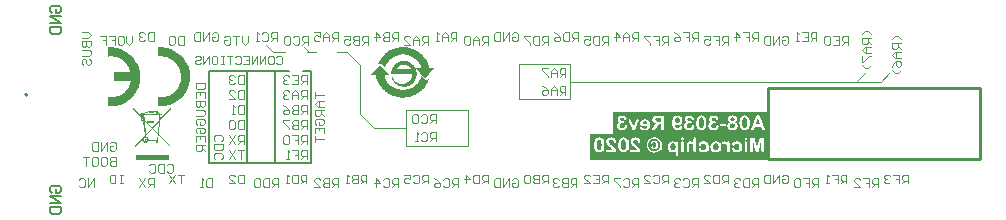
<source format=gbo>
G04*
G04 #@! TF.GenerationSoftware,Altium Limited,Altium Designer,20.2.4 (192)*
G04*
G04 Layer_Color=32896*
%FSLAX43Y43*%
%MOMM*%
G71*
G04*
G04 #@! TF.SameCoordinates,AF46D1C0-80E4-4F08-9089-F3FA465175DE*
G04*
G04*
G04 #@! TF.FilePolarity,Positive*
G04*
G01*
G75*
%ADD10C,0.254*%
%ADD14C,0.150*%
%ADD15C,0.200*%
%ADD16C,0.125*%
%ADD126C,0.120*%
%ADD127C,0.120*%
G36*
X65375Y8105D02*
Y5900D01*
X50274D01*
Y8121D01*
X52250D01*
Y9982D01*
X65375D01*
Y8105D01*
D02*
G37*
G36*
X34530Y15474D02*
X34615Y15469D01*
X34698Y15461D01*
X34781Y15449D01*
X34862Y15436D01*
X34937Y15417D01*
X35087Y15376D01*
X35227Y15327D01*
X35359Y15272D01*
X35481Y15215D01*
X35538Y15184D01*
X35592Y15156D01*
X35644Y15125D01*
X35693Y15094D01*
X35737Y15065D01*
X35781Y15037D01*
X35820Y15008D01*
X35859Y14982D01*
X35893Y14956D01*
X35921Y14933D01*
X35950Y14912D01*
X35973Y14892D01*
X35994Y14873D01*
X36009Y14860D01*
X36022Y14847D01*
X36033Y14840D01*
X36038Y14835D01*
X36040Y14832D01*
X36100Y14772D01*
X36154Y14713D01*
X36206Y14653D01*
X36255Y14599D01*
X36299Y14542D01*
X36341Y14487D01*
X36377Y14436D01*
X36411Y14384D01*
X36442Y14334D01*
X36470Y14285D01*
X36496Y14239D01*
X36520Y14195D01*
X36556Y14109D01*
X36587Y14031D01*
X36608Y13961D01*
X36623Y13902D01*
X36634Y13847D01*
X36639Y13803D01*
Y13767D01*
Y13741D01*
Y13733D01*
Y13726D01*
Y13723D01*
Y13720D01*
X37103D01*
X36333Y12775D01*
X35564Y13720D01*
X35939D01*
X35947Y13741D01*
X35955Y13762D01*
Y13785D01*
Y13809D01*
X35952Y13832D01*
X35947Y13858D01*
X35932Y13910D01*
X35906Y13964D01*
X35875Y14021D01*
X35841Y14075D01*
X35802Y14130D01*
X35763Y14179D01*
X35724Y14228D01*
X35688Y14272D01*
X35654Y14309D01*
X35623Y14340D01*
X35603Y14363D01*
X35587Y14379D01*
X35582Y14384D01*
X35538Y14425D01*
X35491Y14464D01*
X35398Y14537D01*
X35302Y14599D01*
X35206Y14651D01*
X35110Y14695D01*
X35014Y14733D01*
X34924Y14762D01*
X34836Y14788D01*
X34755Y14806D01*
X34680Y14822D01*
X34613Y14832D01*
X34584Y14835D01*
X34556Y14837D01*
X34530Y14840D01*
X34509Y14842D01*
X34491D01*
X34473Y14845D01*
X34444D01*
X34346Y14842D01*
X34250Y14832D01*
X34159Y14816D01*
X34071Y14796D01*
X33988Y14772D01*
X33908Y14746D01*
X33836Y14718D01*
X33766Y14689D01*
X33706Y14661D01*
X33649Y14632D01*
X33602Y14607D01*
X33561Y14583D01*
X33530Y14562D01*
X33504Y14547D01*
X33491Y14537D01*
X33486Y14534D01*
X33411Y14474D01*
X33341Y14412D01*
X33276Y14347D01*
X33219Y14280D01*
X33165Y14215D01*
X33118Y14148D01*
X33076Y14083D01*
X33040Y14021D01*
X33009Y13964D01*
X32981Y13910D01*
X32960Y13860D01*
X32942Y13819D01*
X32926Y13785D01*
X32918Y13759D01*
X32916Y13752D01*
X32913Y13744D01*
X32911Y13741D01*
Y13739D01*
X32890Y13759D01*
X32864Y13783D01*
X32836Y13809D01*
X32804Y13840D01*
X32740Y13902D01*
X32675Y13967D01*
X32644Y13998D01*
X32615Y14026D01*
X32587Y14052D01*
X32564Y14075D01*
X32545Y14096D01*
X32530Y14109D01*
X32519Y14119D01*
X32517Y14122D01*
X32437Y14055D01*
X32400Y14024D01*
X32367Y13993D01*
X32336Y13967D01*
X32315Y13948D01*
X32299Y13936D01*
X32294Y13930D01*
X32338Y14055D01*
X32390Y14174D01*
X32450Y14285D01*
X32512Y14391D01*
X32576Y14490D01*
X32644Y14581D01*
X32711Y14664D01*
X32776Y14741D01*
X32841Y14809D01*
X32900Y14868D01*
X32955Y14920D01*
X33001Y14961D01*
X33043Y14995D01*
X33058Y15008D01*
X33071Y15018D01*
X33082Y15029D01*
X33089Y15034D01*
X33095Y15039D01*
X33097D01*
X33211Y15117D01*
X33328Y15184D01*
X33444Y15241D01*
X33561Y15293D01*
X33675Y15335D01*
X33786Y15371D01*
X33895Y15399D01*
X33996Y15423D01*
X34089Y15441D01*
X34178Y15454D01*
X34216Y15459D01*
X34253Y15464D01*
X34286Y15467D01*
X34317Y15469D01*
X34346Y15472D01*
X34372Y15474D01*
X34393D01*
X34411Y15477D01*
X34444D01*
X34530Y15474D01*
D02*
G37*
G36*
X34566Y14303D02*
X34597Y14301D01*
X34636Y14296D01*
X34680Y14288D01*
X34732Y14280D01*
X34786Y14265D01*
X34843Y14249D01*
X34906Y14228D01*
X34968Y14200D01*
X35033Y14169D01*
X35097Y14132D01*
X35162Y14088D01*
X35227Y14039D01*
X35286Y13982D01*
X35289Y13980D01*
X35299Y13967D01*
X35315Y13948D01*
X35336Y13925D01*
X35359Y13894D01*
X35387Y13858D01*
X35416Y13814D01*
X35444Y13765D01*
X35476Y13710D01*
X35504Y13651D01*
X35530Y13588D01*
X35556Y13518D01*
X35577Y13446D01*
X35592Y13368D01*
X35603Y13288D01*
X35605Y13205D01*
Y13200D01*
Y13184D01*
X35603Y13161D01*
X35600Y13130D01*
X35595Y13088D01*
X35587Y13044D01*
X35579Y12992D01*
X35566Y12935D01*
X35548Y12876D01*
X35527Y12814D01*
X35501Y12749D01*
X35470Y12684D01*
X35434Y12617D01*
X35393Y12552D01*
X35343Y12487D01*
X35286Y12425D01*
X35284Y12422D01*
X35271Y12412D01*
X35255Y12397D01*
X35229Y12376D01*
X35198Y12350D01*
X35162Y12324D01*
X35121Y12296D01*
X35071Y12264D01*
X35020Y12233D01*
X34960Y12205D01*
X34898Y12179D01*
X34830Y12153D01*
X34758Y12132D01*
X34683Y12117D01*
X34605Y12106D01*
X34522Y12104D01*
X34504D01*
X34483Y12106D01*
X34457Y12109D01*
X34424Y12112D01*
X34385Y12117D01*
X34341Y12125D01*
X34292Y12135D01*
X34240Y12148D01*
X34185Y12163D01*
X34128Y12184D01*
X34071Y12207D01*
X34014Y12236D01*
X33955Y12270D01*
X33898Y12306D01*
X33841Y12350D01*
X33838Y12353D01*
X33828Y12360D01*
X33812Y12376D01*
X33794Y12394D01*
X33771Y12417D01*
X33742Y12446D01*
X33714Y12479D01*
X33683Y12518D01*
X33652Y12560D01*
X33618Y12606D01*
X33587Y12656D01*
X33558Y12710D01*
X33530Y12770D01*
X33504Y12832D01*
X33483Y12897D01*
X33465Y12964D01*
X33548D01*
Y12961D01*
X33551Y12951D01*
X33556Y12938D01*
X33564Y12920D01*
X33574Y12897D01*
X33584Y12868D01*
X33600Y12840D01*
X33615Y12806D01*
X33636Y12772D01*
X33657Y12736D01*
X33683Y12697D01*
X33709Y12661D01*
X33740Y12622D01*
X33773Y12586D01*
X33810Y12549D01*
X33851Y12516D01*
X33854Y12513D01*
X33861Y12508D01*
X33874Y12500D01*
X33893Y12487D01*
X33913Y12474D01*
X33939Y12461D01*
X33970Y12443D01*
X34004Y12428D01*
X34040Y12412D01*
X34082Y12397D01*
X34123Y12381D01*
X34170Y12368D01*
X34219Y12355D01*
X34268Y12347D01*
X34320Y12342D01*
X34374Y12340D01*
X34390D01*
X34406Y12342D01*
X34431D01*
X34460Y12347D01*
X34494Y12353D01*
X34530Y12360D01*
X34571Y12368D01*
X34615Y12381D01*
X34662Y12397D01*
X34711Y12415D01*
X34761Y12438D01*
X34810Y12464D01*
X34859Y12495D01*
X34908Y12531D01*
X34955Y12573D01*
X34957Y12575D01*
X34965Y12583D01*
X34978Y12596D01*
X34994Y12614D01*
X35014Y12638D01*
X35035Y12663D01*
X35058Y12695D01*
X35082Y12731D01*
X35108Y12770D01*
X35134Y12814D01*
X35157Y12860D01*
X35178Y12910D01*
X35198Y12964D01*
X35214Y13018D01*
X35227Y13078D01*
X35235Y13140D01*
X33439D01*
Y13143D01*
Y13145D01*
X33437Y13161D01*
Y13182D01*
Y13205D01*
Y13207D01*
Y13210D01*
Y13226D01*
X33439Y13249D01*
X33442Y13280D01*
X33447Y13321D01*
X33455Y13366D01*
X33463Y13417D01*
X33475Y13474D01*
X33494Y13534D01*
X33514Y13596D01*
X33540Y13661D01*
X33571Y13726D01*
X33608Y13790D01*
X33652Y13858D01*
X33701Y13920D01*
X33758Y13982D01*
X33760Y13985D01*
X33773Y13995D01*
X33789Y14013D01*
X33815Y14034D01*
X33846Y14057D01*
X33882Y14086D01*
X33924Y14114D01*
X33973Y14145D01*
X34025Y14174D01*
X34084Y14202D01*
X34146Y14231D01*
X34214Y14257D01*
X34286Y14275D01*
X34362Y14293D01*
X34439Y14303D01*
X34522Y14306D01*
X34543D01*
X34566Y14303D01*
D02*
G37*
G36*
X33286Y13138D02*
X32895D01*
X32887Y13106D01*
X32885Y13073D01*
X32882Y13039D01*
X32885Y13005D01*
X32887Y12972D01*
X32895Y12938D01*
X32913Y12868D01*
X32942Y12801D01*
X32975Y12733D01*
X33012Y12666D01*
X33051Y12604D01*
X33092Y12544D01*
X33131Y12492D01*
X33170Y12443D01*
X33206Y12402D01*
X33235Y12368D01*
X33258Y12342D01*
X33266Y12334D01*
X33273Y12327D01*
X33276Y12324D01*
X33279Y12321D01*
X33325Y12277D01*
X33372Y12239D01*
X33418Y12200D01*
X33468Y12163D01*
X33564Y12101D01*
X33665Y12047D01*
X33763Y12000D01*
X33859Y11961D01*
X33952Y11930D01*
X34040Y11904D01*
X34123Y11884D01*
X34201Y11871D01*
X34268Y11860D01*
X34299Y11855D01*
X34328Y11853D01*
X34354Y11850D01*
X34374Y11847D01*
X34395D01*
X34411Y11845D01*
X34442D01*
X34543Y11847D01*
X34639Y11858D01*
X34735Y11873D01*
X34823Y11894D01*
X34908Y11920D01*
X34991Y11946D01*
X35066Y11974D01*
X35134Y12005D01*
X35196Y12036D01*
X35253Y12065D01*
X35302Y12091D01*
X35343Y12117D01*
X35375Y12137D01*
X35398Y12153D01*
X35413Y12163D01*
X35419Y12166D01*
X35496Y12228D01*
X35569Y12293D01*
X35634Y12363D01*
X35693Y12433D01*
X35748Y12500D01*
X35794Y12570D01*
X35838Y12638D01*
X35877Y12702D01*
X35908Y12764D01*
X35937Y12819D01*
X35960Y12871D01*
X35978Y12912D01*
X35991Y12948D01*
X36001Y12974D01*
X36004Y12985D01*
X36007Y12992D01*
X36009Y12995D01*
Y12998D01*
X36033Y12977D01*
X36058Y12951D01*
X36087Y12923D01*
X36118Y12891D01*
X36185Y12827D01*
X36253Y12759D01*
X36284Y12728D01*
X36315Y12697D01*
X36341Y12671D01*
X36364Y12645D01*
X36385Y12627D01*
X36400Y12612D01*
X36411Y12601D01*
X36413Y12599D01*
X36496Y12666D01*
X36535Y12700D01*
X36571Y12731D01*
X36600Y12759D01*
X36623Y12780D01*
X36639Y12793D01*
X36641Y12798D01*
X36644D01*
X36597Y12669D01*
X36546Y12544D01*
X36486Y12428D01*
X36421Y12316D01*
X36354Y12215D01*
X36286Y12119D01*
X36217Y12031D01*
X36149Y11951D01*
X36084Y11881D01*
X36022Y11819D01*
X35965Y11764D01*
X35919Y11720D01*
X35877Y11684D01*
X35862Y11669D01*
X35846Y11658D01*
X35836Y11650D01*
X35828Y11643D01*
X35823Y11640D01*
X35820Y11637D01*
X35763Y11596D01*
X35704Y11557D01*
X35584Y11487D01*
X35465Y11425D01*
X35346Y11373D01*
X35229Y11329D01*
X35113Y11290D01*
X35004Y11262D01*
X34900Y11236D01*
X34805Y11218D01*
X34716Y11202D01*
X34675Y11197D01*
X34639Y11192D01*
X34602Y11189D01*
X34571Y11187D01*
X34543Y11184D01*
X34517Y11181D01*
X34494D01*
X34476Y11179D01*
X34442D01*
X34354Y11181D01*
X34266Y11187D01*
X34180Y11194D01*
X34097Y11207D01*
X34017Y11223D01*
X33937Y11241D01*
X33784Y11285D01*
X33641Y11337D01*
X33507Y11394D01*
X33444Y11422D01*
X33382Y11454D01*
X33325Y11485D01*
X33268Y11518D01*
X33216Y11549D01*
X33167Y11580D01*
X33121Y11612D01*
X33076Y11640D01*
X33035Y11671D01*
X32999Y11697D01*
X32962Y11726D01*
X32931Y11749D01*
X32905Y11772D01*
X32880Y11793D01*
X32859Y11811D01*
X32843Y11827D01*
X32830Y11840D01*
X32820Y11847D01*
X32815Y11853D01*
X32812Y11855D01*
X32750Y11917D01*
X32693Y11982D01*
X32639Y12044D01*
X32589Y12104D01*
X32543Y12166D01*
X32499Y12226D01*
X32457Y12283D01*
X32421Y12340D01*
X32387Y12397D01*
X32356Y12451D01*
X32328Y12505D01*
X32302Y12557D01*
X32255Y12658D01*
X32222Y12749D01*
X32193Y12834D01*
X32172Y12910D01*
X32157Y12977D01*
X32152Y13005D01*
X32146Y13031D01*
X32144Y13057D01*
X32141Y13078D01*
X32139Y13096D01*
X32136Y13109D01*
Y13122D01*
Y13130D01*
Y13135D01*
Y13138D01*
X31659D01*
X32473Y13948D01*
X33286Y13138D01*
D02*
G37*
G36*
X14776Y10241D02*
X13867Y9255D01*
X13774Y8091D01*
X14747Y7097D01*
X14692Y7050D01*
X13765Y7998D01*
X13744Y7778D01*
X13740Y7719D01*
X13735Y7668D01*
Y7647D01*
Y7630D01*
Y7621D01*
Y7617D01*
Y7592D01*
X13731Y7575D01*
Y7562D01*
Y7549D01*
X13727Y7541D01*
Y7537D01*
X13723Y7520D01*
X13718Y7507D01*
X13714Y7503D01*
Y7499D01*
X13702Y7494D01*
X13697Y7490D01*
X13693D01*
Y7367D01*
X13532D01*
Y7490D01*
X12881D01*
X12847Y7448D01*
X12813Y7418D01*
X12775Y7393D01*
X12737Y7380D01*
X12703Y7372D01*
X12677Y7367D01*
X12661Y7363D01*
X12652D01*
X12614Y7367D01*
X12576Y7376D01*
X12546Y7384D01*
X12517Y7401D01*
X12496Y7414D01*
X12479Y7422D01*
X12470Y7431D01*
X12466Y7435D01*
X12441Y7465D01*
X12419Y7499D01*
X12407Y7528D01*
X12394Y7558D01*
X12390Y7587D01*
X12386Y7609D01*
Y7621D01*
Y7626D01*
X12390Y7655D01*
X11814Y7037D01*
X11751Y7088D01*
X12589Y7998D01*
X12474Y9200D01*
X12259D01*
Y9521D01*
X12271D01*
X11569Y10232D01*
Y10346D01*
X12381Y9517D01*
X12453D01*
X12436Y9674D01*
X12415Y9665D01*
X12398Y9661D01*
X12381Y9657D01*
X12377D01*
X12343Y9661D01*
X12314Y9674D01*
X12297Y9686D01*
X12288Y9691D01*
X12267Y9720D01*
X12254Y9750D01*
X12250Y9771D01*
Y9775D01*
Y9779D01*
X12259Y9813D01*
X12271Y9839D01*
X12284Y9856D01*
X12292Y9864D01*
X12322Y9885D01*
X12347Y9898D01*
X12369Y9902D01*
X12377D01*
X12419Y9889D01*
X12453Y9868D01*
X12470Y9851D01*
X12479Y9847D01*
Y9843D01*
X12496Y9864D01*
X12517Y9881D01*
X12563Y9915D01*
X12580Y9928D01*
X12597Y9936D01*
X12610Y9940D01*
X12614Y9944D01*
X12652Y9966D01*
X12699Y9978D01*
X12745Y9991D01*
X12792Y10004D01*
X12834Y10012D01*
X12868Y10016D01*
X12889Y10021D01*
X12898D01*
Y10063D01*
X13338D01*
Y10038D01*
X13388Y10033D01*
X13431Y10025D01*
X13448D01*
X13460Y10021D01*
X13469D01*
X13511Y10016D01*
X13545Y10008D01*
X13570Y10004D01*
X13579D01*
Y10016D01*
X13740D01*
Y9953D01*
X13782Y9932D01*
X13816Y9911D01*
X13841Y9889D01*
X13862Y9873D01*
X13879Y9856D01*
X13888Y9843D01*
X13896Y9839D01*
Y9834D01*
X13905Y9818D01*
X13913Y9801D01*
X13926Y9784D01*
X13930Y9775D01*
Y9771D01*
X14027D01*
Y9669D01*
X13905D01*
X13875Y9390D01*
X14776Y10372D01*
Y10241D01*
D02*
G37*
G36*
X14666Y5920D02*
X11857D01*
Y6339D01*
X14666D01*
Y5920D01*
D02*
G37*
G36*
X14130Y15441D02*
X14306Y15416D01*
X14470Y15384D01*
X14615Y15347D01*
X14678Y15328D01*
X14734Y15309D01*
X14785Y15290D01*
X14829Y15277D01*
X14860Y15265D01*
X14886Y15252D01*
X14898Y15246D01*
X14904D01*
X15068Y15164D01*
X15219Y15082D01*
X15351Y14994D01*
X15471Y14906D01*
X15565Y14831D01*
X15603Y14799D01*
X15635Y14768D01*
X15660Y14742D01*
X15679Y14724D01*
X15691Y14717D01*
X15697Y14711D01*
X15817Y14579D01*
X15924Y14447D01*
X16012Y14308D01*
X16088Y14189D01*
X16151Y14082D01*
X16170Y14031D01*
X16188Y13993D01*
X16207Y13962D01*
X16220Y13937D01*
X16226Y13924D01*
Y13918D01*
X16289Y13748D01*
X16333Y13578D01*
X16371Y13414D01*
X16390Y13270D01*
X16396Y13200D01*
X16402Y13137D01*
X16409Y13087D01*
Y13043D01*
X16415Y13005D01*
Y12980D01*
Y12961D01*
Y12955D01*
X16409Y12766D01*
X16384Y12584D01*
X16352Y12420D01*
X16321Y12275D01*
X16302Y12212D01*
X16283Y12156D01*
X16270Y12105D01*
X16258Y12067D01*
X16245Y12030D01*
X16232Y12004D01*
X16226Y11992D01*
Y11986D01*
X16151Y11822D01*
X16063Y11671D01*
X15974Y11532D01*
X15893Y11419D01*
X15817Y11318D01*
X15779Y11281D01*
X15754Y11249D01*
X15729Y11224D01*
X15710Y11205D01*
X15704Y11193D01*
X15697Y11186D01*
X15565Y11067D01*
X15427Y10960D01*
X15295Y10865D01*
X15169Y10790D01*
X15062Y10733D01*
X15018Y10708D01*
X14980Y10689D01*
X14948Y10670D01*
X14923Y10658D01*
X14911Y10651D01*
X14904D01*
X14734Y10588D01*
X14565Y10544D01*
X14401Y10506D01*
X14250Y10488D01*
X14187Y10481D01*
X14124Y10475D01*
X14067Y10469D01*
X14023D01*
X13985Y10462D01*
X13885D01*
X13841Y10469D01*
X13759D01*
X13715Y10475D01*
X13677D01*
Y11237D01*
X13771Y11224D01*
X13847Y11218D01*
X13872Y11211D01*
X13916D01*
X14048Y11218D01*
X14174Y11230D01*
X14294Y11255D01*
X14395Y11281D01*
X14476Y11306D01*
X14539Y11331D01*
X14565Y11337D01*
X14583Y11344D01*
X14590Y11350D01*
X14596D01*
X14709Y11407D01*
X14816Y11469D01*
X14904Y11526D01*
X14986Y11589D01*
X15055Y11639D01*
X15100Y11683D01*
X15131Y11709D01*
X15144Y11721D01*
X15225Y11809D01*
X15301Y11904D01*
X15364Y11998D01*
X15414Y12080D01*
X15452Y12156D01*
X15483Y12218D01*
X15502Y12256D01*
X15509Y12263D01*
Y12269D01*
X15553Y12388D01*
X15584Y12508D01*
X15609Y12628D01*
X15622Y12728D01*
X15635Y12816D01*
X15641Y12886D01*
Y12911D01*
Y12930D01*
Y12942D01*
Y12949D01*
X15635Y13081D01*
X15622Y13207D01*
X15597Y13320D01*
X15572Y13421D01*
X15553Y13502D01*
X15528Y13565D01*
X15521Y13591D01*
X15515Y13609D01*
X15509Y13616D01*
Y13622D01*
X15452Y13735D01*
X15395Y13842D01*
X15332Y13937D01*
X15276Y14019D01*
X15225Y14082D01*
X15181Y14132D01*
X15156Y14163D01*
X15144Y14176D01*
X15055Y14258D01*
X14961Y14333D01*
X14867Y14396D01*
X14785Y14453D01*
X14709Y14491D01*
X14646Y14522D01*
X14609Y14541D01*
X14602Y14547D01*
X14596D01*
X14476Y14591D01*
X14357Y14629D01*
X14237Y14654D01*
X14137Y14667D01*
X14048Y14679D01*
X13979Y14686D01*
X13753D01*
X13715Y14679D01*
X13690Y14673D01*
X13677Y14667D01*
Y15428D01*
X13727Y15435D01*
X13771D01*
X13803Y15441D01*
X13816D01*
X13860Y15447D01*
X13941D01*
X14130Y15441D01*
D02*
G37*
G36*
X9901Y15435D02*
X10083Y15410D01*
X10247Y15378D01*
X10392Y15347D01*
X10454Y15328D01*
X10511Y15309D01*
X10561Y15290D01*
X10599Y15277D01*
X10637Y15265D01*
X10662Y15252D01*
X10675Y15246D01*
X10681D01*
X10845Y15164D01*
X10996Y15082D01*
X11128Y14994D01*
X11248Y14906D01*
X11342Y14831D01*
X11380Y14799D01*
X11411Y14768D01*
X11443Y14742D01*
X11462Y14724D01*
X11468Y14717D01*
X11474Y14711D01*
X11594Y14579D01*
X11701Y14447D01*
X11795Y14308D01*
X11871Y14189D01*
X11934Y14082D01*
X11959Y14031D01*
X11978Y13993D01*
X11997Y13962D01*
X12003Y13937D01*
X12015Y13924D01*
Y13918D01*
X12078Y13748D01*
X12129Y13578D01*
X12160Y13414D01*
X12185Y13270D01*
X12192Y13200D01*
X12198Y13137D01*
X12204Y13087D01*
Y13043D01*
X12211Y13005D01*
Y12980D01*
Y12961D01*
Y12955D01*
X12204Y12766D01*
X12179Y12584D01*
X12148Y12420D01*
X12116Y12275D01*
X12097Y12212D01*
X12078Y12156D01*
X12066Y12105D01*
X12053Y12067D01*
X12041Y12030D01*
X12028Y12004D01*
X12022Y11992D01*
Y11986D01*
X11946Y11822D01*
X11858Y11671D01*
X11770Y11532D01*
X11688Y11419D01*
X11613Y11318D01*
X11581Y11281D01*
X11556Y11249D01*
X11531Y11224D01*
X11512Y11205D01*
X11506Y11193D01*
X11499Y11186D01*
X11367Y11067D01*
X11235Y10960D01*
X11103Y10865D01*
X10983Y10790D01*
X10876Y10733D01*
X10826Y10708D01*
X10788Y10689D01*
X10757Y10670D01*
X10731Y10658D01*
X10719Y10651D01*
X10713D01*
X10536Y10588D01*
X10366Y10538D01*
X10196Y10506D01*
X10045Y10481D01*
X9976Y10475D01*
X9913Y10469D01*
X9863Y10462D01*
X9812D01*
X9775Y10456D01*
X9674D01*
X9636Y10462D01*
X9592D01*
X9536Y10469D01*
X9491D01*
X9466Y10475D01*
X9454D01*
Y11237D01*
X9542Y11224D01*
X9617Y11218D01*
X9649Y11211D01*
X9693D01*
X9806Y11218D01*
X9913Y11230D01*
X10014Y11243D01*
X10102Y11262D01*
X10178Y11281D01*
X10234Y11300D01*
X10272Y11306D01*
X10278Y11312D01*
X10285D01*
X10385Y11356D01*
X10486Y11400D01*
X10568Y11444D01*
X10643Y11495D01*
X10706Y11532D01*
X10757Y11564D01*
X10782Y11589D01*
X10794Y11595D01*
X10876Y11665D01*
X10945Y11740D01*
X11008Y11809D01*
X11065Y11879D01*
X11109Y11935D01*
X11147Y11979D01*
X11166Y12011D01*
X11172Y12023D01*
X11229Y12118D01*
X11273Y12212D01*
X11310Y12307D01*
X11342Y12388D01*
X11361Y12464D01*
X11380Y12521D01*
X11386Y12558D01*
X11392Y12565D01*
Y12571D01*
X9951Y12577D01*
Y13326D01*
X11386D01*
X11355Y13433D01*
X11323Y13534D01*
X11285Y13622D01*
X11248Y13704D01*
X11216Y13767D01*
X11191Y13817D01*
X11172Y13849D01*
X11166Y13861D01*
X11103Y13949D01*
X11040Y14037D01*
X10977Y14107D01*
X10920Y14176D01*
X10864Y14226D01*
X10826Y14264D01*
X10801Y14289D01*
X10788Y14296D01*
X10700Y14358D01*
X10612Y14415D01*
X10530Y14465D01*
X10448Y14503D01*
X10385Y14535D01*
X10329Y14560D01*
X10297Y14572D01*
X10285Y14579D01*
X10178Y14617D01*
X10071Y14642D01*
X9970Y14661D01*
X9882Y14673D01*
X9806Y14679D01*
X9743Y14686D01*
X9643D01*
X9605Y14679D01*
X9573Y14673D01*
X9561Y14667D01*
X9510Y14661D01*
X9473Y14648D01*
X9447Y14642D01*
X9441D01*
X9435Y15428D01*
X9485Y15435D01*
X9573D01*
X9624Y15441D01*
X9712D01*
X9901Y15435D01*
D02*
G37*
%LPC*%
G36*
X60727Y9667D02*
X60714D01*
X60698Y9666D01*
X60677Y9664D01*
X60655Y9662D01*
X60631Y9658D01*
X60605Y9651D01*
X60579Y9643D01*
X60575Y9642D01*
X60568Y9640D01*
X60555Y9634D01*
X60538Y9627D01*
X60520Y9617D01*
X60500Y9606D01*
X60479Y9593D01*
X60461Y9579D01*
X60459Y9577D01*
X60453Y9571D01*
X60444Y9562D01*
X60433Y9551D01*
X60420Y9538D01*
X60409Y9521D01*
X60396Y9503D01*
X60387Y9482D01*
X60385Y9480D01*
X60383Y9473D01*
X60379Y9462D01*
X60374Y9447D01*
X60368Y9429D01*
X60364Y9408D01*
X60363Y9386D01*
X60361Y9362D01*
Y9358D01*
Y9347D01*
X60363Y9332D01*
X60364Y9312D01*
X60370Y9290D01*
X60375Y9266D01*
X60385Y9242D01*
X60398Y9218D01*
X60400Y9216D01*
X60405Y9206D01*
X60413Y9195D01*
X60425Y9180D01*
X60440Y9162D01*
X60457Y9142D01*
X60479Y9121D01*
X60503Y9099D01*
X60500Y9097D01*
X60492Y9093D01*
X60479Y9086D01*
X60464Y9075D01*
X60446Y9064D01*
X60427Y9049D01*
X60409Y9034D01*
X60392Y9018D01*
X60390Y9016D01*
X60385Y9010D01*
X60375Y9001D01*
X60366Y8988D01*
X60355Y8973D01*
X60344Y8956D01*
X60333Y8938D01*
X60324Y8918D01*
X60322Y8916D01*
X60320Y8908D01*
X60316Y8897D01*
X60311Y8882D01*
X60307Y8866D01*
X60303Y8845D01*
X60301Y8823D01*
X60300Y8799D01*
Y8786D01*
X60301Y8771D01*
X60303Y8753D01*
X60307Y8729D01*
X60313Y8705D01*
X60320Y8679D01*
X60331Y8651D01*
X60333Y8647D01*
X60337Y8638D01*
X60344Y8625D01*
X60355Y8608D01*
X60368Y8588D01*
X60383Y8566D01*
X60401Y8545D01*
X60424Y8523D01*
X60425Y8521D01*
X60435Y8514D01*
X60446Y8505D01*
X60463Y8492D01*
X60485Y8477D01*
X60509Y8464D01*
X60535Y8449D01*
X60564Y8436D01*
X60568Y8434D01*
X60579Y8431D01*
X60596Y8427D01*
X60618Y8421D01*
X60644Y8414D01*
X60675Y8410D01*
X60709Y8406D01*
X60746Y8405D01*
X60762D01*
X60783Y8406D01*
X60807Y8408D01*
X60835Y8414D01*
X60866Y8419D01*
X60896Y8429D01*
X60927Y8440D01*
X60931Y8442D01*
X60940Y8447D01*
X60955Y8455D01*
X60974Y8466D01*
X60994Y8479D01*
X61016Y8494D01*
X61038Y8512D01*
X61059Y8531D01*
X61061Y8532D01*
X61068Y8540D01*
X61077Y8551D01*
X61088Y8564D01*
X61101Y8581D01*
X61114Y8601D01*
X61127Y8621D01*
X61138Y8642D01*
X61140Y8644D01*
X61142Y8651D01*
X61146Y8662D01*
X61151Y8677D01*
X61161Y8708D01*
X61162Y8725D01*
X61164Y8740D01*
Y8747D01*
X61162Y8756D01*
X61161Y8768D01*
X61157Y8781D01*
X61151Y8793D01*
X61144Y8806D01*
X61133Y8818D01*
X61131Y8819D01*
X61127Y8823D01*
X61120Y8827D01*
X61111Y8834D01*
X61099Y8840D01*
X61087Y8843D01*
X61070Y8847D01*
X61053Y8849D01*
X61049D01*
X61038Y8847D01*
X61025Y8843D01*
X61009Y8834D01*
X61007D01*
X61005Y8832D01*
X60996Y8825D01*
X60987Y8814D01*
X60979Y8801D01*
Y8799D01*
X60977Y8795D01*
X60975Y8790D01*
X60972Y8782D01*
X60962Y8760D01*
X60951Y8734D01*
X60938Y8706D01*
X60922Y8677D01*
X60905Y8649D01*
X60887Y8625D01*
X60885Y8623D01*
X60877Y8616D01*
X60866Y8608D01*
X60850Y8597D01*
X60829Y8588D01*
X60805Y8579D01*
X60775Y8571D01*
X60744Y8569D01*
X60735D01*
X60725Y8571D01*
X60712Y8573D01*
X60696Y8575D01*
X60679Y8581D01*
X60662Y8586D01*
X60644Y8594D01*
X60642Y8595D01*
X60637Y8599D01*
X60627Y8605D01*
X60616Y8612D01*
X60603Y8623D01*
X60590Y8636D01*
X60577Y8653D01*
X60564Y8669D01*
X60563Y8671D01*
X60559Y8679D01*
X60553Y8690D01*
X60548Y8705D01*
X60542Y8721D01*
X60537Y8742D01*
X60533Y8764D01*
X60531Y8788D01*
Y8790D01*
Y8792D01*
Y8797D01*
Y8805D01*
X60535Y8823D01*
X60538Y8845D01*
X60544Y8869D01*
X60555Y8895D01*
X60568Y8921D01*
X60587Y8943D01*
X60588Y8945D01*
X60596Y8953D01*
X60609Y8962D01*
X60625Y8973D01*
X60646Y8982D01*
X60672Y8992D01*
X60703Y8999D01*
X60737Y9001D01*
X60750D01*
X60766Y8999D01*
X60788Y8997D01*
X60794D01*
X60800Y8995D01*
X60807D01*
X60824Y8993D01*
X60842D01*
X60851Y8995D01*
X60861Y8997D01*
X60885Y9003D01*
X60896Y9008D01*
X60907Y9016D01*
X60909Y9018D01*
X60911Y9019D01*
X60914Y9025D01*
X60918Y9032D01*
X60924Y9042D01*
X60927Y9053D01*
X60929Y9066D01*
X60931Y9080D01*
Y9082D01*
Y9088D01*
X60929Y9095D01*
X60927Y9105D01*
X60924Y9114D01*
X60918Y9125D01*
X60911Y9136D01*
X60901Y9145D01*
X60900Y9147D01*
X60896Y9149D01*
X60888Y9153D01*
X60877Y9158D01*
X60866Y9164D01*
X60850Y9168D01*
X60831Y9169D01*
X60811Y9171D01*
X60762D01*
X60748Y9173D01*
X60729Y9177D01*
X60709Y9182D01*
X60687Y9190D01*
X60664Y9201D01*
X60642Y9216D01*
X60640Y9218D01*
X60633Y9225D01*
X60624Y9234D01*
X60614Y9249D01*
X60603Y9267D01*
X60596Y9292D01*
X60588Y9318D01*
X60587Y9347D01*
Y9351D01*
Y9358D01*
X60588Y9369D01*
X60592Y9386D01*
X60598Y9403D01*
X60605Y9421D01*
X60616Y9440D01*
X60631Y9458D01*
X60633Y9460D01*
X60638Y9466D01*
X60650Y9473D01*
X60662Y9482D01*
X60679Y9492D01*
X60701Y9499D01*
X60724Y9505D01*
X60751Y9506D01*
X60770D01*
X60781Y9505D01*
X60809Y9501D01*
X60837Y9492D01*
X60838D01*
X60842Y9490D01*
X60848Y9486D01*
X60855Y9480D01*
X60874Y9469D01*
X60890Y9453D01*
Y9451D01*
X60894Y9449D01*
X60898Y9443D01*
X60901Y9436D01*
X60912Y9417D01*
X60925Y9392D01*
Y9390D01*
X60927Y9386D01*
X60931Y9379D01*
X60935Y9369D01*
X60946Y9347D01*
X60957Y9323D01*
X60959Y9319D01*
X60964Y9312D01*
X60974Y9303D01*
X60988Y9293D01*
X60992Y9292D01*
X61001Y9290D01*
X61018Y9286D01*
X61038Y9284D01*
X61044D01*
X61051Y9286D01*
X61059Y9288D01*
X61068Y9292D01*
X61079Y9295D01*
X61090Y9303D01*
X61101Y9312D01*
X61103Y9314D01*
X61105Y9318D01*
X61111Y9323D01*
X61114Y9332D01*
X61120Y9342D01*
X61125Y9355D01*
X61127Y9367D01*
X61129Y9384D01*
Y9386D01*
Y9392D01*
X61127Y9401D01*
X61125Y9412D01*
X61124Y9427D01*
X61118Y9442D01*
X61112Y9458D01*
X61103Y9477D01*
X61101Y9479D01*
X61098Y9484D01*
X61092Y9495D01*
X61083Y9506D01*
X61072Y9521D01*
X61059Y9536D01*
X61044Y9553D01*
X61025Y9569D01*
X61024Y9571D01*
X61016Y9577D01*
X61005Y9584D01*
X60990Y9595D01*
X60972Y9606D01*
X60950Y9617D01*
X60925Y9629D01*
X60898Y9640D01*
X60894Y9642D01*
X60885Y9643D01*
X60868Y9649D01*
X60848Y9655D01*
X60822Y9658D01*
X60794Y9664D01*
X60762Y9666D01*
X60727Y9667D01*
D02*
G37*
G36*
X58672D02*
X58659D01*
X58642Y9666D01*
X58622Y9664D01*
X58600Y9662D01*
X58576Y9658D01*
X58550Y9651D01*
X58524Y9643D01*
X58520Y9642D01*
X58513Y9640D01*
X58500Y9634D01*
X58483Y9627D01*
X58465Y9617D01*
X58444Y9606D01*
X58424Y9593D01*
X58405Y9579D01*
X58403Y9577D01*
X58398Y9571D01*
X58389Y9562D01*
X58378Y9551D01*
X58365Y9538D01*
X58353Y9521D01*
X58341Y9503D01*
X58331Y9482D01*
X58329Y9480D01*
X58328Y9473D01*
X58324Y9462D01*
X58318Y9447D01*
X58313Y9429D01*
X58309Y9408D01*
X58307Y9386D01*
X58305Y9362D01*
Y9358D01*
Y9347D01*
X58307Y9332D01*
X58309Y9312D01*
X58315Y9290D01*
X58320Y9266D01*
X58329Y9242D01*
X58342Y9218D01*
X58344Y9216D01*
X58350Y9206D01*
X58357Y9195D01*
X58370Y9180D01*
X58385Y9162D01*
X58402Y9142D01*
X58424Y9121D01*
X58448Y9099D01*
X58444Y9097D01*
X58437Y9093D01*
X58424Y9086D01*
X58409Y9075D01*
X58391Y9064D01*
X58372Y9049D01*
X58353Y9034D01*
X58337Y9018D01*
X58335Y9016D01*
X58329Y9010D01*
X58320Y9001D01*
X58311Y8988D01*
X58300Y8973D01*
X58289Y8956D01*
X58278Y8938D01*
X58268Y8918D01*
X58266Y8916D01*
X58265Y8908D01*
X58261Y8897D01*
X58255Y8882D01*
X58252Y8866D01*
X58248Y8845D01*
X58246Y8823D01*
X58244Y8799D01*
Y8786D01*
X58246Y8771D01*
X58248Y8753D01*
X58252Y8729D01*
X58257Y8705D01*
X58265Y8679D01*
X58276Y8651D01*
X58278Y8647D01*
X58281Y8638D01*
X58289Y8625D01*
X58300Y8608D01*
X58313Y8588D01*
X58328Y8566D01*
X58346Y8545D01*
X58368Y8523D01*
X58370Y8521D01*
X58379Y8514D01*
X58391Y8505D01*
X58407Y8492D01*
X58429Y8477D01*
X58453Y8464D01*
X58479Y8449D01*
X58509Y8436D01*
X58513Y8434D01*
X58524Y8431D01*
X58540Y8427D01*
X58563Y8421D01*
X58589Y8414D01*
X58620Y8410D01*
X58653Y8406D01*
X58690Y8405D01*
X58707D01*
X58728Y8406D01*
X58752Y8408D01*
X58779Y8414D01*
X58811Y8419D01*
X58840Y8429D01*
X58872Y8440D01*
X58876Y8442D01*
X58885Y8447D01*
X58900Y8455D01*
X58918Y8466D01*
X58939Y8479D01*
X58961Y8494D01*
X58983Y8512D01*
X59003Y8531D01*
X59005Y8532D01*
X59013Y8540D01*
X59022Y8551D01*
X59033Y8564D01*
X59046Y8581D01*
X59059Y8601D01*
X59072Y8621D01*
X59083Y8642D01*
X59085Y8644D01*
X59087Y8651D01*
X59090Y8662D01*
X59096Y8677D01*
X59105Y8708D01*
X59107Y8725D01*
X59109Y8740D01*
Y8747D01*
X59107Y8756D01*
X59105Y8768D01*
X59102Y8781D01*
X59096Y8793D01*
X59089Y8806D01*
X59077Y8818D01*
X59076Y8819D01*
X59072Y8823D01*
X59065Y8827D01*
X59055Y8834D01*
X59044Y8840D01*
X59031Y8843D01*
X59015Y8847D01*
X58998Y8849D01*
X58994D01*
X58983Y8847D01*
X58970Y8843D01*
X58953Y8834D01*
X58952D01*
X58950Y8832D01*
X58940Y8825D01*
X58931Y8814D01*
X58924Y8801D01*
Y8799D01*
X58922Y8795D01*
X58920Y8790D01*
X58916Y8782D01*
X58907Y8760D01*
X58896Y8734D01*
X58883Y8706D01*
X58866Y8677D01*
X58850Y8649D01*
X58831Y8625D01*
X58829Y8623D01*
X58822Y8616D01*
X58811Y8608D01*
X58794Y8597D01*
X58774Y8588D01*
X58750Y8579D01*
X58720Y8571D01*
X58689Y8569D01*
X58679D01*
X58670Y8571D01*
X58657Y8573D01*
X58640Y8575D01*
X58624Y8581D01*
X58607Y8586D01*
X58589Y8594D01*
X58587Y8595D01*
X58581Y8599D01*
X58572Y8605D01*
X58561Y8612D01*
X58548Y8623D01*
X58535Y8636D01*
X58522Y8653D01*
X58509Y8669D01*
X58507Y8671D01*
X58503Y8679D01*
X58498Y8690D01*
X58492Y8705D01*
X58487Y8721D01*
X58481Y8742D01*
X58478Y8764D01*
X58476Y8788D01*
Y8790D01*
Y8792D01*
Y8797D01*
Y8805D01*
X58479Y8823D01*
X58483Y8845D01*
X58489Y8869D01*
X58500Y8895D01*
X58513Y8921D01*
X58531Y8943D01*
X58533Y8945D01*
X58540Y8953D01*
X58553Y8962D01*
X58570Y8973D01*
X58590Y8982D01*
X58616Y8992D01*
X58648Y8999D01*
X58681Y9001D01*
X58694D01*
X58711Y8999D01*
X58733Y8997D01*
X58739D01*
X58744Y8995D01*
X58752D01*
X58768Y8993D01*
X58787D01*
X58796Y8995D01*
X58805Y8997D01*
X58829Y9003D01*
X58840Y9008D01*
X58852Y9016D01*
X58853Y9018D01*
X58855Y9019D01*
X58859Y9025D01*
X58863Y9032D01*
X58868Y9042D01*
X58872Y9053D01*
X58874Y9066D01*
X58876Y9080D01*
Y9082D01*
Y9088D01*
X58874Y9095D01*
X58872Y9105D01*
X58868Y9114D01*
X58863Y9125D01*
X58855Y9136D01*
X58846Y9145D01*
X58844Y9147D01*
X58840Y9149D01*
X58833Y9153D01*
X58822Y9158D01*
X58811Y9164D01*
X58794Y9168D01*
X58776Y9169D01*
X58755Y9171D01*
X58707D01*
X58692Y9173D01*
X58674Y9177D01*
X58653Y9182D01*
X58631Y9190D01*
X58609Y9201D01*
X58587Y9216D01*
X58585Y9218D01*
X58578Y9225D01*
X58568Y9234D01*
X58559Y9249D01*
X58548Y9267D01*
X58540Y9292D01*
X58533Y9318D01*
X58531Y9347D01*
Y9351D01*
Y9358D01*
X58533Y9369D01*
X58537Y9386D01*
X58542Y9403D01*
X58550Y9421D01*
X58561Y9440D01*
X58576Y9458D01*
X58578Y9460D01*
X58583Y9466D01*
X58594Y9473D01*
X58607Y9482D01*
X58624Y9492D01*
X58646Y9499D01*
X58668Y9505D01*
X58696Y9506D01*
X58715D01*
X58726Y9505D01*
X58753Y9501D01*
X58781Y9492D01*
X58783D01*
X58787Y9490D01*
X58792Y9486D01*
X58800Y9480D01*
X58818Y9469D01*
X58835Y9453D01*
Y9451D01*
X58839Y9449D01*
X58842Y9443D01*
X58846Y9436D01*
X58857Y9417D01*
X58870Y9392D01*
Y9390D01*
X58872Y9386D01*
X58876Y9379D01*
X58879Y9369D01*
X58890Y9347D01*
X58902Y9323D01*
X58903Y9319D01*
X58909Y9312D01*
X58918Y9303D01*
X58933Y9293D01*
X58937Y9292D01*
X58946Y9290D01*
X58963Y9286D01*
X58983Y9284D01*
X58989D01*
X58996Y9286D01*
X59003Y9288D01*
X59013Y9292D01*
X59024Y9295D01*
X59035Y9303D01*
X59046Y9312D01*
X59048Y9314D01*
X59050Y9318D01*
X59055Y9323D01*
X59059Y9332D01*
X59065Y9342D01*
X59070Y9355D01*
X59072Y9367D01*
X59074Y9384D01*
Y9386D01*
Y9392D01*
X59072Y9401D01*
X59070Y9412D01*
X59068Y9427D01*
X59063Y9442D01*
X59057Y9458D01*
X59048Y9477D01*
X59046Y9479D01*
X59042Y9484D01*
X59037Y9495D01*
X59027Y9506D01*
X59016Y9521D01*
X59003Y9536D01*
X58989Y9553D01*
X58970Y9569D01*
X58968Y9571D01*
X58961Y9577D01*
X58950Y9584D01*
X58935Y9595D01*
X58916Y9606D01*
X58894Y9617D01*
X58870Y9629D01*
X58842Y9640D01*
X58839Y9642D01*
X58829Y9643D01*
X58813Y9649D01*
X58792Y9655D01*
X58766Y9658D01*
X58739Y9664D01*
X58707Y9666D01*
X58672Y9667D01*
D02*
G37*
G36*
X52978D02*
X52965D01*
X52948Y9666D01*
X52928Y9664D01*
X52906Y9662D01*
X52882Y9658D01*
X52856Y9651D01*
X52830Y9643D01*
X52826Y9642D01*
X52819Y9640D01*
X52806Y9634D01*
X52789Y9627D01*
X52771Y9617D01*
X52750Y9606D01*
X52730Y9593D01*
X52711Y9579D01*
X52710Y9577D01*
X52704Y9571D01*
X52695Y9562D01*
X52684Y9551D01*
X52671Y9538D01*
X52660Y9521D01*
X52647Y9503D01*
X52637Y9482D01*
X52636Y9480D01*
X52634Y9473D01*
X52630Y9462D01*
X52624Y9447D01*
X52619Y9429D01*
X52615Y9408D01*
X52613Y9386D01*
X52611Y9362D01*
Y9358D01*
Y9347D01*
X52613Y9332D01*
X52615Y9312D01*
X52621Y9290D01*
X52626Y9266D01*
X52636Y9242D01*
X52649Y9218D01*
X52650Y9216D01*
X52656Y9206D01*
X52663Y9195D01*
X52676Y9180D01*
X52691Y9162D01*
X52708Y9142D01*
X52730Y9121D01*
X52754Y9099D01*
X52750Y9097D01*
X52743Y9093D01*
X52730Y9086D01*
X52715Y9075D01*
X52697Y9064D01*
X52678Y9049D01*
X52660Y9034D01*
X52643Y9018D01*
X52641Y9016D01*
X52636Y9010D01*
X52626Y9001D01*
X52617Y8988D01*
X52606Y8973D01*
X52595Y8956D01*
X52584Y8938D01*
X52574Y8918D01*
X52573Y8916D01*
X52571Y8908D01*
X52567Y8897D01*
X52561Y8882D01*
X52558Y8866D01*
X52554Y8845D01*
X52552Y8823D01*
X52550Y8799D01*
Y8786D01*
X52552Y8771D01*
X52554Y8753D01*
X52558Y8729D01*
X52563Y8705D01*
X52571Y8679D01*
X52582Y8651D01*
X52584Y8647D01*
X52587Y8638D01*
X52595Y8625D01*
X52606Y8608D01*
X52619Y8588D01*
X52634Y8566D01*
X52652Y8545D01*
X52674Y8523D01*
X52676Y8521D01*
X52686Y8514D01*
X52697Y8505D01*
X52713Y8492D01*
X52736Y8477D01*
X52760Y8464D01*
X52786Y8449D01*
X52815Y8436D01*
X52819Y8434D01*
X52830Y8431D01*
X52847Y8427D01*
X52869Y8421D01*
X52895Y8414D01*
X52926Y8410D01*
X52960Y8406D01*
X52997Y8405D01*
X53013D01*
X53034Y8406D01*
X53058Y8408D01*
X53085Y8414D01*
X53117Y8419D01*
X53147Y8429D01*
X53178Y8440D01*
X53182Y8442D01*
X53191Y8447D01*
X53206Y8455D01*
X53224Y8466D01*
X53245Y8479D01*
X53267Y8494D01*
X53289Y8512D01*
X53310Y8531D01*
X53311Y8532D01*
X53319Y8540D01*
X53328Y8551D01*
X53339Y8564D01*
X53352Y8581D01*
X53365Y8601D01*
X53378Y8621D01*
X53389Y8642D01*
X53391Y8644D01*
X53393Y8651D01*
X53397Y8662D01*
X53402Y8677D01*
X53411Y8708D01*
X53413Y8725D01*
X53415Y8740D01*
Y8747D01*
X53413Y8756D01*
X53411Y8768D01*
X53408Y8781D01*
X53402Y8793D01*
X53395Y8806D01*
X53384Y8818D01*
X53382Y8819D01*
X53378Y8823D01*
X53371Y8827D01*
X53361Y8834D01*
X53350Y8840D01*
X53337Y8843D01*
X53321Y8847D01*
X53304Y8849D01*
X53300D01*
X53289Y8847D01*
X53276Y8843D01*
X53260Y8834D01*
X53258D01*
X53256Y8832D01*
X53247Y8825D01*
X53237Y8814D01*
X53230Y8801D01*
Y8799D01*
X53228Y8795D01*
X53226Y8790D01*
X53223Y8782D01*
X53213Y8760D01*
X53202Y8734D01*
X53189Y8706D01*
X53173Y8677D01*
X53156Y8649D01*
X53137Y8625D01*
X53136Y8623D01*
X53128Y8616D01*
X53117Y8608D01*
X53100Y8597D01*
X53080Y8588D01*
X53056Y8579D01*
X53026Y8571D01*
X52995Y8569D01*
X52986D01*
X52976Y8571D01*
X52963Y8573D01*
X52947Y8575D01*
X52930Y8581D01*
X52913Y8586D01*
X52895Y8594D01*
X52893Y8595D01*
X52887Y8599D01*
X52878Y8605D01*
X52867Y8612D01*
X52854Y8623D01*
X52841Y8636D01*
X52828Y8653D01*
X52815Y8669D01*
X52813Y8671D01*
X52810Y8679D01*
X52804Y8690D01*
X52798Y8705D01*
X52793Y8721D01*
X52787Y8742D01*
X52784Y8764D01*
X52782Y8788D01*
Y8790D01*
Y8792D01*
Y8797D01*
Y8805D01*
X52786Y8823D01*
X52789Y8845D01*
X52795Y8869D01*
X52806Y8895D01*
X52819Y8921D01*
X52837Y8943D01*
X52839Y8945D01*
X52847Y8953D01*
X52860Y8962D01*
X52876Y8973D01*
X52897Y8982D01*
X52923Y8992D01*
X52954Y8999D01*
X52987Y9001D01*
X53000D01*
X53017Y8999D01*
X53039Y8997D01*
X53045D01*
X53050Y8995D01*
X53058D01*
X53074Y8993D01*
X53093D01*
X53102Y8995D01*
X53111Y8997D01*
X53136Y9003D01*
X53147Y9008D01*
X53158Y9016D01*
X53160Y9018D01*
X53161Y9019D01*
X53165Y9025D01*
X53169Y9032D01*
X53174Y9042D01*
X53178Y9053D01*
X53180Y9066D01*
X53182Y9080D01*
Y9082D01*
Y9088D01*
X53180Y9095D01*
X53178Y9105D01*
X53174Y9114D01*
X53169Y9125D01*
X53161Y9136D01*
X53152Y9145D01*
X53150Y9147D01*
X53147Y9149D01*
X53139Y9153D01*
X53128Y9158D01*
X53117Y9164D01*
X53100Y9168D01*
X53082Y9169D01*
X53061Y9171D01*
X53013D01*
X52998Y9173D01*
X52980Y9177D01*
X52960Y9182D01*
X52937Y9190D01*
X52915Y9201D01*
X52893Y9216D01*
X52891Y9218D01*
X52884Y9225D01*
X52874Y9234D01*
X52865Y9249D01*
X52854Y9267D01*
X52847Y9292D01*
X52839Y9318D01*
X52837Y9347D01*
Y9351D01*
Y9358D01*
X52839Y9369D01*
X52843Y9386D01*
X52848Y9403D01*
X52856Y9421D01*
X52867Y9440D01*
X52882Y9458D01*
X52884Y9460D01*
X52889Y9466D01*
X52900Y9473D01*
X52913Y9482D01*
X52930Y9492D01*
X52952Y9499D01*
X52974Y9505D01*
X53002Y9506D01*
X53021D01*
X53032Y9505D01*
X53060Y9501D01*
X53087Y9492D01*
X53089D01*
X53093Y9490D01*
X53098Y9486D01*
X53106Y9480D01*
X53124Y9469D01*
X53141Y9453D01*
Y9451D01*
X53145Y9449D01*
X53148Y9443D01*
X53152Y9436D01*
X53163Y9417D01*
X53176Y9392D01*
Y9390D01*
X53178Y9386D01*
X53182Y9379D01*
X53185Y9369D01*
X53197Y9347D01*
X53208Y9323D01*
X53210Y9319D01*
X53215Y9312D01*
X53224Y9303D01*
X53239Y9293D01*
X53243Y9292D01*
X53252Y9290D01*
X53269Y9286D01*
X53289Y9284D01*
X53295D01*
X53302Y9286D01*
X53310Y9288D01*
X53319Y9292D01*
X53330Y9295D01*
X53341Y9303D01*
X53352Y9312D01*
X53354Y9314D01*
X53356Y9318D01*
X53361Y9323D01*
X53365Y9332D01*
X53371Y9342D01*
X53376Y9355D01*
X53378Y9367D01*
X53380Y9384D01*
Y9386D01*
Y9392D01*
X53378Y9401D01*
X53376Y9412D01*
X53374Y9427D01*
X53369Y9442D01*
X53363Y9458D01*
X53354Y9477D01*
X53352Y9479D01*
X53348Y9484D01*
X53343Y9495D01*
X53334Y9506D01*
X53323Y9521D01*
X53310Y9536D01*
X53295Y9553D01*
X53276Y9569D01*
X53274Y9571D01*
X53267Y9577D01*
X53256Y9584D01*
X53241Y9595D01*
X53223Y9606D01*
X53200Y9617D01*
X53176Y9629D01*
X53148Y9640D01*
X53145Y9642D01*
X53136Y9643D01*
X53119Y9649D01*
X53098Y9655D01*
X53073Y9658D01*
X53045Y9664D01*
X53013Y9666D01*
X52978Y9667D01*
D02*
G37*
G36*
X57685Y9669D02*
X57667D01*
X57646Y9667D01*
X57620Y9664D01*
X57589Y9660D01*
X57557Y9653D01*
X57524Y9642D01*
X57491Y9629D01*
X57489D01*
X57487Y9627D01*
X57476Y9621D01*
X57461Y9612D01*
X57441Y9599D01*
X57418Y9584D01*
X57394Y9564D01*
X57370Y9540D01*
X57348Y9514D01*
X57346Y9510D01*
X57339Y9501D01*
X57328Y9484D01*
X57315Y9462D01*
X57300Y9434D01*
X57285Y9401D01*
X57270Y9364D01*
X57257Y9323D01*
Y9321D01*
X57255Y9318D01*
X57254Y9312D01*
X57252Y9303D01*
X57250Y9292D01*
X57248Y9279D01*
X57244Y9264D01*
X57241Y9247D01*
X57235Y9210D01*
X57231Y9166D01*
X57228Y9116D01*
X57226Y9064D01*
Y9036D01*
X57228Y9023D01*
Y9006D01*
Y8988D01*
X57230Y8968D01*
X57233Y8923D01*
X57241Y8875D01*
X57248Y8827D01*
X57259Y8779D01*
Y8777D01*
X57261Y8773D01*
X57263Y8768D01*
X57265Y8758D01*
X57268Y8747D01*
X57272Y8734D01*
X57283Y8706D01*
X57298Y8673D01*
X57313Y8640D01*
X57333Y8605D01*
X57355Y8571D01*
X57359Y8568D01*
X57367Y8558D01*
X57380Y8544D01*
X57398Y8525D01*
X57420Y8505D01*
X57446Y8484D01*
X57476Y8464D01*
X57507Y8447D01*
X57509D01*
X57511Y8445D01*
X57517Y8444D01*
X57522Y8442D01*
X57541Y8434D01*
X57565Y8427D01*
X57594Y8419D01*
X57628Y8412D01*
X57665Y8408D01*
X57705Y8406D01*
X57724D01*
X57744Y8408D01*
X57770Y8412D01*
X57800Y8416D01*
X57831Y8423D01*
X57865Y8434D01*
X57896Y8447D01*
X57900Y8449D01*
X57909Y8455D01*
X57924Y8464D01*
X57942Y8477D01*
X57963Y8492D01*
X57983Y8508D01*
X58002Y8529D01*
X58020Y8551D01*
X58022Y8555D01*
X58028Y8562D01*
X58033Y8573D01*
X58041Y8588D01*
X58050Y8606D01*
X58055Y8627D01*
X58061Y8647D01*
X58063Y8669D01*
Y8671D01*
Y8675D01*
X58061Y8682D01*
X58059Y8690D01*
X58052Y8710D01*
X58046Y8721D01*
X58037Y8732D01*
X58035Y8734D01*
X58031Y8736D01*
X58026Y8742D01*
X58018Y8747D01*
X58007Y8751D01*
X57996Y8756D01*
X57983Y8758D01*
X57968Y8760D01*
X57963D01*
X57955Y8758D01*
X57946D01*
X57924Y8751D01*
X57913Y8747D01*
X57902Y8740D01*
X57900D01*
X57896Y8736D01*
X57891Y8731D01*
X57885Y8725D01*
X57878Y8716D01*
X57870Y8705D01*
X57863Y8693D01*
X57857Y8679D01*
X57855Y8677D01*
X57854Y8671D01*
X57850Y8662D01*
X57842Y8649D01*
X57835Y8636D01*
X57824Y8623D01*
X57811Y8610D01*
X57796Y8597D01*
X57794Y8595D01*
X57789Y8594D01*
X57779Y8588D01*
X57768Y8582D01*
X57754Y8577D01*
X57737Y8573D01*
X57718Y8569D01*
X57698Y8568D01*
X57691D01*
X57681Y8569D01*
X57668Y8571D01*
X57655Y8573D01*
X57639Y8579D01*
X57624Y8584D01*
X57607Y8592D01*
X57605Y8594D01*
X57600Y8595D01*
X57592Y8601D01*
X57581Y8610D01*
X57570Y8619D01*
X57557Y8631D01*
X57546Y8645D01*
X57533Y8660D01*
Y8662D01*
X57531Y8664D01*
X57528Y8669D01*
X57524Y8679D01*
X57518Y8688D01*
X57513Y8701D01*
X57507Y8716D01*
X57502Y8734D01*
X57494Y8755D01*
X57489Y8779D01*
X57483Y8805D01*
X57478Y8832D01*
X57472Y8864D01*
X57467Y8899D01*
X57463Y8938D01*
X57461Y8979D01*
X57463Y8975D01*
X57470Y8968D01*
X57481Y8956D01*
X57498Y8942D01*
X57517Y8925D01*
X57537Y8908D01*
X57561Y8893D01*
X57587Y8879D01*
X57591Y8877D01*
X57598Y8873D01*
X57613Y8869D01*
X57631Y8864D01*
X57654Y8856D01*
X57679Y8853D01*
X57709Y8849D01*
X57739Y8847D01*
X57752D01*
X57768Y8849D01*
X57787Y8851D01*
X57809Y8855D01*
X57835Y8860D01*
X57861Y8868D01*
X57887Y8877D01*
X57891Y8879D01*
X57898Y8882D01*
X57911Y8890D01*
X57928Y8899D01*
X57946Y8912D01*
X57966Y8927D01*
X57985Y8943D01*
X58005Y8962D01*
X58007Y8964D01*
X58013Y8971D01*
X58022Y8984D01*
X58033Y8999D01*
X58046Y9018D01*
X58059Y9040D01*
X58072Y9066D01*
X58083Y9092D01*
X58085Y9095D01*
X58087Y9105D01*
X58091Y9119D01*
X58096Y9140D01*
X58102Y9162D01*
X58105Y9188D01*
X58107Y9218D01*
X58109Y9247D01*
Y9262D01*
X58107Y9279D01*
X58105Y9301D01*
X58102Y9325D01*
X58096Y9353D01*
X58089Y9382D01*
X58079Y9412D01*
X58078Y9416D01*
X58074Y9425D01*
X58066Y9440D01*
X58057Y9458D01*
X58046Y9479D01*
X58031Y9503D01*
X58015Y9525D01*
X57994Y9547D01*
X57992Y9549D01*
X57983Y9556D01*
X57972Y9567D01*
X57955Y9580D01*
X57937Y9593D01*
X57913Y9608D01*
X57887Y9623D01*
X57859Y9636D01*
X57857D01*
X57855Y9638D01*
X57844Y9642D01*
X57829Y9647D01*
X57807Y9653D01*
X57781Y9658D01*
X57752Y9664D01*
X57720Y9667D01*
X57685Y9669D01*
D02*
G37*
G36*
X61668Y8977D02*
X61392D01*
X61381Y8975D01*
X61366Y8973D01*
X61351Y8969D01*
X61336Y8964D01*
X61322Y8956D01*
X61309Y8947D01*
X61307Y8945D01*
X61303Y8942D01*
X61299Y8936D01*
X61292Y8927D01*
X61286Y8918D01*
X61283Y8905D01*
X61279Y8890D01*
X61277Y8873D01*
Y8866D01*
X61279Y8858D01*
X61281Y8847D01*
X61285Y8836D01*
X61290Y8823D01*
X61298Y8812D01*
X61309Y8801D01*
X61311Y8799D01*
X61314Y8797D01*
X61322Y8792D01*
X61331Y8788D01*
X61344Y8782D01*
X61361Y8777D01*
X61379Y8775D01*
X61401Y8773D01*
X61677D01*
X61688Y8775D01*
X61703Y8777D01*
X61718Y8781D01*
X61733Y8784D01*
X61748Y8792D01*
X61761Y8801D01*
X61762Y8803D01*
X61766Y8806D01*
X61770Y8812D01*
X61775Y8821D01*
X61783Y8831D01*
X61786Y8843D01*
X61790Y8856D01*
X61792Y8873D01*
Y8881D01*
X61790Y8890D01*
X61788Y8899D01*
X61785Y8912D01*
X61779Y8923D01*
X61772Y8936D01*
X61762Y8947D01*
X61761Y8949D01*
X61757Y8953D01*
X61749Y8956D01*
X61738Y8962D01*
X61725Y8968D01*
X61709Y8973D01*
X61690Y8975D01*
X61668Y8977D01*
D02*
G37*
G36*
X54282Y9340D02*
X54272D01*
X54263Y9338D01*
X54250Y9336D01*
X54237Y9332D01*
X54224Y9325D01*
X54213Y9318D01*
X54204Y9306D01*
X54202Y9305D01*
X54200Y9301D01*
X54195Y9292D01*
X54189Y9280D01*
X54182Y9264D01*
X54174Y9245D01*
X54165Y9223D01*
X54156Y9195D01*
X53969Y8673D01*
X53769Y9218D01*
X53767Y9221D01*
X53765Y9229D01*
X53760Y9240D01*
X53754Y9255D01*
X53739Y9286D01*
X53730Y9301D01*
X53722Y9312D01*
X53721Y9314D01*
X53719Y9316D01*
X53713Y9321D01*
X53704Y9327D01*
X53695Y9330D01*
X53682Y9336D01*
X53669Y9338D01*
X53652Y9340D01*
X53645D01*
X53637Y9338D01*
X53626Y9336D01*
X53615Y9332D01*
X53602Y9327D01*
X53591Y9319D01*
X53578Y9310D01*
X53576Y9308D01*
X53572Y9305D01*
X53569Y9299D01*
X53561Y9290D01*
X53552Y9269D01*
X53548Y9256D01*
X53547Y9242D01*
Y9232D01*
X53548Y9221D01*
X53552Y9206D01*
Y9203D01*
X53556Y9193D01*
X53560Y9182D01*
X53565Y9168D01*
X53567Y9164D01*
X53571Y9156D01*
X53574Y9143D01*
X53582Y9127D01*
X53802Y8581D01*
Y8579D01*
X53804Y8577D01*
X53806Y8571D01*
X53808Y8564D01*
X53817Y8545D01*
X53826Y8519D01*
Y8518D01*
X53828Y8514D01*
X53832Y8506D01*
X53835Y8499D01*
X53847Y8479D01*
X53860Y8458D01*
Y8456D01*
X53863Y8455D01*
X53872Y8444D01*
X53887Y8431D01*
X53906Y8419D01*
X53908D01*
X53909Y8418D01*
X53915Y8416D01*
X53922Y8412D01*
X53943Y8406D01*
X53969Y8405D01*
X53976D01*
X53985Y8406D01*
X53997Y8408D01*
X54022Y8414D01*
X54035Y8419D01*
X54047Y8427D01*
X54048Y8429D01*
X54052Y8431D01*
X54063Y8442D01*
X54078Y8456D01*
X54091Y8475D01*
Y8477D01*
X54093Y8481D01*
X54097Y8488D01*
X54102Y8497D01*
X54108Y8512D01*
X54115Y8531D01*
X54126Y8553D01*
X54137Y8581D01*
X54356Y9121D01*
Y9123D01*
X54358Y9125D01*
X54361Y9134D01*
X54365Y9147D01*
X54372Y9162D01*
Y9164D01*
X54374Y9166D01*
X54376Y9175D01*
X54382Y9188D01*
X54385Y9203D01*
Y9205D01*
Y9206D01*
X54387Y9216D01*
X54389Y9229D01*
Y9243D01*
X54387Y9255D01*
X54384Y9269D01*
X54376Y9286D01*
Y9288D01*
X54374Y9290D01*
X54365Y9301D01*
X54354Y9312D01*
X54337Y9325D01*
X54335D01*
X54334Y9327D01*
X54328Y9330D01*
X54321Y9332D01*
X54302Y9338D01*
X54282Y9340D01*
D02*
G37*
G36*
X54937Y9342D02*
X54915D01*
X54902Y9340D01*
X54889Y9338D01*
X54858Y9334D01*
X54821Y9327D01*
X54782Y9318D01*
X54743Y9303D01*
X54706Y9284D01*
X54704D01*
X54702Y9282D01*
X54689Y9273D01*
X54672Y9262D01*
X54652Y9243D01*
X54628Y9223D01*
X54604Y9197D01*
X54582Y9169D01*
X54561Y9136D01*
Y9134D01*
X54559Y9132D01*
X54554Y9121D01*
X54546Y9103D01*
X54537Y9080D01*
X54528Y9053D01*
X54521Y9021D01*
X54515Y8988D01*
X54513Y8953D01*
Y8938D01*
X54515Y8923D01*
X54519Y8906D01*
X54526Y8886D01*
X54534Y8868D01*
X54546Y8853D01*
X54563Y8840D01*
X54565Y8838D01*
X54572Y8836D01*
X54583Y8832D01*
X54598Y8829D01*
X54619Y8823D01*
X54643Y8819D01*
X54671Y8818D01*
X54702Y8816D01*
X55152D01*
Y8812D01*
Y8803D01*
X55150Y8788D01*
X55148Y8768D01*
X55145Y8747D01*
X55139Y8723D01*
X55132Y8699D01*
X55122Y8675D01*
X55120Y8673D01*
X55117Y8666D01*
X55109Y8655D01*
X55100Y8642D01*
X55089Y8627D01*
X55074Y8612D01*
X55059Y8599D01*
X55041Y8586D01*
X55039Y8584D01*
X55032Y8582D01*
X55020Y8577D01*
X55008Y8571D01*
X54991Y8566D01*
X54970Y8562D01*
X54948Y8558D01*
X54926Y8556D01*
X54911D01*
X54902Y8558D01*
X54878Y8560D01*
X54852Y8566D01*
X54850D01*
X54846Y8568D01*
X54839Y8569D01*
X54830Y8573D01*
X54809Y8582D01*
X54785Y8595D01*
X54783Y8597D01*
X54780Y8599D01*
X54774Y8603D01*
X54767Y8608D01*
X54746Y8623D01*
X54726Y8640D01*
X54724Y8642D01*
X54721Y8644D01*
X54715Y8649D01*
X54708Y8656D01*
X54696Y8666D01*
X54685Y8677D01*
X54656Y8705D01*
X54652Y8706D01*
X54643Y8712D01*
X54628Y8718D01*
X54606Y8719D01*
X54600D01*
X54593Y8718D01*
X54585D01*
X54567Y8710D01*
X54558Y8706D01*
X54548Y8699D01*
X54546D01*
X54545Y8695D01*
X54537Y8686D01*
X54530Y8669D01*
X54526Y8658D01*
Y8645D01*
Y8644D01*
Y8640D01*
X54528Y8632D01*
X54530Y8625D01*
X54532Y8614D01*
X54535Y8601D01*
X54543Y8586D01*
X54550Y8571D01*
X54552Y8569D01*
X54554Y8564D01*
X54561Y8556D01*
X54569Y8545D01*
X54578Y8534D01*
X54591Y8521D01*
X54606Y8506D01*
X54624Y8492D01*
X54626Y8490D01*
X54633Y8486D01*
X54645Y8479D01*
X54658Y8469D01*
X54676Y8460D01*
X54698Y8449D01*
X54722Y8440D01*
X54748Y8429D01*
X54752Y8427D01*
X54761Y8425D01*
X54776Y8421D01*
X54798Y8418D01*
X54822Y8412D01*
X54852Y8408D01*
X54885Y8406D01*
X54921Y8405D01*
X54941D01*
X54958Y8406D01*
X54976Y8408D01*
X54996Y8412D01*
X55020Y8416D01*
X55046Y8421D01*
X55102Y8436D01*
X55132Y8445D01*
X55159Y8458D01*
X55187Y8473D01*
X55215Y8490D01*
X55241Y8508D01*
X55265Y8531D01*
X55267Y8532D01*
X55270Y8536D01*
X55276Y8544D01*
X55283Y8553D01*
X55293Y8566D01*
X55304Y8582D01*
X55315Y8599D01*
X55326Y8621D01*
X55337Y8644D01*
X55348Y8669D01*
X55359Y8697D01*
X55369Y8729D01*
X55376Y8762D01*
X55382Y8795D01*
X55385Y8834D01*
X55387Y8873D01*
Y8890D01*
X55385Y8910D01*
X55383Y8934D01*
X55380Y8964D01*
X55374Y8995D01*
X55367Y9029D01*
X55357Y9062D01*
Y9064D01*
X55356Y9066D01*
X55352Y9077D01*
X55345Y9093D01*
X55335Y9114D01*
X55322Y9136D01*
X55307Y9162D01*
X55291Y9188D01*
X55270Y9212D01*
X55269Y9216D01*
X55259Y9223D01*
X55246Y9234D01*
X55230Y9247D01*
X55209Y9264D01*
X55185Y9279D01*
X55158Y9295D01*
X55126Y9308D01*
X55124D01*
X55122Y9310D01*
X55111Y9314D01*
X55093Y9319D01*
X55070Y9325D01*
X55043Y9330D01*
X55011Y9336D01*
X54974Y9340D01*
X54937Y9342D01*
D02*
G37*
G36*
X63371Y9671D02*
X63357D01*
X63340Y9669D01*
X63320Y9667D01*
X63296Y9664D01*
X63268Y9658D01*
X63242Y9651D01*
X63214Y9642D01*
X63210Y9640D01*
X63203Y9636D01*
X63188Y9630D01*
X63171Y9621D01*
X63153Y9608D01*
X63133Y9595D01*
X63110Y9579D01*
X63090Y9558D01*
X63088Y9556D01*
X63081Y9549D01*
X63071Y9538D01*
X63059Y9521D01*
X63044Y9503D01*
X63029Y9479D01*
X63014Y9453D01*
X62999Y9425D01*
Y9423D01*
X62996Y9419D01*
X62994Y9410D01*
X62988Y9399D01*
X62984Y9384D01*
X62979Y9367D01*
X62973Y9347D01*
X62966Y9323D01*
X62960Y9297D01*
X62955Y9267D01*
X62949Y9236D01*
X62944Y9201D01*
X62940Y9162D01*
X62936Y9121D01*
X62934Y9077D01*
Y8982D01*
X62936Y8949D01*
X62938Y8912D01*
X62942Y8873D01*
X62947Y8832D01*
X62953Y8793D01*
Y8792D01*
Y8790D01*
X62955Y8784D01*
X62957Y8777D01*
X62960Y8758D01*
X62966Y8734D01*
X62975Y8705D01*
X62986Y8675D01*
X62999Y8644D01*
X63014Y8612D01*
Y8610D01*
X63016Y8608D01*
X63020Y8603D01*
X63025Y8595D01*
X63036Y8579D01*
X63055Y8556D01*
X63075Y8532D01*
X63101Y8506D01*
X63131Y8482D01*
X63164Y8460D01*
X63166D01*
X63168Y8458D01*
X63173Y8455D01*
X63181Y8453D01*
X63199Y8444D01*
X63223Y8434D01*
X63253Y8423D01*
X63288Y8416D01*
X63325Y8408D01*
X63366Y8406D01*
X63379D01*
X63388Y8408D01*
X63399D01*
X63412Y8410D01*
X63442Y8416D01*
X63479Y8425D01*
X63516Y8436D01*
X63557Y8455D01*
X63596Y8479D01*
X63597D01*
X63599Y8482D01*
X63605Y8486D01*
X63612Y8492D01*
X63631Y8508D01*
X63651Y8531D01*
X63677Y8560D01*
X63701Y8594D01*
X63725Y8634D01*
X63747Y8679D01*
X63749Y8682D01*
X63751Y8692D01*
X63757Y8705D01*
X63762Y8725D01*
X63768Y8747D01*
X63775Y8773D01*
X63781Y8803D01*
X63786Y8832D01*
Y8834D01*
Y8836D01*
X63788Y8847D01*
X63790Y8864D01*
X63792Y8888D01*
X63794Y8916D01*
X63796Y8947D01*
X63797Y8981D01*
Y9062D01*
X63796Y9093D01*
X63794Y9129D01*
X63792Y9168D01*
X63788Y9206D01*
X63784Y9245D01*
Y9247D01*
Y9251D01*
X63783Y9255D01*
Y9262D01*
X63779Y9282D01*
X63773Y9306D01*
X63768Y9334D01*
X63760Y9364D01*
X63753Y9393D01*
X63742Y9423D01*
Y9425D01*
X63740Y9429D01*
X63736Y9434D01*
X63733Y9443D01*
X63721Y9464D01*
X63707Y9492D01*
X63686Y9521D01*
X63662Y9551D01*
X63633Y9580D01*
X63599Y9606D01*
X63597D01*
X63596Y9610D01*
X63590Y9612D01*
X63583Y9617D01*
X63573Y9621D01*
X63562Y9627D01*
X63534Y9640D01*
X63501Y9651D01*
X63462Y9662D01*
X63420Y9669D01*
X63371Y9671D01*
D02*
G37*
G36*
X62348D02*
X62331D01*
X62312Y9669D01*
X62288Y9667D01*
X62260Y9664D01*
X62231Y9660D01*
X62201Y9653D01*
X62172Y9643D01*
X62168Y9642D01*
X62159Y9638D01*
X62146Y9632D01*
X62127Y9625D01*
X62107Y9614D01*
X62086Y9603D01*
X62066Y9588D01*
X62046Y9571D01*
X62044Y9569D01*
X62036Y9564D01*
X62027Y9553D01*
X62016Y9542D01*
X62005Y9525D01*
X61992Y9508D01*
X61979Y9488D01*
X61970Y9467D01*
X61968Y9466D01*
X61966Y9458D01*
X61962Y9445D01*
X61957Y9430D01*
X61953Y9412D01*
X61949Y9392D01*
X61948Y9369D01*
X61946Y9345D01*
Y9342D01*
Y9330D01*
X61948Y9316D01*
X61951Y9295D01*
X61957Y9273D01*
X61964Y9247D01*
X61973Y9223D01*
X61988Y9197D01*
X61990Y9193D01*
X61996Y9186D01*
X62007Y9175D01*
X62020Y9160D01*
X62038Y9142D01*
X62059Y9125D01*
X62085Y9106D01*
X62114Y9090D01*
X62110Y9088D01*
X62103Y9084D01*
X62090Y9079D01*
X62073Y9071D01*
X62055Y9060D01*
X62035Y9047D01*
X62014Y9034D01*
X61996Y9018D01*
X61994Y9016D01*
X61988Y9010D01*
X61979Y9001D01*
X61968Y8988D01*
X61957Y8973D01*
X61946Y8955D01*
X61933Y8936D01*
X61923Y8914D01*
X61922Y8912D01*
X61920Y8903D01*
X61916Y8892D01*
X61911Y8875D01*
X61907Y8856D01*
X61903Y8834D01*
X61901Y8808D01*
X61899Y8782D01*
Y8764D01*
X61901Y8743D01*
X61905Y8718D01*
X61912Y8688D01*
X61922Y8655D01*
X61935Y8621D01*
X61951Y8588D01*
X61953Y8584D01*
X61961Y8573D01*
X61973Y8558D01*
X61990Y8540D01*
X62011Y8518D01*
X62036Y8495D01*
X62068Y8475D01*
X62103Y8455D01*
X62105D01*
X62107Y8453D01*
X62112Y8451D01*
X62122Y8447D01*
X62131Y8444D01*
X62142Y8440D01*
X62170Y8431D01*
X62205Y8421D01*
X62244Y8414D01*
X62290Y8408D01*
X62338Y8406D01*
X62362D01*
X62373Y8408D01*
X62388D01*
X62420Y8412D01*
X62457Y8418D01*
X62497Y8427D01*
X62538Y8438D01*
X62577Y8455D01*
X62579D01*
X62581Y8456D01*
X62586Y8460D01*
X62594Y8464D01*
X62610Y8475D01*
X62633Y8490D01*
X62657Y8508D01*
X62683Y8531D01*
X62707Y8558D01*
X62727Y8588D01*
Y8590D01*
X62729Y8592D01*
X62735Y8603D01*
X62744Y8621D01*
X62751Y8644D01*
X62760Y8673D01*
X62770Y8705D01*
X62775Y8742D01*
X62777Y8781D01*
Y8790D01*
X62775Y8803D01*
X62773Y8818D01*
X62770Y8836D01*
X62766Y8856D01*
X62759Y8879D01*
X62751Y8905D01*
X62740Y8929D01*
X62725Y8955D01*
X62709Y8981D01*
X62686Y9006D01*
X62662Y9030D01*
X62635Y9053D01*
X62601Y9073D01*
X62564Y9090D01*
X62566Y9092D01*
X62572Y9093D01*
X62581Y9099D01*
X62590Y9105D01*
X62605Y9114D01*
X62618Y9125D01*
X62635Y9138D01*
X62649Y9153D01*
X62666Y9169D01*
X62683Y9188D01*
X62696Y9210D01*
X62709Y9232D01*
X62720Y9258D01*
X62729Y9286D01*
X62735Y9316D01*
X62736Y9347D01*
Y9349D01*
Y9351D01*
Y9362D01*
X62735Y9377D01*
X62731Y9399D01*
X62725Y9423D01*
X62716Y9449D01*
X62705Y9477D01*
X62690Y9505D01*
X62688Y9508D01*
X62681Y9517D01*
X62672Y9530D01*
X62655Y9549D01*
X62636Y9567D01*
X62614Y9588D01*
X62586Y9606D01*
X62555Y9625D01*
X62553D01*
X62551Y9627D01*
X62546Y9629D01*
X62538Y9632D01*
X62520Y9640D01*
X62496Y9649D01*
X62466Y9656D01*
X62429Y9664D01*
X62390Y9669D01*
X62348Y9671D01*
D02*
G37*
G36*
X59713D02*
X59698D01*
X59681Y9669D01*
X59661Y9667D01*
X59637Y9664D01*
X59609Y9658D01*
X59583Y9651D01*
X59555Y9642D01*
X59551Y9640D01*
X59544Y9636D01*
X59529Y9630D01*
X59513Y9621D01*
X59494Y9608D01*
X59474Y9595D01*
X59452Y9579D01*
X59431Y9558D01*
X59429Y9556D01*
X59422Y9549D01*
X59413Y9538D01*
X59400Y9521D01*
X59385Y9503D01*
X59370Y9479D01*
X59355Y9453D01*
X59340Y9425D01*
Y9423D01*
X59337Y9419D01*
X59335Y9410D01*
X59329Y9399D01*
X59326Y9384D01*
X59320Y9367D01*
X59314Y9347D01*
X59307Y9323D01*
X59302Y9297D01*
X59296Y9267D01*
X59290Y9236D01*
X59285Y9201D01*
X59281Y9162D01*
X59277Y9121D01*
X59276Y9077D01*
Y8982D01*
X59277Y8949D01*
X59279Y8912D01*
X59283Y8873D01*
X59289Y8832D01*
X59294Y8793D01*
Y8792D01*
Y8790D01*
X59296Y8784D01*
X59298Y8777D01*
X59302Y8758D01*
X59307Y8734D01*
X59316Y8705D01*
X59327Y8675D01*
X59340Y8644D01*
X59355Y8612D01*
Y8610D01*
X59357Y8608D01*
X59361Y8603D01*
X59366Y8595D01*
X59377Y8579D01*
X59396Y8556D01*
X59416Y8532D01*
X59442Y8506D01*
X59472Y8482D01*
X59505Y8460D01*
X59507D01*
X59509Y8458D01*
X59514Y8455D01*
X59522Y8453D01*
X59540Y8444D01*
X59564Y8434D01*
X59594Y8423D01*
X59629Y8416D01*
X59666Y8408D01*
X59707Y8406D01*
X59720D01*
X59729Y8408D01*
X59740D01*
X59753Y8410D01*
X59783Y8416D01*
X59820Y8425D01*
X59857Y8436D01*
X59898Y8455D01*
X59937Y8479D01*
X59938D01*
X59940Y8482D01*
X59946Y8486D01*
X59953Y8492D01*
X59972Y8508D01*
X59992Y8531D01*
X60018Y8560D01*
X60042Y8594D01*
X60066Y8634D01*
X60088Y8679D01*
X60090Y8682D01*
X60092Y8692D01*
X60098Y8705D01*
X60103Y8725D01*
X60109Y8747D01*
X60116Y8773D01*
X60122Y8803D01*
X60127Y8832D01*
Y8834D01*
Y8836D01*
X60129Y8847D01*
X60131Y8864D01*
X60133Y8888D01*
X60135Y8916D01*
X60137Y8947D01*
X60138Y8981D01*
Y9062D01*
X60137Y9093D01*
X60135Y9129D01*
X60133Y9168D01*
X60129Y9206D01*
X60126Y9245D01*
Y9247D01*
Y9251D01*
X60124Y9255D01*
Y9262D01*
X60120Y9282D01*
X60114Y9306D01*
X60109Y9334D01*
X60101Y9364D01*
X60094Y9393D01*
X60083Y9423D01*
Y9425D01*
X60081Y9429D01*
X60077Y9434D01*
X60074Y9443D01*
X60063Y9464D01*
X60048Y9492D01*
X60027Y9521D01*
X60003Y9551D01*
X59974Y9580D01*
X59940Y9606D01*
X59938D01*
X59937Y9610D01*
X59931Y9612D01*
X59924Y9617D01*
X59914Y9621D01*
X59903Y9627D01*
X59876Y9640D01*
X59842Y9651D01*
X59803Y9662D01*
X59761Y9669D01*
X59713Y9671D01*
D02*
G37*
G36*
X64525Y9682D02*
X64497D01*
X64488Y9680D01*
X64477D01*
X64447Y9673D01*
X64432Y9669D01*
X64420Y9662D01*
X64418D01*
X64414Y9658D01*
X64407Y9655D01*
X64399Y9647D01*
X64381Y9632D01*
X64364Y9610D01*
X64362Y9608D01*
X64360Y9605D01*
X64357Y9599D01*
X64351Y9590D01*
X64338Y9569D01*
X64327Y9543D01*
Y9542D01*
X64325Y9538D01*
X64321Y9529D01*
X64316Y9517D01*
X64312Y9505D01*
X64305Y9488D01*
X64297Y9469D01*
X64290Y9447D01*
X63966Y8651D01*
Y8649D01*
X63964Y8647D01*
X63960Y8636D01*
X63953Y8619D01*
X63945Y8601D01*
X63940Y8579D01*
X63933Y8556D01*
X63929Y8536D01*
X63927Y8518D01*
Y8510D01*
X63929Y8503D01*
X63931Y8492D01*
X63936Y8481D01*
X63942Y8468D01*
X63951Y8453D01*
X63964Y8440D01*
X63966Y8438D01*
X63970Y8434D01*
X63977Y8429D01*
X63988Y8423D01*
X64001Y8416D01*
X64016Y8410D01*
X64033Y8406D01*
X64051Y8405D01*
X64062D01*
X64068Y8406D01*
X64084Y8410D01*
X64101Y8416D01*
X64105Y8418D01*
X64112Y8423D01*
X64125Y8431D01*
X64136Y8444D01*
X64138Y8447D01*
X64145Y8458D01*
X64157Y8475D01*
X64168Y8499D01*
Y8501D01*
X64170Y8505D01*
X64173Y8512D01*
X64177Y8521D01*
X64186Y8544D01*
X64195Y8566D01*
X64255Y8721D01*
X64758D01*
X64818Y8562D01*
Y8560D01*
X64819Y8558D01*
X64823Y8547D01*
X64829Y8531D01*
X64838Y8512D01*
X64847Y8490D01*
X64856Y8469D01*
X64868Y8451D01*
X64877Y8436D01*
X64879Y8434D01*
X64881Y8431D01*
X64888Y8427D01*
X64895Y8421D01*
X64907Y8414D01*
X64921Y8410D01*
X64938Y8406D01*
X64956Y8405D01*
X64964D01*
X64973Y8406D01*
X64984Y8408D01*
X64997Y8412D01*
X65010Y8419D01*
X65025Y8427D01*
X65040Y8438D01*
X65042Y8440D01*
X65045Y8444D01*
X65051Y8451D01*
X65056Y8460D01*
X65064Y8473D01*
X65069Y8486D01*
X65073Y8501D01*
X65075Y8516D01*
Y8519D01*
X65073Y8532D01*
X65071Y8549D01*
X65068Y8568D01*
Y8569D01*
X65066Y8573D01*
X65064Y8579D01*
X65060Y8588D01*
X65056Y8599D01*
X65053Y8612D01*
X65045Y8627D01*
X65040Y8644D01*
X64723Y9447D01*
Y9449D01*
X64721Y9453D01*
X64718Y9460D01*
X64714Y9469D01*
X64710Y9482D01*
X64705Y9495D01*
X64692Y9529D01*
X64690Y9530D01*
X64688Y9538D01*
X64684Y9545D01*
X64679Y9558D01*
X64666Y9584D01*
X64651Y9610D01*
X64649Y9612D01*
X64647Y9616D01*
X64642Y9621D01*
X64636Y9629D01*
X64618Y9645D01*
X64594Y9662D01*
X64592Y9664D01*
X64588Y9666D01*
X64579Y9669D01*
X64570Y9673D01*
X64557Y9677D01*
X64542Y9679D01*
X64525Y9682D01*
D02*
G37*
G36*
X56420Y9662D02*
X55961D01*
X55939Y9660D01*
X55915Y9658D01*
X55891Y9656D01*
X55869Y9655D01*
X55865D01*
X55857Y9653D01*
X55846Y9651D01*
X55832Y9649D01*
X55815Y9643D01*
X55796Y9640D01*
X55759Y9625D01*
X55757Y9623D01*
X55750Y9621D01*
X55739Y9616D01*
X55724Y9606D01*
X55709Y9597D01*
X55693Y9586D01*
X55674Y9571D01*
X55657Y9555D01*
X55656Y9553D01*
X55650Y9547D01*
X55643Y9538D01*
X55632Y9525D01*
X55620Y9510D01*
X55609Y9492D01*
X55598Y9471D01*
X55589Y9449D01*
X55587Y9447D01*
X55585Y9438D01*
X55582Y9427D01*
X55576Y9410D01*
X55572Y9392D01*
X55569Y9369D01*
X55567Y9347D01*
X55565Y9321D01*
Y9319D01*
Y9316D01*
Y9308D01*
X55567Y9299D01*
Y9286D01*
X55569Y9273D01*
X55574Y9242D01*
X55583Y9206D01*
X55598Y9169D01*
X55619Y9132D01*
X55630Y9116D01*
X55645Y9099D01*
X55648Y9095D01*
X55659Y9086D01*
X55678Y9071D01*
X55704Y9055D01*
X55735Y9034D01*
X55756Y9025D01*
X55776Y9016D01*
X55800Y9006D01*
X55824Y8997D01*
X55852Y8990D01*
X55880Y8982D01*
X55876Y8981D01*
X55869Y8975D01*
X55856Y8968D01*
X55839Y8956D01*
X55820Y8942D01*
X55798Y8923D01*
X55776Y8903D01*
X55754Y8879D01*
X55750Y8875D01*
X55743Y8868D01*
X55732Y8853D01*
X55717Y8834D01*
X55700Y8812D01*
X55682Y8788D01*
X55663Y8760D01*
X55645Y8731D01*
X55643Y8727D01*
X55637Y8718D01*
X55628Y8703D01*
X55617Y8684D01*
X55606Y8662D01*
X55593Y8638D01*
X55582Y8614D01*
X55570Y8590D01*
X55569Y8588D01*
X55567Y8581D01*
X55563Y8569D01*
X55557Y8556D01*
X55548Y8527D01*
X55546Y8514D01*
X55545Y8505D01*
Y8501D01*
X55546Y8490D01*
X55552Y8475D01*
X55561Y8456D01*
Y8455D01*
X55563Y8453D01*
X55572Y8444D01*
X55585Y8431D01*
X55604Y8419D01*
X55606D01*
X55607Y8418D01*
X55613Y8416D01*
X55620Y8412D01*
X55641Y8406D01*
X55665Y8405D01*
X55672D01*
X55680Y8406D01*
X55689D01*
X55713Y8414D01*
X55726Y8418D01*
X55737Y8425D01*
X55739D01*
X55741Y8429D01*
X55754Y8438D01*
X55769Y8453D01*
X55785Y8473D01*
Y8475D01*
X55789Y8479D01*
X55793Y8486D01*
X55800Y8497D01*
X55807Y8508D01*
X55817Y8525D01*
X55828Y8544D01*
X55841Y8564D01*
X55941Y8731D01*
Y8732D01*
X55943Y8734D01*
X55950Y8745D01*
X55959Y8762D01*
X55972Y8782D01*
X55989Y8805D01*
X56006Y8827D01*
X56022Y8849D01*
X56039Y8869D01*
X56041Y8871D01*
X56046Y8877D01*
X56056Y8886D01*
X56065Y8895D01*
X56080Y8906D01*
X56093Y8918D01*
X56109Y8929D01*
X56126Y8936D01*
X56128D01*
X56133Y8940D01*
X56143Y8942D01*
X56156Y8945D01*
X56170Y8949D01*
X56191Y8951D01*
X56211Y8955D01*
X56322D01*
Y8556D01*
Y8553D01*
Y8544D01*
X56324Y8531D01*
X56326Y8514D01*
X56331Y8494D01*
X56337Y8475D01*
X56346Y8456D01*
X56357Y8442D01*
X56359Y8440D01*
X56363Y8436D01*
X56372Y8431D01*
X56381Y8423D01*
X56394Y8416D01*
X56411Y8410D01*
X56428Y8406D01*
X56448Y8405D01*
X56457D01*
X56468Y8406D01*
X56481Y8410D01*
X56496Y8414D01*
X56513Y8419D01*
X56528Y8429D01*
X56541Y8442D01*
X56543Y8444D01*
X56546Y8449D01*
X56550Y8458D01*
X56556Y8471D01*
X56563Y8486D01*
X56567Y8506D01*
X56570Y8531D01*
X56572Y8556D01*
Y9521D01*
X56570Y9536D01*
X56568Y9553D01*
X56563Y9571D01*
X56557Y9592D01*
X56548Y9610D01*
X56537Y9625D01*
X56535Y9627D01*
X56530Y9630D01*
X56520Y9636D01*
X56509Y9643D01*
X56493Y9651D01*
X56472Y9656D01*
X56448Y9660D01*
X56420Y9662D01*
D02*
G37*
G36*
X63477Y7811D02*
X63363D01*
X63470D01*
X63461Y7810D01*
X63451Y7808D01*
X63438Y7804D01*
X63426Y7799D01*
X63411Y7791D01*
X63398Y7782D01*
X63396Y7780D01*
X63392Y7776D01*
X63387Y7771D01*
X63379Y7761D01*
X63374Y7749D01*
X63368Y7736D01*
X63364Y7719D01*
X63363Y7699D01*
Y7700D01*
Y7347D01*
Y7689D01*
X63364Y7680D01*
X63366Y7669D01*
X63372Y7656D01*
X63377Y7643D01*
X63387Y7630D01*
X63398Y7617D01*
X63400Y7615D01*
X63403Y7613D01*
X63411Y7608D01*
X63420Y7602D01*
X63431Y7597D01*
X63446Y7593D01*
X63461Y7589D01*
X63477Y7587D01*
X63485D01*
X63494Y7589D01*
X63505Y7591D01*
X63518Y7595D01*
X63531Y7599D01*
X63546Y7606D01*
X63559Y7615D01*
X63561Y7617D01*
X63564Y7621D01*
X63570Y7628D01*
X63576Y7637D01*
X63581Y7649D01*
X63587Y7663D01*
X63590Y7680D01*
X63592Y7699D01*
Y7582D01*
Y7708D01*
X63590Y7715D01*
X63588Y7728D01*
X63585Y7741D01*
X63577Y7754D01*
X63570Y7767D01*
X63559Y7780D01*
X63557Y7782D01*
X63553Y7786D01*
X63546Y7789D01*
X63535Y7797D01*
X63524Y7802D01*
X63509Y7806D01*
X63494Y7810D01*
X63477Y7811D01*
D02*
G37*
G36*
X58108Y7811D02*
X58100D01*
X58091Y7810D01*
X58082Y7808D01*
X58069Y7804D01*
X58056Y7799D01*
X58041Y7791D01*
X58028Y7782D01*
X58026Y7780D01*
X58022Y7776D01*
X58017Y7771D01*
X58009Y7761D01*
X58004Y7749D01*
X57998Y7736D01*
X57995Y7719D01*
X57993Y7699D01*
Y7700D01*
Y7347D01*
Y7689D01*
X57995Y7680D01*
X57996Y7669D01*
X58002Y7656D01*
X58008Y7643D01*
X58017Y7630D01*
X58028Y7617D01*
X58030Y7615D01*
X58033Y7613D01*
X58041Y7608D01*
X58050Y7602D01*
X58061Y7597D01*
X58076Y7593D01*
X58091Y7589D01*
X58108Y7587D01*
X58115Y7587D01*
X58124Y7589D01*
X58135Y7591D01*
X58148Y7595D01*
X58161Y7599D01*
X58176Y7606D01*
X58189Y7615D01*
X58191Y7617D01*
X58195Y7621D01*
X58200Y7628D01*
X58206Y7637D01*
X58211Y7649D01*
X58217Y7663D01*
X58221Y7680D01*
X58222Y7699D01*
Y7561D01*
Y7708D01*
X58221Y7715D01*
X58219Y7728D01*
X58215Y7741D01*
X58208Y7754D01*
X58200Y7767D01*
X58189Y7780D01*
X58187Y7782D01*
X58183Y7786D01*
X58176Y7789D01*
X58165Y7797D01*
X58154Y7802D01*
X58139Y7806D01*
X58124Y7810D01*
X58108Y7811D01*
D02*
G37*
G36*
X65025Y7800D02*
Y7674D01*
X65024Y7689D01*
X65020Y7706D01*
X65016Y7724D01*
X65009Y7741D01*
X64998Y7758D01*
X64985Y7771D01*
X64983Y7773D01*
X64977Y7776D01*
X64968Y7780D01*
X64955Y7786D01*
X64938Y7791D01*
X64918Y7797D01*
X64896Y7799D01*
X64870Y7800D01*
X64768D01*
X64753Y7799D01*
X64722Y7795D01*
X64705Y7791D01*
X64692Y7787D01*
X64690D01*
X64687Y7786D01*
X64674Y7776D01*
X64659Y7763D01*
X64651Y7752D01*
X64646Y7741D01*
Y7739D01*
X64642Y7736D01*
X64640Y7726D01*
X64635Y7715D01*
X64629Y7700D01*
X64624Y7682D01*
X64618Y7660D01*
X64611Y7634D01*
X64429Y6958D01*
X64250Y7634D01*
Y7637D01*
X64246Y7647D01*
X64242Y7660D01*
X64238Y7674D01*
X64227Y7710D01*
X64222Y7726D01*
X64216Y7741D01*
Y7743D01*
X64212Y7747D01*
X64211Y7752D01*
X64205Y7760D01*
X64190Y7774D01*
X64181Y7782D01*
X64170Y7787D01*
X64168D01*
X64164Y7789D01*
X64155Y7791D01*
X64144Y7795D01*
X64131Y7797D01*
X64112Y7799D01*
X64092Y7800D01*
X63979D01*
X63964Y7799D01*
X63950Y7797D01*
X63931Y7793D01*
X63911Y7787D01*
X63892Y7780D01*
X63875Y7771D01*
X63874Y7769D01*
X63868Y7765D01*
X63863Y7758D01*
X63853Y7747D01*
X63846Y7732D01*
X63840Y7713D01*
X63835Y7689D01*
X63833Y7661D01*
Y6543D01*
X65025D01*
D01*
X64920D01*
X64929Y6545D01*
X64942Y6547D01*
X64955Y6550D01*
X64968Y6558D01*
X64981Y6565D01*
X64994Y6576D01*
X64996Y6578D01*
X64999Y6584D01*
X65003Y6591D01*
X65009Y6602D01*
X65016Y6619D01*
X65020Y6638D01*
X65024Y6658D01*
X65025Y6684D01*
Y7800D01*
D02*
G37*
G36*
X62707Y7480D02*
X62692D01*
D01*
D01*
D01*
X62298D01*
X62692D01*
X62676Y7478D01*
X62653Y7476D01*
X62627Y7473D01*
X62602Y7469D01*
X62572Y7462D01*
X62544Y7452D01*
X62540Y7450D01*
X62531Y7449D01*
X62518Y7441D01*
X62500Y7434D01*
X62479Y7424D01*
X62459Y7413D01*
X62437Y7400D01*
X62416Y7386D01*
X62415Y7384D01*
X62407Y7378D01*
X62398Y7371D01*
X62387Y7360D01*
X62374Y7347D01*
X62361Y7332D01*
X62350Y7315D01*
X62339Y7297D01*
X62337Y7295D01*
X62335Y7289D01*
X62329Y7280D01*
X62324Y7269D01*
X62315Y7241D01*
X62313Y7226D01*
X62311Y7212D01*
Y7210D01*
Y7204D01*
X62313Y7197D01*
X62315Y7187D01*
X62318Y7174D01*
X62324Y7163D01*
X62331Y7150D01*
X62342Y7139D01*
X62344Y7137D01*
X62348Y7136D01*
X62353Y7130D01*
X62363Y7126D01*
X62374Y7121D01*
X62387Y7115D01*
X62400Y7113D01*
X62416Y7112D01*
X62420D01*
X62433Y7113D01*
X62448Y7117D01*
X62463Y7126D01*
X62466Y7130D01*
X62476Y7137D01*
X62489Y7152D01*
X62505Y7174D01*
X62507Y7178D01*
X62513Y7186D01*
X62522Y7197D01*
X62533Y7212D01*
X62546Y7226D01*
X62561Y7243D01*
X62577Y7258D01*
X62594Y7271D01*
X62596Y7273D01*
X62602Y7276D01*
X62613Y7282D01*
X62626Y7287D01*
X62642Y7293D01*
X62663Y7299D01*
X62685Y7302D01*
X62711Y7304D01*
X62720D01*
X62727Y7302D01*
X62746Y7300D01*
X62770Y7295D01*
X62796Y7284D01*
X62824Y7269D01*
X62850Y7250D01*
X62863Y7237D01*
X62876Y7223D01*
X62877Y7219D01*
X62885Y7208D01*
X62894Y7189D01*
X62905Y7165D01*
X62918Y7134D01*
X62927Y7097D01*
X62935Y7054D01*
X62937Y7004D01*
Y7000D01*
Y6993D01*
Y6980D01*
X62935Y6965D01*
X62933Y6947D01*
X62931Y6926D01*
X62922Y6884D01*
Y6882D01*
X62918Y6875D01*
X62914Y6865D01*
X62909Y6852D01*
X62896Y6823D01*
X62876Y6791D01*
X62874Y6789D01*
X62870Y6786D01*
X62863Y6778D01*
X62855Y6771D01*
X62844Y6762D01*
X62831Y6752D01*
X62802Y6734D01*
X62800D01*
X62794Y6730D01*
X62785Y6728D01*
X62774Y6725D01*
X62759Y6721D01*
X62744Y6719D01*
X62707Y6715D01*
X62696D01*
X62683Y6717D01*
X62666Y6719D01*
X62648Y6723D01*
X62627Y6728D01*
X62607Y6736D01*
X62589Y6747D01*
X62587Y6749D01*
X62579Y6752D01*
X62570Y6760D01*
X62559Y6771D01*
X62546Y6784D01*
X62531Y6802D01*
X62516Y6821D01*
X62502Y6845D01*
X62500Y6847D01*
X62498Y6850D01*
X62494Y6858D01*
X62489Y6867D01*
X62474Y6886D01*
X62457Y6904D01*
X62455Y6906D01*
X62452Y6908D01*
X62448Y6912D01*
X62440Y6915D01*
X62420Y6923D01*
X62409Y6926D01*
X62389D01*
X62381Y6925D01*
X62372Y6923D01*
X62361Y6919D01*
X62348Y6913D01*
X62337Y6906D01*
X62326Y6895D01*
X62324Y6893D01*
X62322Y6889D01*
X62316Y6884D01*
X62311Y6875D01*
X62302Y6852D01*
X62300Y6839D01*
X62298Y6826D01*
Y6828D01*
Y6819D01*
X62300Y6810D01*
X62302Y6799D01*
X62303Y6786D01*
X62309Y6769D01*
X62315Y6752D01*
X62324Y6734D01*
X62326Y6732D01*
X62329Y6726D01*
X62335Y6717D01*
X62344Y6704D01*
X62355Y6689D01*
X62368Y6675D01*
X62385Y6658D01*
X62403Y6641D01*
X62405Y6639D01*
X62413Y6634D01*
X62424Y6626D01*
X62439Y6617D01*
X62459Y6606D01*
X62481Y6593D01*
X62507Y6582D01*
X62535Y6571D01*
X62539Y6569D01*
X62550Y6567D01*
X62565Y6563D01*
X62587Y6558D01*
X62614Y6552D01*
X62644Y6549D01*
X62679Y6547D01*
X62716Y6545D01*
X62737D01*
X62752Y6547D01*
X62770Y6549D01*
X62790Y6552D01*
X62813Y6556D01*
X62839Y6560D01*
X62890Y6575D01*
X62918Y6586D01*
X62946Y6597D01*
X62974Y6612D01*
X63001Y6628D01*
X63026Y6647D01*
X63050Y6669D01*
X63051Y6671D01*
X63055Y6675D01*
X63061Y6682D01*
X63068Y6691D01*
X63077Y6704D01*
X63087Y6719D01*
X63098Y6738D01*
X63109Y6758D01*
X63120Y6780D01*
X63131Y6804D01*
X63140Y6832D01*
X63150Y6862D01*
X63157Y6893D01*
X63163Y6928D01*
X63166Y6963D01*
X63168Y7002D01*
Y6558D01*
Y7026D01*
X63166Y7037D01*
X63164Y7052D01*
X63161Y7086D01*
X63155Y7124D01*
X63146Y7167D01*
X63133Y7210D01*
X63114Y7250D01*
Y7252D01*
X63113Y7256D01*
X63109Y7262D01*
X63103Y7269D01*
X63092Y7287D01*
X63074Y7313D01*
X63051Y7339D01*
X63024Y7367D01*
X62992Y7395D01*
X62955Y7419D01*
X62953D01*
X62950Y7421D01*
X62944Y7424D01*
X62937Y7428D01*
X62927Y7434D01*
X62914Y7437D01*
X62902Y7443D01*
X62885Y7450D01*
X62850Y7462D01*
X62807Y7471D01*
X62759Y7478D01*
X62707Y7480D01*
D02*
G37*
G36*
X59878D02*
X59863D01*
D01*
D01*
D01*
X59469D01*
X59863D01*
X59846Y7478D01*
X59824Y7476D01*
X59798Y7473D01*
X59772Y7469D01*
X59743Y7462D01*
X59715Y7452D01*
X59711Y7450D01*
X59702Y7449D01*
X59689Y7441D01*
X59670Y7434D01*
X59650Y7424D01*
X59630Y7413D01*
X59607Y7400D01*
X59587Y7386D01*
X59585Y7384D01*
X59578Y7378D01*
X59569Y7371D01*
X59557Y7360D01*
X59544Y7347D01*
X59531Y7332D01*
X59520Y7315D01*
X59509Y7297D01*
X59507Y7295D01*
X59506Y7289D01*
X59500Y7280D01*
X59494Y7269D01*
X59485Y7241D01*
X59483Y7226D01*
X59481Y7212D01*
Y7210D01*
Y7204D01*
X59483Y7197D01*
X59485Y7187D01*
X59489Y7174D01*
X59494Y7163D01*
X59502Y7150D01*
X59513Y7139D01*
X59515Y7137D01*
X59519Y7136D01*
X59524Y7130D01*
X59533Y7126D01*
X59544Y7121D01*
X59557Y7115D01*
X59570Y7113D01*
X59587Y7112D01*
X59591D01*
X59604Y7113D01*
X59619Y7117D01*
X59633Y7126D01*
X59637Y7130D01*
X59646Y7137D01*
X59659Y7152D01*
X59676Y7174D01*
X59678Y7178D01*
X59683Y7186D01*
X59693Y7197D01*
X59704Y7212D01*
X59717Y7226D01*
X59731Y7243D01*
X59748Y7258D01*
X59765Y7271D01*
X59767Y7273D01*
X59772Y7276D01*
X59783Y7282D01*
X59796Y7287D01*
X59813Y7293D01*
X59833Y7299D01*
X59856Y7302D01*
X59881Y7304D01*
X59891D01*
X59898Y7302D01*
X59917Y7300D01*
X59941Y7295D01*
X59967Y7284D01*
X59994Y7269D01*
X60020Y7250D01*
X60033Y7237D01*
X60046Y7223D01*
X60048Y7219D01*
X60056Y7208D01*
X60065Y7189D01*
X60076Y7165D01*
X60089Y7134D01*
X60098Y7097D01*
X60105Y7054D01*
X60107Y7004D01*
Y7000D01*
Y6993D01*
Y6980D01*
X60105Y6965D01*
X60104Y6947D01*
X60102Y6926D01*
X60093Y6884D01*
Y6882D01*
X60089Y6875D01*
X60085Y6865D01*
X60080Y6852D01*
X60067Y6823D01*
X60046Y6791D01*
X60044Y6789D01*
X60041Y6786D01*
X60033Y6778D01*
X60026Y6771D01*
X60015Y6762D01*
X60002Y6752D01*
X59972Y6734D01*
X59970D01*
X59965Y6730D01*
X59956Y6728D01*
X59944Y6725D01*
X59930Y6721D01*
X59915Y6719D01*
X59878Y6715D01*
X59867D01*
X59854Y6717D01*
X59837Y6719D01*
X59818Y6723D01*
X59798Y6728D01*
X59778Y6736D01*
X59759Y6747D01*
X59757Y6749D01*
X59750Y6752D01*
X59741Y6760D01*
X59730Y6771D01*
X59717Y6784D01*
X59702Y6802D01*
X59687Y6821D01*
X59672Y6845D01*
X59670Y6847D01*
X59669Y6850D01*
X59665Y6858D01*
X59659Y6867D01*
X59644Y6886D01*
X59628Y6904D01*
X59626Y6906D01*
X59622Y6908D01*
X59619Y6912D01*
X59611Y6915D01*
X59591Y6923D01*
X59580Y6926D01*
X59559D01*
X59552Y6925D01*
X59543Y6923D01*
X59531Y6919D01*
X59519Y6913D01*
X59507Y6906D01*
X59496Y6895D01*
X59494Y6893D01*
X59493Y6889D01*
X59487Y6884D01*
X59481Y6875D01*
X59472Y6852D01*
X59470Y6839D01*
X59469Y6826D01*
Y6819D01*
X59470Y6810D01*
X59472Y6799D01*
X59474Y6786D01*
X59480Y6769D01*
X59485Y6752D01*
X59494Y6734D01*
X59496Y6732D01*
X59500Y6726D01*
X59506Y6717D01*
X59515Y6704D01*
X59526Y6689D01*
X59539Y6675D01*
X59556Y6658D01*
X59574Y6641D01*
X59576Y6639D01*
X59583Y6634D01*
X59594Y6626D01*
X59609Y6617D01*
X59630Y6606D01*
X59652Y6593D01*
X59678Y6582D01*
X59706Y6571D01*
X59709Y6569D01*
X59720Y6567D01*
X59735Y6563D01*
X59757Y6558D01*
X59785Y6552D01*
X59815Y6549D01*
X59850Y6547D01*
X59887Y6545D01*
X59907D01*
X59922Y6547D01*
X59941Y6549D01*
X59961Y6552D01*
X59983Y6556D01*
X60009Y6560D01*
X60061Y6575D01*
X60089Y6586D01*
X60117Y6597D01*
X60144Y6612D01*
X60172Y6628D01*
X60196Y6647D01*
X60220Y6669D01*
X60222Y6671D01*
X60226Y6675D01*
X60231Y6682D01*
X60239Y6691D01*
X60248Y6704D01*
X60257Y6719D01*
X60268Y6738D01*
X60280Y6758D01*
X60291Y6780D01*
X60302Y6804D01*
X60311Y6832D01*
X60320Y6862D01*
X60328Y6893D01*
X60333Y6928D01*
X60337Y6963D01*
X60339Y7002D01*
Y6621D01*
Y7026D01*
X60337Y7037D01*
X60335Y7052D01*
X60331Y7086D01*
X60326Y7124D01*
X60317Y7167D01*
X60304Y7210D01*
X60285Y7250D01*
Y7252D01*
X60283Y7256D01*
X60280Y7262D01*
X60274Y7269D01*
X60263Y7287D01*
X60244Y7313D01*
X60222Y7339D01*
X60194Y7367D01*
X60163Y7395D01*
X60126Y7419D01*
X60124D01*
X60120Y7421D01*
X60115Y7424D01*
X60107Y7428D01*
X60098Y7434D01*
X60085Y7437D01*
X60072Y7443D01*
X60056Y7450D01*
X60020Y7462D01*
X59978Y7471D01*
X59930Y7478D01*
X59878Y7480D01*
D02*
G37*
G36*
X54556Y7808D02*
X53689D01*
X54108D01*
X54097Y7806D01*
X54084D01*
X54054Y7802D01*
X54019Y7799D01*
X53982Y7791D01*
X53945Y7780D01*
X53910Y7767D01*
X53908Y7765D01*
X53901Y7761D01*
X53889Y7756D01*
X53875Y7747D01*
X53858Y7736D01*
X53841Y7723D01*
X53823Y7708D01*
X53806Y7691D01*
X53804Y7689D01*
X53799Y7684D01*
X53789Y7673D01*
X53780Y7660D01*
X53769Y7645D01*
X53756Y7626D01*
X53745Y7604D01*
X53736Y7582D01*
X53734Y7580D01*
X53732Y7571D01*
X53728Y7560D01*
X53723Y7543D01*
X53717Y7524D01*
X53714Y7502D01*
X53712Y7478D01*
X53710Y7454D01*
Y7452D01*
Y7449D01*
Y7443D01*
Y7436D01*
X53712Y7417D01*
X53717Y7391D01*
X53723Y7362D01*
X53732Y7330D01*
X53745Y7297D01*
X53764Y7263D01*
X53765Y7260D01*
X53773Y7249D01*
X53782Y7234D01*
X53797Y7215D01*
X53812Y7193D01*
X53830Y7171D01*
X53849Y7149D01*
X53869Y7128D01*
X53871Y7126D01*
X53880Y7119D01*
X53893Y7108D01*
X53912Y7091D01*
X53938Y7071D01*
X53969Y7043D01*
X54006Y7013D01*
X54051Y6976D01*
X54052Y6975D01*
X54056Y6973D01*
X54062Y6967D01*
X54071Y6960D01*
X54093Y6941D01*
X54119Y6917D01*
X54149Y6891D01*
X54176Y6865D01*
X54202Y6839D01*
X54214Y6826D01*
X54223Y6815D01*
Y6813D01*
X54226Y6812D01*
X54236Y6800D01*
X54249Y6784D01*
X54265Y6762D01*
X53814D01*
X53802Y6760D01*
X53788Y6758D01*
X53771Y6754D01*
X53754Y6750D01*
X53738Y6743D01*
X53725Y6734D01*
X53723Y6732D01*
X53719Y6728D01*
X53714Y6723D01*
X53706Y6715D01*
X53701Y6704D01*
X53695Y6691D01*
X53691Y6678D01*
X53689Y6662D01*
D01*
Y6654D01*
X53691Y6647D01*
X53693Y6638D01*
X53697Y6626D01*
X53701Y6613D01*
X53708Y6602D01*
X53717Y6591D01*
X53719Y6589D01*
X53723Y6588D01*
X53728Y6582D01*
X53738Y6578D01*
X53751Y6573D01*
X53764Y6567D01*
X53780Y6565D01*
X53801Y6563D01*
X53689D01*
X54432D01*
X54443Y6565D01*
X54456Y6567D01*
X54473Y6571D01*
X54489Y6578D01*
X54506Y6586D01*
X54521Y6597D01*
X54523Y6599D01*
X54526Y6602D01*
X54532Y6610D01*
X54538Y6621D01*
X54545Y6632D01*
X54551Y6647D01*
X54554Y6663D01*
X54556Y6680D01*
Y6686D01*
X54554Y6693D01*
X54552Y6700D01*
X54551Y6713D01*
X54547Y6726D01*
X54541Y6741D01*
X54534Y6760D01*
X54532Y6762D01*
X54530Y6769D01*
X54525Y6776D01*
X54519Y6789D01*
X54502Y6815D01*
X54493Y6828D01*
X54484Y6839D01*
X54482Y6841D01*
X54478Y6845D01*
X54473Y6850D01*
X54465Y6860D01*
X54454Y6869D01*
X54443Y6880D01*
X54415Y6908D01*
X54384Y6939D01*
X54351Y6973D01*
X54315Y7006D01*
X54280Y7037D01*
X54278Y7039D01*
X54276Y7041D01*
X54265Y7050D01*
X54249Y7065D01*
X54230Y7082D01*
X54208Y7100D01*
X54188Y7119D01*
X54167Y7136D01*
X54151Y7149D01*
X54147Y7150D01*
X54139Y7158D01*
X54126Y7167D01*
X54110Y7178D01*
X54093Y7193D01*
X54073Y7210D01*
X54054Y7228D01*
X54036Y7247D01*
X54034Y7249D01*
X54028Y7256D01*
X54019Y7265D01*
X54010Y7278D01*
X53999Y7293D01*
X53986Y7312D01*
X53975Y7330D01*
X53965Y7349D01*
X53964Y7350D01*
X53962Y7358D01*
X53958Y7367D01*
X53952Y7380D01*
X53949Y7397D01*
X53945Y7413D01*
X53943Y7432D01*
X53941Y7450D01*
Y7452D01*
Y7460D01*
X53943Y7469D01*
X53945Y7482D01*
X53947Y7497D01*
X53952Y7513D01*
X53958Y7530D01*
X53967Y7547D01*
X53969Y7549D01*
X53973Y7554D01*
X53978Y7561D01*
X53986Y7571D01*
X53995Y7582D01*
X54008Y7593D01*
X54021Y7604D01*
X54038Y7613D01*
X54039Y7615D01*
X54045Y7617D01*
X54054Y7621D01*
X54065Y7626D01*
X54080Y7630D01*
X54097Y7634D01*
X54115Y7636D01*
X54134Y7637D01*
X54145D01*
X54152Y7636D01*
X54173Y7632D01*
X54197Y7624D01*
X54225Y7613D01*
X54254Y7597D01*
X54269Y7586D01*
X54282Y7573D01*
X54295Y7556D01*
X54308Y7539D01*
X54310Y7536D01*
X54312Y7532D01*
X54315Y7526D01*
X54319Y7517D01*
X54325Y7504D01*
X54330Y7489D01*
X54338Y7469D01*
Y7467D01*
X54341Y7460D01*
X54345Y7450D01*
X54351Y7437D01*
X54363Y7410D01*
X54373Y7395D01*
X54382Y7382D01*
X54384Y7380D01*
X54386Y7378D01*
X54391Y7373D01*
X54401Y7367D01*
X54410Y7362D01*
X54423Y7358D01*
X54438Y7354D01*
X54454Y7352D01*
X54462D01*
X54469Y7354D01*
X54478Y7356D01*
X54489Y7360D01*
X54502Y7363D01*
X54513Y7371D01*
X54525Y7380D01*
X54526Y7382D01*
X54528Y7386D01*
X54534Y7391D01*
X54538Y7400D01*
X54543Y7412D01*
X54549Y7424D01*
X54551Y7439D01*
X54552Y7456D01*
Y7458D01*
Y7467D01*
X54551Y7478D01*
X54549Y7493D01*
X54547Y7511D01*
X54541Y7532D01*
X54536Y7554D01*
X54526Y7578D01*
X54525Y7582D01*
X54521Y7589D01*
X54515Y7600D01*
X54506Y7615D01*
X54497Y7634D01*
X54482Y7652D01*
X54467Y7673D01*
X54449Y7691D01*
X54447Y7693D01*
X54439Y7700D01*
X54428Y7710D01*
X54414Y7721D01*
X54393Y7734D01*
X54371Y7749D01*
X54345Y7761D01*
X54317Y7774D01*
X54315D01*
X54314Y7776D01*
X54302Y7780D01*
X54286Y7786D01*
X54264Y7791D01*
X54236Y7797D01*
X54204Y7802D01*
X54169Y7806D01*
X54130Y7808D01*
X54556D01*
D02*
G37*
G36*
X52501D02*
X51634D01*
X52053D01*
X52042Y7806D01*
X52029D01*
X51999Y7802D01*
X51964Y7799D01*
X51927Y7791D01*
X51890Y7780D01*
X51854Y7767D01*
X51853Y7765D01*
X51845Y7761D01*
X51834Y7756D01*
X51819Y7747D01*
X51803Y7736D01*
X51786Y7723D01*
X51767Y7708D01*
X51751Y7691D01*
X51749Y7689D01*
X51743Y7684D01*
X51734Y7673D01*
X51725Y7660D01*
X51714Y7645D01*
X51701Y7626D01*
X51690Y7604D01*
X51680Y7582D01*
X51679Y7580D01*
X51677Y7571D01*
X51673Y7560D01*
X51667Y7543D01*
X51662Y7524D01*
X51658Y7502D01*
X51656Y7478D01*
X51655Y7454D01*
Y7452D01*
Y7449D01*
Y7443D01*
Y7436D01*
X51656Y7417D01*
X51662Y7391D01*
X51667Y7362D01*
X51677Y7330D01*
X51690Y7297D01*
X51708Y7263D01*
X51710Y7260D01*
X51717Y7249D01*
X51727Y7234D01*
X51742Y7215D01*
X51756Y7193D01*
X51775Y7171D01*
X51793Y7149D01*
X51814Y7128D01*
X51816Y7126D01*
X51825Y7119D01*
X51838Y7108D01*
X51856Y7091D01*
X51882Y7071D01*
X51914Y7043D01*
X51951Y7013D01*
X51995Y6976D01*
X51997Y6975D01*
X52001Y6973D01*
X52006Y6967D01*
X52016Y6960D01*
X52038Y6941D01*
X52064Y6917D01*
X52093Y6891D01*
X52121Y6865D01*
X52147Y6839D01*
X52158Y6826D01*
X52167Y6815D01*
Y6813D01*
X52171Y6812D01*
X52180Y6800D01*
X52193Y6784D01*
X52210Y6762D01*
X51758D01*
X51747Y6760D01*
X51732Y6758D01*
X51716Y6754D01*
X51699Y6750D01*
X51682Y6743D01*
X51669Y6734D01*
X51667Y6732D01*
X51664Y6728D01*
X51658Y6723D01*
X51651Y6715D01*
X51645Y6704D01*
X51640Y6691D01*
X51636Y6678D01*
X51634Y6662D01*
D01*
Y6654D01*
X51636Y6647D01*
X51638Y6638D01*
X51642Y6626D01*
X51645Y6613D01*
X51653Y6602D01*
X51662Y6591D01*
X51664Y6589D01*
X51667Y6588D01*
X51673Y6582D01*
X51682Y6578D01*
X51695Y6573D01*
X51708Y6567D01*
X51725Y6565D01*
X51745Y6563D01*
X51634D01*
X52377D01*
X52388Y6565D01*
X52401Y6567D01*
X52417Y6571D01*
X52434Y6578D01*
X52451Y6586D01*
X52466Y6597D01*
X52467Y6599D01*
X52471Y6602D01*
X52477Y6610D01*
X52482Y6621D01*
X52490Y6632D01*
X52495Y6647D01*
X52499Y6663D01*
X52501Y6680D01*
Y6686D01*
X52499Y6693D01*
X52497Y6700D01*
X52495Y6713D01*
X52491Y6726D01*
X52486Y6741D01*
X52479Y6760D01*
X52477Y6762D01*
X52475Y6769D01*
X52469Y6776D01*
X52464Y6789D01*
X52447Y6815D01*
X52438Y6828D01*
X52429Y6839D01*
X52427Y6841D01*
X52423Y6845D01*
X52417Y6850D01*
X52410Y6860D01*
X52399Y6869D01*
X52388Y6880D01*
X52360Y6908D01*
X52329Y6939D01*
X52295Y6973D01*
X52260Y7006D01*
X52225Y7037D01*
X52223Y7039D01*
X52221Y7041D01*
X52210Y7050D01*
X52193Y7065D01*
X52175Y7082D01*
X52153Y7100D01*
X52132Y7119D01*
X52112Y7136D01*
X52095Y7149D01*
X52092Y7150D01*
X52084Y7158D01*
X52071Y7167D01*
X52054Y7178D01*
X52038Y7193D01*
X52017Y7210D01*
X51999Y7228D01*
X51980Y7247D01*
X51979Y7249D01*
X51973Y7256D01*
X51964Y7265D01*
X51954Y7278D01*
X51943Y7293D01*
X51930Y7312D01*
X51919Y7330D01*
X51910Y7349D01*
X51908Y7350D01*
X51906Y7358D01*
X51903Y7367D01*
X51897Y7380D01*
X51893Y7397D01*
X51890Y7413D01*
X51888Y7432D01*
X51886Y7450D01*
Y7452D01*
Y7460D01*
X51888Y7469D01*
X51890Y7482D01*
X51892Y7497D01*
X51897Y7513D01*
X51903Y7530D01*
X51912Y7547D01*
X51914Y7549D01*
X51917Y7554D01*
X51923Y7561D01*
X51930Y7571D01*
X51940Y7582D01*
X51953Y7593D01*
X51966Y7604D01*
X51982Y7613D01*
X51984Y7615D01*
X51990Y7617D01*
X51999Y7621D01*
X52010Y7626D01*
X52025Y7630D01*
X52042Y7634D01*
X52060Y7636D01*
X52079Y7637D01*
X52090D01*
X52097Y7636D01*
X52117Y7632D01*
X52142Y7624D01*
X52169Y7613D01*
X52199Y7597D01*
X52214Y7586D01*
X52227Y7573D01*
X52240Y7556D01*
X52253Y7539D01*
X52254Y7536D01*
X52256Y7532D01*
X52260Y7526D01*
X52264Y7517D01*
X52269Y7504D01*
X52275Y7489D01*
X52282Y7469D01*
Y7467D01*
X52286Y7460D01*
X52290Y7450D01*
X52295Y7437D01*
X52308Y7410D01*
X52317Y7395D01*
X52327Y7382D01*
X52329Y7380D01*
X52330Y7378D01*
X52336Y7373D01*
X52345Y7367D01*
X52354Y7362D01*
X52367Y7358D01*
X52382Y7354D01*
X52399Y7352D01*
X52406D01*
X52414Y7354D01*
X52423Y7356D01*
X52434Y7360D01*
X52447Y7363D01*
X52458Y7371D01*
X52469Y7380D01*
X52471Y7382D01*
X52473Y7386D01*
X52479Y7391D01*
X52482Y7400D01*
X52488Y7412D01*
X52493Y7424D01*
X52495Y7439D01*
X52497Y7456D01*
Y7458D01*
Y7467D01*
X52495Y7478D01*
X52493Y7493D01*
X52491Y7511D01*
X52486Y7532D01*
X52480Y7554D01*
X52471Y7578D01*
X52469Y7582D01*
X52466Y7589D01*
X52460Y7600D01*
X52451Y7615D01*
X52441Y7634D01*
X52427Y7652D01*
X52412Y7673D01*
X52393Y7691D01*
X52391Y7693D01*
X52384Y7700D01*
X52373Y7710D01*
X52358Y7721D01*
X52338Y7734D01*
X52316Y7749D01*
X52290Y7761D01*
X52262Y7774D01*
X52260D01*
X52258Y7776D01*
X52247Y7780D01*
X52230Y7786D01*
X52208Y7791D01*
X52180Y7797D01*
X52149Y7802D01*
X52114Y7806D01*
X52075Y7808D01*
X52501D01*
D02*
G37*
G36*
X59157Y7821D02*
X59148D01*
X59139Y7819D01*
X59126Y7817D01*
X59113Y7811D01*
X59098Y7806D01*
X59085Y7797D01*
X59072Y7784D01*
X59070Y7782D01*
X59067Y7776D01*
X59063Y7769D01*
X59056Y7758D01*
X59050Y7743D01*
X59046Y7724D01*
X59043Y7704D01*
X59041Y7680D01*
Y7337D01*
X59039Y7339D01*
X59033Y7347D01*
X59026Y7356D01*
X59015Y7367D01*
X59002Y7380D01*
X58987Y7393D01*
X58972Y7408D01*
X58957Y7419D01*
X58956Y7421D01*
X58950Y7424D01*
X58941Y7430D01*
X58930Y7436D01*
X58917Y7443D01*
X58900Y7450D01*
X58865Y7463D01*
X58863D01*
X58856Y7465D01*
X58845Y7469D01*
X58832Y7471D01*
X58815Y7474D01*
X58796Y7476D01*
X58756Y7478D01*
X58741D01*
X58724Y7476D01*
X58702Y7473D01*
X58678Y7469D01*
X58652Y7462D01*
X58626Y7452D01*
X58600Y7439D01*
X58596Y7437D01*
X58589Y7432D01*
X58576Y7424D01*
X58561Y7412D01*
X58545Y7397D01*
X58526Y7378D01*
X58508Y7356D01*
X58493Y7332D01*
X58491Y7330D01*
X58489Y7324D01*
X58485Y7317D01*
X58480Y7306D01*
X58474Y7291D01*
X58469Y7276D01*
X58459Y7239D01*
Y7237D01*
X58458Y7230D01*
X58456Y7221D01*
X58454Y7206D01*
Y7189D01*
X58452Y7169D01*
X58450Y7147D01*
Y6671D01*
X58452Y6658D01*
X58454Y6643D01*
X58458Y6626D01*
X58465Y6610D01*
X58472Y6593D01*
X58483Y6578D01*
X58485Y6576D01*
X58489Y6573D01*
X58496Y6567D01*
X58506Y6562D01*
X58517Y6554D01*
X58532Y6549D01*
X58548Y6545D01*
X58567Y6543D01*
X58450D01*
X58572D01*
X58578Y6545D01*
X58583D01*
X58602Y6550D01*
X58622Y6560D01*
X58633Y6567D01*
X58645Y6576D01*
X58654Y6588D01*
X58661Y6602D01*
X58669Y6617D01*
X58674Y6636D01*
X58678Y6658D01*
X58680Y6682D01*
Y7071D01*
Y7073D01*
Y7076D01*
Y7082D01*
Y7089D01*
X58682Y7108D01*
X58683Y7134D01*
X58687Y7160D01*
X58695Y7187D01*
X58702Y7215D01*
X58713Y7239D01*
X58715Y7241D01*
X58720Y7249D01*
X58728Y7258D01*
X58741Y7271D01*
X58757Y7282D01*
X58780Y7291D01*
X58807Y7299D01*
X58839Y7300D01*
X58850D01*
X58861Y7299D01*
X58876Y7297D01*
X58893Y7291D01*
X58911Y7286D01*
X58932Y7276D01*
X58950Y7265D01*
X58952Y7263D01*
X58957Y7260D01*
X58967Y7250D01*
X58978Y7239D01*
X58989Y7226D01*
X59000Y7210D01*
X59013Y7191D01*
X59022Y7169D01*
Y7167D01*
X59026Y7160D01*
X59028Y7145D01*
X59032Y7126D01*
X59035Y7102D01*
X59037Y7069D01*
X59041Y7032D01*
Y7010D01*
Y6986D01*
Y6682D01*
Y6678D01*
Y6671D01*
X59043Y6658D01*
X59044Y6643D01*
X59048Y6626D01*
X59054Y6610D01*
X59061Y6593D01*
X59072Y6578D01*
X59074Y6576D01*
X59078Y6573D01*
X59085Y6567D01*
X59094Y6562D01*
X59107Y6554D01*
X59122Y6549D01*
X59139Y6545D01*
X59157Y6543D01*
X58737D01*
X59270D01*
Y7691D01*
X59269Y7704D01*
X59267Y7719D01*
X59263Y7737D01*
X59257Y7754D01*
X59250Y7771D01*
X59241Y7786D01*
X59239Y7787D01*
X59235Y7791D01*
X59228Y7797D01*
X59219Y7804D01*
X59207Y7810D01*
X59193Y7815D01*
X59176Y7819D01*
X59157Y7821D01*
D02*
G37*
G36*
X61985Y7478D02*
X61976D01*
X61965Y7476D01*
X61953Y7474D01*
X61940Y7469D01*
X61926Y7463D01*
X61915Y7454D01*
X61903Y7441D01*
X61902Y7439D01*
X61900Y7434D01*
X61894Y7426D01*
X61890Y7413D01*
X61885Y7399D01*
X61881Y7380D01*
X61878Y7358D01*
X61876Y7334D01*
X61874Y7337D01*
X61868Y7345D01*
X61859Y7358D01*
X61850Y7374D01*
X61837Y7391D01*
X61822Y7410D01*
X61807Y7426D01*
X61791Y7441D01*
X61789Y7443D01*
X61783Y7447D01*
X61772Y7452D01*
X61759Y7460D01*
X61742Y7467D01*
X61722Y7473D01*
X61700Y7476D01*
X61674Y7478D01*
X61465D01*
X61661D01*
X61648Y7476D01*
X61629Y7474D01*
X61607Y7469D01*
X61583Y7463D01*
X61559Y7454D01*
X61533Y7441D01*
X61529Y7439D01*
X61522Y7434D01*
X61511Y7426D01*
X61498Y7415D01*
X61487Y7402D01*
X61476Y7386D01*
X61468Y7365D01*
X61465Y7345D01*
Y7347D01*
Y7337D01*
X61466Y7330D01*
X61468Y7321D01*
X61472Y7310D01*
X61478Y7297D01*
X61485Y7286D01*
X61494Y7274D01*
X61496Y7273D01*
X61500Y7271D01*
X61505Y7267D01*
X61513Y7262D01*
X61533Y7252D01*
X61544Y7250D01*
X61557Y7249D01*
X61565D01*
X61570Y7250D01*
X61578Y7252D01*
X61589Y7254D01*
X61602Y7258D01*
X61618Y7263D01*
X61620D01*
X61626Y7265D01*
X61635Y7269D01*
X61646Y7273D01*
X61674Y7278D01*
X61703Y7280D01*
X61711D01*
X61720Y7278D01*
X61733Y7276D01*
X61746Y7273D01*
X61759Y7269D01*
X61774Y7262D01*
X61787Y7252D01*
X61789Y7250D01*
X61792Y7247D01*
X61798Y7241D01*
X61805Y7232D01*
X61813Y7221D01*
X61822Y7208D01*
X61829Y7191D01*
X61837Y7173D01*
Y7171D01*
X61839Y7163D01*
X61842Y7152D01*
X61846Y7137D01*
X61850Y7119D01*
X61853Y7099D01*
X61857Y7075D01*
X61861Y7049D01*
Y7045D01*
Y7036D01*
X61863Y7021D01*
Y7000D01*
X61865Y6975D01*
Y6945D01*
X61866Y6912D01*
Y6875D01*
Y6682D01*
Y6678D01*
Y6671D01*
X61868Y6658D01*
X61870Y6643D01*
X61874Y6625D01*
X61881Y6608D01*
X61889Y6591D01*
X61900Y6576D01*
X61902Y6575D01*
X61905Y6571D01*
X61913Y6565D01*
X61922Y6560D01*
X61935Y6554D01*
X61950Y6549D01*
X61965Y6545D01*
X61983Y6543D01*
X61465D01*
X62096D01*
Y7337D01*
X62094Y7347D01*
X62090Y7373D01*
X62081Y7400D01*
X62068Y7428D01*
X62059Y7443D01*
X62050Y7454D01*
X62037Y7463D01*
X62022Y7471D01*
X62005Y7476D01*
X61985Y7478D01*
D02*
G37*
G36*
X57759Y7476D02*
X57652D01*
D01*
X57645D01*
X57635Y7474D01*
X57624Y7473D01*
X57611Y7469D01*
X57598Y7462D01*
X57585Y7454D01*
X57572Y7443D01*
X57571Y7441D01*
X57567Y7437D01*
X57563Y7430D01*
X57556Y7419D01*
X57550Y7406D01*
X57547Y7389D01*
X57543Y7371D01*
X57541Y7349D01*
Y7323D01*
X57537Y7324D01*
X57530Y7334D01*
X57517Y7349D01*
X57500Y7365D01*
X57480Y7384D01*
X57458Y7404D01*
X57434Y7423D01*
X57408Y7437D01*
X57404Y7439D01*
X57395Y7443D01*
X57380Y7450D01*
X57361Y7458D01*
X57337Y7463D01*
X57311Y7471D01*
X57280Y7474D01*
X57248Y7476D01*
X57230D01*
X57209Y7473D01*
X57184Y7469D01*
X57154Y7463D01*
X57121Y7452D01*
X57085Y7439D01*
X57052Y7421D01*
X57050D01*
X57048Y7419D01*
X57037Y7410D01*
X57021Y7399D01*
X57000Y7380D01*
X56978Y7358D01*
X56956Y7330D01*
X56932Y7297D01*
X56911Y7260D01*
Y7258D01*
X56910Y7254D01*
X56906Y7249D01*
X56902Y7241D01*
X56898Y7232D01*
X56895Y7219D01*
X56889Y7206D01*
X56884Y7189D01*
X56874Y7154D01*
X56865Y7112D01*
X56860Y7063D01*
X56858Y7012D01*
Y6993D01*
X56860Y6973D01*
X56861Y6949D01*
X56865Y6917D01*
X56871Y6886D01*
X56878Y6850D01*
X56889Y6817D01*
Y6815D01*
X56891Y6813D01*
X56895Y6802D01*
X56902Y6786D01*
X56910Y6765D01*
X56923Y6741D01*
X56935Y6717D01*
X56952Y6691D01*
X56971Y6667D01*
X56972Y6665D01*
X56980Y6658D01*
X56991Y6647D01*
X57006Y6634D01*
X57024Y6619D01*
X57045Y6602D01*
X57069Y6588D01*
X57095Y6575D01*
X57098Y6573D01*
X57108Y6569D01*
X57122Y6565D01*
X57141Y6560D01*
X57163Y6552D01*
X57189Y6549D01*
X57219Y6545D01*
X57248Y6543D01*
X57265D01*
X57284Y6545D01*
X57306Y6549D01*
X57332Y6552D01*
X57359Y6560D01*
X57387Y6569D01*
X57415Y6582D01*
X57419Y6584D01*
X57426Y6589D01*
X57439Y6599D01*
X57456Y6612D01*
X57474Y6628D01*
X57497Y6647D01*
X57519Y6671D01*
X57541Y6699D01*
Y6354D01*
Y6352D01*
Y6347D01*
Y6339D01*
X57543Y6330D01*
X57547Y6306D01*
X57554Y6278D01*
X57569Y6249D01*
X57576Y6236D01*
X57587Y6225D01*
X57600Y6215D01*
X57615Y6208D01*
X57632Y6202D01*
X57652Y6201D01*
X57759D01*
Y7358D01*
X57758Y7369D01*
X57756Y7384D01*
X57752Y7399D01*
X57748Y7415D01*
X57741Y7430D01*
X57732Y7443D01*
X57730Y7445D01*
X57726Y7449D01*
X57719Y7454D01*
X57711Y7460D01*
X57698Y7465D01*
X57685Y7471D01*
X57671Y7474D01*
X57652Y7476D01*
X57759D01*
D02*
G37*
G36*
X53541Y7810D02*
D01*
Y7200D01*
X53540Y7232D01*
X53538Y7267D01*
X53536Y7306D01*
X53532Y7345D01*
X53528Y7384D01*
Y7386D01*
Y7389D01*
X53527Y7393D01*
Y7400D01*
X53523Y7421D01*
X53517Y7445D01*
X53512Y7473D01*
X53504Y7502D01*
X53497Y7532D01*
X53486Y7561D01*
Y7563D01*
X53484Y7567D01*
X53480Y7573D01*
X53477Y7582D01*
X53465Y7602D01*
X53451Y7630D01*
X53430Y7660D01*
X53406Y7689D01*
X53377Y7719D01*
X53343Y7745D01*
X53341D01*
X53340Y7749D01*
X53334Y7750D01*
X53327Y7756D01*
X53317Y7760D01*
X53306Y7765D01*
X53278Y7778D01*
X53245Y7789D01*
X53206Y7800D01*
X53164Y7808D01*
X53115Y7810D01*
X53101D01*
X53084Y7808D01*
X53064Y7806D01*
X53040Y7802D01*
X53012Y7797D01*
X52986Y7789D01*
X52958Y7780D01*
X52954Y7778D01*
X52947Y7774D01*
X52932Y7769D01*
X52916Y7760D01*
X52897Y7747D01*
X52877Y7734D01*
X52854Y7717D01*
X52834Y7697D01*
X52832Y7695D01*
X52825Y7687D01*
X52816Y7676D01*
X52803Y7660D01*
X52788Y7641D01*
X52773Y7617D01*
X52758Y7591D01*
X52743Y7563D01*
Y7561D01*
X52740Y7558D01*
X52738Y7549D01*
X52732Y7537D01*
X52728Y7523D01*
X52723Y7506D01*
X52717Y7486D01*
X52710Y7462D01*
X52704Y7436D01*
X52699Y7406D01*
X52693Y7374D01*
X52688Y7339D01*
X52684Y7300D01*
X52680Y7260D01*
X52678Y7215D01*
Y7121D01*
X52680Y7087D01*
X52682Y7050D01*
X52686Y7012D01*
X52691Y6971D01*
X52697Y6932D01*
Y6930D01*
Y6928D01*
X52699Y6923D01*
X52701Y6915D01*
X52704Y6897D01*
X52710Y6873D01*
X52719Y6843D01*
X52730Y6813D01*
X52743Y6782D01*
X52758Y6750D01*
Y6749D01*
X52760Y6747D01*
X52764Y6741D01*
X52769Y6734D01*
X52780Y6717D01*
X52799Y6695D01*
X52819Y6671D01*
X52845Y6645D01*
X52875Y6621D01*
X52908Y6599D01*
X52910D01*
X52912Y6597D01*
X52917Y6593D01*
X52925Y6591D01*
X52943Y6582D01*
X52967Y6573D01*
X52997Y6562D01*
X53032Y6554D01*
X53069Y6547D01*
X53110Y6545D01*
X52678D01*
X53123D01*
X53132Y6547D01*
X53143D01*
X53156Y6549D01*
X53186Y6554D01*
X53223Y6563D01*
X53260Y6575D01*
X53301Y6593D01*
X53340Y6617D01*
X53341D01*
X53343Y6621D01*
X53349Y6625D01*
X53356Y6630D01*
X53375Y6647D01*
X53395Y6669D01*
X53421Y6699D01*
X53445Y6732D01*
X53469Y6773D01*
X53491Y6817D01*
X53493Y6821D01*
X53495Y6830D01*
X53501Y6843D01*
X53506Y6863D01*
X53512Y6886D01*
X53519Y6912D01*
X53525Y6941D01*
X53530Y6971D01*
Y6973D01*
Y6975D01*
X53532Y6986D01*
X53534Y7002D01*
X53536Y7026D01*
X53538Y7054D01*
X53540Y7086D01*
X53541Y7119D01*
Y6612D01*
Y7810D01*
D02*
G37*
G36*
X51486D02*
D01*
Y7200D01*
X51484Y7232D01*
X51482Y7267D01*
X51480Y7306D01*
X51477Y7345D01*
X51473Y7384D01*
Y7386D01*
Y7389D01*
X51471Y7393D01*
Y7400D01*
X51468Y7421D01*
X51462Y7445D01*
X51456Y7473D01*
X51449Y7502D01*
X51442Y7532D01*
X51430Y7561D01*
Y7563D01*
X51429Y7567D01*
X51425Y7573D01*
X51421Y7582D01*
X51410Y7602D01*
X51395Y7630D01*
X51375Y7660D01*
X51351Y7689D01*
X51321Y7719D01*
X51288Y7745D01*
X51286D01*
X51284Y7749D01*
X51279Y7750D01*
X51271Y7756D01*
X51262Y7760D01*
X51251Y7765D01*
X51223Y7778D01*
X51190Y7789D01*
X51151Y7800D01*
X51108Y7808D01*
X51060Y7810D01*
X51045D01*
X51029Y7808D01*
X51008Y7806D01*
X50984Y7802D01*
X50956Y7797D01*
X50931Y7789D01*
X50903Y7780D01*
X50899Y7778D01*
X50892Y7774D01*
X50877Y7769D01*
X50860Y7760D01*
X50842Y7747D01*
X50821Y7734D01*
X50799Y7717D01*
X50779Y7697D01*
X50777Y7695D01*
X50769Y7687D01*
X50760Y7676D01*
X50747Y7660D01*
X50732Y7641D01*
X50718Y7617D01*
X50703Y7591D01*
X50688Y7563D01*
Y7561D01*
X50684Y7558D01*
X50682Y7549D01*
X50677Y7537D01*
X50673Y7523D01*
X50668Y7506D01*
X50662Y7486D01*
X50655Y7462D01*
X50649Y7436D01*
X50644Y7406D01*
X50638Y7374D01*
X50632Y7339D01*
X50629Y7300D01*
X50625Y7260D01*
X50623Y7215D01*
Y7121D01*
X50625Y7087D01*
X50627Y7050D01*
X50631Y7012D01*
X50636Y6971D01*
X50642Y6932D01*
Y6930D01*
Y6928D01*
X50644Y6923D01*
X50645Y6915D01*
X50649Y6897D01*
X50655Y6873D01*
X50664Y6843D01*
X50675Y6813D01*
X50688Y6782D01*
X50703Y6750D01*
Y6749D01*
X50705Y6747D01*
X50708Y6741D01*
X50714Y6734D01*
X50725Y6717D01*
X50744Y6695D01*
X50764Y6671D01*
X50790Y6645D01*
X50819Y6621D01*
X50853Y6599D01*
X50855D01*
X50856Y6597D01*
X50862Y6593D01*
X50869Y6591D01*
X50888Y6582D01*
X50912Y6573D01*
X50942Y6562D01*
X50977Y6554D01*
X51014Y6547D01*
X51055Y6545D01*
X50623D01*
X51068D01*
X51077Y6547D01*
X51088D01*
X51101Y6549D01*
X51131Y6554D01*
X51168Y6563D01*
X51205Y6575D01*
X51245Y6593D01*
X51284Y6617D01*
X51286D01*
X51288Y6621D01*
X51293Y6625D01*
X51301Y6630D01*
X51319Y6647D01*
X51340Y6669D01*
X51366Y6699D01*
X51390Y6732D01*
X51414Y6773D01*
X51436Y6817D01*
X51438Y6821D01*
X51440Y6830D01*
X51445Y6843D01*
X51451Y6863D01*
X51456Y6886D01*
X51464Y6912D01*
X51469Y6941D01*
X51475Y6971D01*
Y6973D01*
Y6975D01*
X51477Y6986D01*
X51479Y7002D01*
X51480Y7026D01*
X51482Y7054D01*
X51484Y7086D01*
X51486Y7119D01*
Y6617D01*
Y7810D01*
D02*
G37*
G36*
X56369Y7821D02*
X55075D01*
X55700D01*
X55687Y7819D01*
X55674D01*
X55641Y7815D01*
X55602Y7808D01*
X55562Y7800D01*
X55517Y7787D01*
X55473Y7771D01*
X55471D01*
X55467Y7769D01*
X55462Y7765D01*
X55452Y7761D01*
X55443Y7756D01*
X55430Y7750D01*
X55402Y7734D01*
X55369Y7715D01*
X55336Y7691D01*
X55300Y7661D01*
X55265Y7630D01*
X55263Y7628D01*
X55262Y7626D01*
X55256Y7621D01*
X55250Y7615D01*
X55234Y7595D01*
X55213Y7571D01*
X55191Y7541D01*
X55167Y7506D01*
X55145Y7465D01*
X55125Y7423D01*
Y7421D01*
X55123Y7417D01*
X55119Y7412D01*
X55117Y7402D01*
X55113Y7391D01*
X55108Y7378D01*
X55099Y7349D01*
X55091Y7312D01*
X55082Y7269D01*
X55076Y7223D01*
X55075Y7174D01*
D01*
Y7158D01*
X55076Y7145D01*
Y7130D01*
X55078Y7112D01*
X55082Y7091D01*
X55086Y7069D01*
X55097Y7019D01*
X55112Y6965D01*
X55134Y6908D01*
X55149Y6878D01*
X55163Y6850D01*
X55165Y6849D01*
X55167Y6845D01*
X55173Y6836D01*
X55180Y6826D01*
X55187Y6813D01*
X55199Y6799D01*
X55226Y6765D01*
X55260Y6728D01*
X55300Y6689D01*
X55347Y6650D01*
X55400Y6615D01*
X55402D01*
X55408Y6612D01*
X55415Y6608D01*
X55426Y6602D01*
X55439Y6595D01*
X55456Y6588D01*
X55474Y6580D01*
X55497Y6573D01*
X55519Y6565D01*
X55545Y6558D01*
X55599Y6543D01*
X55660Y6534D01*
X55691Y6532D01*
X55723Y6530D01*
X55075D01*
X55739D01*
X55752Y6532D01*
X55769D01*
X55787Y6534D01*
X55808Y6538D01*
X55830Y6541D01*
X55880Y6550D01*
X55936Y6565D01*
X55991Y6588D01*
X56021Y6600D01*
X56049Y6615D01*
X56050Y6617D01*
X56054Y6619D01*
X56063Y6625D01*
X56073Y6630D01*
X56086Y6639D01*
X56100Y6650D01*
X56134Y6676D01*
X56171Y6710D01*
X56210Y6750D01*
X56248Y6797D01*
X56284Y6849D01*
Y6850D01*
X56287Y6856D01*
X56291Y6863D01*
X56297Y6875D01*
X56304Y6889D01*
X56311Y6906D01*
X56319Y6925D01*
X56326Y6945D01*
X56334Y6969D01*
X56341Y6995D01*
X56356Y7049D01*
X56365Y7110D01*
X56367Y7141D01*
X56369Y7174D01*
Y6530D01*
D01*
D01*
Y7191D01*
X56367Y7204D01*
Y7219D01*
X56365Y7237D01*
X56361Y7258D01*
X56358Y7280D01*
X56348Y7330D01*
X56334Y7384D01*
X56311Y7441D01*
X56298Y7469D01*
X56284Y7497D01*
X56282Y7499D01*
X56280Y7504D01*
X56274Y7511D01*
X56267Y7521D01*
X56260Y7534D01*
X56248Y7549D01*
X56221Y7582D01*
X56187Y7621D01*
X56148Y7660D01*
X56100Y7699D01*
X56049Y7734D01*
X56047Y7736D01*
X56041Y7737D01*
X56034Y7741D01*
X56023Y7747D01*
X56008Y7754D01*
X55991Y7761D01*
X55973Y7769D01*
X55952Y7778D01*
X55928Y7786D01*
X55902Y7793D01*
X55849Y7808D01*
X55787Y7817D01*
X55756Y7821D01*
X56369D01*
D02*
G37*
G36*
X61392Y7478D02*
Y7028D01*
X61391Y7047D01*
X61389Y7073D01*
X61385Y7102D01*
X61379Y7134D01*
X61372Y7167D01*
X61361Y7200D01*
Y7202D01*
X61359Y7204D01*
X61355Y7215D01*
X61348Y7232D01*
X61337Y7252D01*
X61326Y7274D01*
X61309Y7300D01*
X61291Y7324D01*
X61270Y7349D01*
X61266Y7352D01*
X61259Y7360D01*
X61246Y7371D01*
X61229Y7384D01*
X61207Y7400D01*
X61183Y7415D01*
X61155Y7432D01*
X61124Y7445D01*
X61122D01*
X61120Y7447D01*
X61109Y7450D01*
X61092Y7456D01*
X61068Y7462D01*
X61041Y7467D01*
X61009Y7473D01*
X60974Y7476D01*
X60937Y7478D01*
X60918D01*
X60900Y7476D01*
X60874Y7474D01*
X60844Y7469D01*
X60811Y7463D01*
X60780Y7454D01*
X60746Y7443D01*
X60744D01*
X60742Y7441D01*
X60731Y7437D01*
X60717Y7430D01*
X60696Y7419D01*
X60674Y7404D01*
X60650Y7389D01*
X60626Y7369D01*
X60602Y7347D01*
X60600Y7345D01*
X60592Y7336D01*
X60581Y7323D01*
X60567Y7306D01*
X60552Y7284D01*
X60537Y7258D01*
X60522Y7230D01*
X60509Y7199D01*
X60507Y7195D01*
X60504Y7184D01*
X60498Y7167D01*
X60493Y7143D01*
X60487Y7115D01*
X60481Y7084D01*
X60478Y7047D01*
X60476Y7010D01*
Y7012D01*
Y6993D01*
X60478Y6973D01*
X60480Y6947D01*
X60483Y6917D01*
X60491Y6886D01*
X60498Y6852D01*
X60509Y6819D01*
X60511Y6815D01*
X60515Y6804D01*
X60522Y6789D01*
X60533Y6769D01*
X60546Y6745D01*
X60561Y6721D01*
X60580Y6695D01*
X60602Y6671D01*
X60604Y6669D01*
X60613Y6660D01*
X60626Y6649D01*
X60642Y6636D01*
X60665Y6619D01*
X60689Y6604D01*
X60717Y6588D01*
X60748Y6575D01*
X60752Y6573D01*
X60763Y6569D01*
X60780Y6565D01*
X60804Y6560D01*
X60831Y6552D01*
X60863Y6549D01*
X60898Y6545D01*
X60937Y6543D01*
X60476D01*
X60954D01*
X60974Y6545D01*
X61000Y6547D01*
X61028Y6550D01*
X61059Y6558D01*
X61092Y6565D01*
X61124Y6576D01*
X61128Y6578D01*
X61139Y6582D01*
X61154Y6591D01*
X61174Y6600D01*
X61196Y6615D01*
X61220Y6632D01*
X61244Y6650D01*
X61268Y6673D01*
X61270Y6676D01*
X61278Y6684D01*
X61289Y6697D01*
X61304Y6715D01*
X61318Y6738D01*
X61333Y6762D01*
X61348Y6789D01*
X61361Y6821D01*
Y6823D01*
X61363Y6825D01*
X61366Y6836D01*
X61370Y6854D01*
X61376Y6876D01*
X61383Y6904D01*
X61387Y6936D01*
X61391Y6973D01*
X61392Y7010D01*
Y6552D01*
Y7478D01*
D02*
G37*
G36*
X63479D02*
X63470D01*
X63461Y7476D01*
X63450Y7474D01*
X63437Y7469D01*
X63424Y7463D01*
X63409Y7454D01*
X63396Y7443D01*
X63394Y7441D01*
X63390Y7437D01*
X63385Y7428D01*
X63379Y7417D01*
X63374Y7404D01*
X63368Y7387D01*
X63364Y7369D01*
X63363Y7347D01*
Y6671D01*
X63364Y6658D01*
X63366Y6643D01*
X63370Y6626D01*
X63377Y6610D01*
X63385Y6593D01*
X63396Y6578D01*
X63398Y6576D01*
X63401Y6573D01*
X63409Y6567D01*
X63418Y6562D01*
X63431Y6554D01*
X63446Y6549D01*
X63461Y6545D01*
X63479Y6543D01*
X63363D01*
X63592D01*
Y7350D01*
X63590Y7363D01*
X63588Y7378D01*
X63585Y7395D01*
X63579Y7412D01*
X63572Y7428D01*
X63561Y7443D01*
X63559Y7445D01*
X63555Y7449D01*
X63548Y7454D01*
X63538Y7462D01*
X63527Y7467D01*
X63513Y7473D01*
X63498Y7476D01*
X63479Y7478D01*
D02*
G37*
G36*
X58109Y7478D02*
X58100D01*
X58091Y7476D01*
X58080Y7474D01*
X58067Y7469D01*
X58054Y7463D01*
X58039Y7454D01*
X58026Y7443D01*
X58024Y7441D01*
X58021Y7437D01*
X58015Y7428D01*
X58009Y7417D01*
X58004Y7404D01*
X57998Y7387D01*
X57995Y7369D01*
X57993Y7347D01*
Y6671D01*
X57995Y6658D01*
X57996Y6643D01*
X58000Y6626D01*
X58008Y6610D01*
X58015Y6593D01*
X58026Y6578D01*
X58028Y6576D01*
X58032Y6573D01*
X58039Y6567D01*
X58048Y6562D01*
X58061Y6554D01*
X58076Y6549D01*
X58091Y6545D01*
X58109Y6543D01*
X57993D01*
X58222Y6543D01*
Y7350D01*
X58221Y7363D01*
X58219Y7378D01*
X58215Y7395D01*
X58209Y7412D01*
X58202Y7428D01*
X58191Y7443D01*
X58189Y7445D01*
X58185Y7449D01*
X58178Y7454D01*
X58169Y7462D01*
X58158Y7467D01*
X58143Y7473D01*
X58128Y7476D01*
X58109Y7478D01*
D02*
G37*
%LPD*%
G36*
X57707Y9503D02*
X57722Y9501D01*
X57741Y9495D01*
X57763Y9488D01*
X57785Y9475D01*
X57807Y9458D01*
X57829Y9434D01*
X57831Y9430D01*
X57839Y9421D01*
X57846Y9406D01*
X57857Y9386D01*
X57866Y9360D01*
X57876Y9329D01*
X57883Y9293D01*
X57885Y9253D01*
Y9251D01*
Y9247D01*
Y9242D01*
X57883Y9234D01*
X57881Y9214D01*
X57878Y9188D01*
X57872Y9160D01*
X57861Y9129D01*
X57848Y9101D01*
X57829Y9073D01*
X57828Y9069D01*
X57820Y9062D01*
X57807Y9053D01*
X57791Y9040D01*
X57770Y9027D01*
X57746Y9018D01*
X57718Y9010D01*
X57689Y9006D01*
X57679D01*
X57670Y9008D01*
X57657Y9010D01*
X57641Y9012D01*
X57624Y9018D01*
X57607Y9023D01*
X57589Y9032D01*
X57587Y9034D01*
X57581Y9038D01*
X57572Y9043D01*
X57561Y9053D01*
X57548Y9064D01*
X57535Y9079D01*
X57522Y9093D01*
X57511Y9112D01*
X57509Y9114D01*
X57505Y9121D01*
X57502Y9132D01*
X57494Y9147D01*
X57489Y9166D01*
X57485Y9188D01*
X57481Y9210D01*
X57479Y9236D01*
Y9238D01*
Y9245D01*
Y9258D01*
X57481Y9271D01*
X57483Y9288D01*
X57487Y9306D01*
X57496Y9343D01*
Y9345D01*
X57498Y9351D01*
X57502Y9360D01*
X57507Y9371D01*
X57520Y9399D01*
X57541Y9427D01*
X57542Y9429D01*
X57546Y9432D01*
X57552Y9440D01*
X57559Y9447D01*
X57570Y9456D01*
X57581Y9467D01*
X57609Y9484D01*
X57611Y9486D01*
X57617Y9488D01*
X57624Y9492D01*
X57635Y9495D01*
X57646Y9499D01*
X57661Y9501D01*
X57678Y9505D01*
X57698D01*
X57707Y9503D01*
D02*
G37*
G36*
X54974Y9179D02*
X54995Y9175D01*
X55017Y9168D01*
X55039Y9156D01*
X55063Y9142D01*
X55085Y9121D01*
X55087Y9119D01*
X55095Y9110D01*
X55104Y9097D01*
X55115Y9077D01*
X55126Y9053D01*
X55137Y9023D01*
X55146Y8988D01*
X55152Y8947D01*
X54735D01*
Y8949D01*
Y8953D01*
X54737Y8958D01*
Y8966D01*
X54741Y8988D01*
X54746Y9014D01*
X54756Y9042D01*
X54767Y9071D01*
X54782Y9099D01*
X54800Y9123D01*
X54802Y9125D01*
X54809Y9132D01*
X54822Y9142D01*
X54839Y9153D01*
X54859Y9164D01*
X54883Y9173D01*
X54913Y9180D01*
X54945Y9182D01*
X54959D01*
X54974Y9179D01*
D02*
G37*
G36*
X63388Y9499D02*
X63407Y9495D01*
X63431Y9486D01*
X63457Y9473D01*
X63470Y9464D01*
X63481Y9453D01*
X63494Y9440D01*
X63505Y9425D01*
X63514Y9408D01*
X63523Y9388D01*
Y9386D01*
X63525Y9382D01*
X63527Y9377D01*
X63531Y9367D01*
X63533Y9355D01*
X63536Y9340D01*
X63540Y9323D01*
X63544Y9303D01*
X63549Y9279D01*
X63553Y9255D01*
X63557Y9225D01*
X63558Y9193D01*
X63562Y9160D01*
X63564Y9123D01*
X63566Y9084D01*
Y9042D01*
Y9040D01*
Y9034D01*
Y9027D01*
Y9016D01*
Y9001D01*
X63564Y8986D01*
Y8949D01*
X63562Y8908D01*
X63558Y8864D01*
X63553Y8821D01*
X63547Y8781D01*
Y8779D01*
X63546Y8777D01*
Y8771D01*
X63544Y8764D01*
X63540Y8745D01*
X63533Y8725D01*
X63525Y8699D01*
X63514Y8675D01*
X63501Y8651D01*
X63486Y8629D01*
X63484Y8627D01*
X63479Y8621D01*
X63468Y8612D01*
X63455Y8603D01*
X63438Y8594D01*
X63418Y8584D01*
X63394Y8579D01*
X63368Y8577D01*
X63355D01*
X63340Y8581D01*
X63323Y8584D01*
X63305Y8590D01*
X63284Y8599D01*
X63264Y8612D01*
X63247Y8631D01*
X63246Y8632D01*
X63240Y8640D01*
X63233Y8653D01*
X63223Y8669D01*
X63212Y8692D01*
X63201Y8718D01*
X63192Y8749D01*
X63184Y8784D01*
Y8786D01*
Y8790D01*
X63183Y8795D01*
X63181Y8803D01*
Y8812D01*
X63179Y8825D01*
X63177Y8838D01*
X63175Y8855D01*
X63173Y8873D01*
X63171Y8892D01*
X63170Y8938D01*
X63166Y8990D01*
Y9047D01*
Y9049D01*
Y9055D01*
Y9062D01*
Y9073D01*
Y9086D01*
X63168Y9101D01*
Y9138D01*
X63171Y9177D01*
X63175Y9219D01*
X63179Y9262D01*
X63186Y9301D01*
Y9303D01*
Y9305D01*
X63188Y9310D01*
X63190Y9318D01*
X63194Y9334D01*
X63201Y9356D01*
X63210Y9380D01*
X63221Y9405D01*
X63234Y9429D01*
X63249Y9449D01*
X63251Y9451D01*
X63257Y9456D01*
X63266Y9466D01*
X63281Y9475D01*
X63297Y9484D01*
X63318Y9493D01*
X63342Y9499D01*
X63370Y9501D01*
X63381D01*
X63388Y9499D01*
D02*
G37*
G36*
X62370Y9508D02*
X62388Y9505D01*
X62409Y9497D01*
X62429Y9490D01*
X62451Y9477D01*
X62470Y9460D01*
X62472Y9458D01*
X62477Y9451D01*
X62485Y9440D01*
X62494Y9425D01*
X62503Y9406D01*
X62510Y9386D01*
X62516Y9360D01*
X62518Y9332D01*
Y9329D01*
Y9321D01*
X62516Y9306D01*
X62512Y9290D01*
X62507Y9271D01*
X62497Y9251D01*
X62486Y9230D01*
X62470Y9212D01*
X62468Y9210D01*
X62460Y9205D01*
X62449Y9197D01*
X62435Y9190D01*
X62416Y9180D01*
X62394Y9173D01*
X62368Y9168D01*
X62340Y9166D01*
X62325D01*
X62316Y9168D01*
X62294Y9171D01*
X62270Y9177D01*
X62268D01*
X62264Y9179D01*
X62259Y9182D01*
X62249Y9186D01*
X62233Y9197D01*
X62214Y9212D01*
X62212Y9214D01*
X62210Y9216D01*
X62201Y9227D01*
X62188Y9243D01*
X62177Y9266D01*
Y9267D01*
X62175Y9271D01*
X62173Y9277D01*
X62170Y9286D01*
X62166Y9308D01*
X62164Y9334D01*
Y9336D01*
Y9343D01*
X62166Y9353D01*
Y9364D01*
X62173Y9393D01*
X62179Y9408D01*
X62186Y9423D01*
X62188Y9425D01*
X62190Y9430D01*
X62196Y9438D01*
X62203Y9447D01*
X62212Y9456D01*
X62222Y9467D01*
X62249Y9486D01*
X62251Y9488D01*
X62257Y9490D01*
X62264Y9493D01*
X62275Y9499D01*
X62290Y9503D01*
X62305Y9506D01*
X62323Y9508D01*
X62342Y9510D01*
X62355D01*
X62370Y9508D01*
D02*
G37*
G36*
X62373Y9001D02*
X62394Y8997D01*
X62418Y8990D01*
X62442Y8981D01*
X62466Y8966D01*
X62488Y8947D01*
X62490Y8945D01*
X62497Y8936D01*
X62507Y8923D01*
X62516Y8906D01*
X62527Y8882D01*
X62536Y8855D01*
X62544Y8823D01*
X62546Y8786D01*
Y8782D01*
Y8775D01*
X62544Y8764D01*
X62542Y8747D01*
X62540Y8731D01*
X62535Y8710D01*
X62529Y8690D01*
X62520Y8671D01*
X62518Y8669D01*
X62514Y8664D01*
X62509Y8655D01*
X62499Y8644D01*
X62490Y8631D01*
X62477Y8618D01*
X62462Y8605D01*
X62446Y8594D01*
X62444Y8592D01*
X62436Y8590D01*
X62427Y8586D01*
X62414Y8581D01*
X62397Y8575D01*
X62381Y8571D01*
X62360Y8569D01*
X62338Y8568D01*
X62329D01*
X62318Y8569D01*
X62303Y8571D01*
X62288Y8573D01*
X62270Y8579D01*
X62253Y8584D01*
X62235Y8594D01*
X62233Y8595D01*
X62227Y8599D01*
X62218Y8605D01*
X62207Y8614D01*
X62196Y8625D01*
X62183Y8638D01*
X62170Y8653D01*
X62159Y8671D01*
X62157Y8673D01*
X62155Y8681D01*
X62149Y8692D01*
X62144Y8705D01*
X62140Y8723D01*
X62135Y8742D01*
X62133Y8764D01*
X62131Y8788D01*
Y8792D01*
Y8799D01*
X62133Y8812D01*
X62135Y8827D01*
X62138Y8845D01*
X62142Y8864D01*
X62149Y8884D01*
X62159Y8903D01*
X62160Y8905D01*
X62164Y8910D01*
X62170Y8919D01*
X62179Y8931D01*
X62190Y8942D01*
X62203Y8955D01*
X62218Y8966D01*
X62235Y8977D01*
X62236Y8979D01*
X62244Y8981D01*
X62253Y8986D01*
X62266Y8992D01*
X62283Y8995D01*
X62301Y9001D01*
X62322Y9003D01*
X62344Y9005D01*
X62359D01*
X62373Y9001D01*
D02*
G37*
G36*
X59729Y9499D02*
X59748Y9495D01*
X59772Y9486D01*
X59798Y9473D01*
X59811Y9464D01*
X59822Y9453D01*
X59835Y9440D01*
X59846Y9425D01*
X59855Y9408D01*
X59864Y9388D01*
Y9386D01*
X59866Y9382D01*
X59868Y9377D01*
X59872Y9367D01*
X59874Y9355D01*
X59877Y9340D01*
X59881Y9323D01*
X59885Y9303D01*
X59890Y9279D01*
X59894Y9255D01*
X59898Y9225D01*
X59900Y9193D01*
X59903Y9160D01*
X59905Y9123D01*
X59907Y9084D01*
Y9042D01*
Y9040D01*
Y9034D01*
Y9027D01*
Y9016D01*
Y9001D01*
X59905Y8986D01*
Y8949D01*
X59903Y8908D01*
X59900Y8864D01*
X59894Y8821D01*
X59889Y8781D01*
Y8779D01*
X59887Y8777D01*
Y8771D01*
X59885Y8764D01*
X59881Y8745D01*
X59874Y8725D01*
X59866Y8699D01*
X59855Y8675D01*
X59842Y8651D01*
X59827Y8629D01*
X59826Y8627D01*
X59820Y8621D01*
X59809Y8612D01*
X59796Y8603D01*
X59779Y8594D01*
X59759Y8584D01*
X59735Y8579D01*
X59709Y8577D01*
X59696D01*
X59681Y8581D01*
X59664Y8584D01*
X59646Y8590D01*
X59626Y8599D01*
X59605Y8612D01*
X59589Y8631D01*
X59587Y8632D01*
X59581Y8640D01*
X59574Y8653D01*
X59564Y8669D01*
X59553Y8692D01*
X59542Y8718D01*
X59533Y8749D01*
X59526Y8784D01*
Y8786D01*
Y8790D01*
X59524Y8795D01*
X59522Y8803D01*
Y8812D01*
X59520Y8825D01*
X59518Y8838D01*
X59516Y8855D01*
X59514Y8873D01*
X59513Y8892D01*
X59511Y8938D01*
X59507Y8990D01*
Y9047D01*
Y9049D01*
Y9055D01*
Y9062D01*
Y9073D01*
Y9086D01*
X59509Y9101D01*
Y9138D01*
X59513Y9177D01*
X59516Y9219D01*
X59520Y9262D01*
X59527Y9301D01*
Y9303D01*
Y9305D01*
X59529Y9310D01*
X59531Y9318D01*
X59535Y9334D01*
X59542Y9356D01*
X59551Y9380D01*
X59563Y9405D01*
X59576Y9429D01*
X59590Y9449D01*
X59592Y9451D01*
X59598Y9456D01*
X59607Y9466D01*
X59622Y9475D01*
X59639Y9484D01*
X59659Y9493D01*
X59683Y9499D01*
X59711Y9501D01*
X59722D01*
X59729Y9499D01*
D02*
G37*
G36*
X64692Y8908D02*
X64321D01*
X64508Y9419D01*
X64692Y8908D01*
D02*
G37*
G36*
X56322Y9134D02*
X56067D01*
X56044Y9136D01*
X56020Y9138D01*
X55996Y9140D01*
X55970Y9143D01*
X55946Y9149D01*
X55944D01*
X55937Y9153D01*
X55926Y9156D01*
X55911Y9162D01*
X55896Y9168D01*
X55882Y9177D01*
X55865Y9188D01*
X55852Y9201D01*
X55850Y9203D01*
X55846Y9208D01*
X55841Y9218D01*
X55835Y9229D01*
X55830Y9243D01*
X55824Y9262D01*
X55820Y9282D01*
X55819Y9306D01*
Y9308D01*
Y9316D01*
X55820Y9325D01*
X55822Y9338D01*
X55826Y9351D01*
X55830Y9367D01*
X55837Y9382D01*
X55846Y9397D01*
X55848Y9399D01*
X55852Y9403D01*
X55857Y9410D01*
X55865Y9419D01*
X55876Y9429D01*
X55887Y9438D01*
X55902Y9447D01*
X55919Y9455D01*
X55920Y9456D01*
X55928Y9458D01*
X55939Y9462D01*
X55957Y9466D01*
X55980Y9469D01*
X56009Y9471D01*
X56046Y9475D01*
X56322D01*
Y9134D01*
D02*
G37*
G36*
X64796Y6684D02*
Y6680D01*
Y6673D01*
X64798Y6660D01*
X64799Y6645D01*
X64803Y6626D01*
X64811Y6610D01*
X64818Y6593D01*
X64829Y6578D01*
X64831Y6576D01*
X64835Y6573D01*
X64842Y6567D01*
X64851Y6562D01*
X64862Y6554D01*
X64877Y6549D01*
X64894Y6545D01*
X64912Y6543D01*
X64437D01*
X64444Y6545D01*
X64455D01*
X64479Y6550D01*
X64505Y6562D01*
X64507D01*
X64511Y6565D01*
X64522Y6575D01*
X64537Y6589D01*
X64551Y6610D01*
Y6612D01*
X64553Y6615D01*
X64557Y6621D01*
X64561Y6628D01*
X64570Y6650D01*
X64579Y6675D01*
Y6676D01*
X64581Y6680D01*
X64583Y6688D01*
X64585Y6699D01*
X64590Y6721D01*
X64598Y6749D01*
X64796Y7537D01*
Y6684D01*
D02*
G37*
G36*
X64262Y6749D02*
Y6745D01*
X64266Y6736D01*
X64270Y6723D01*
X64274Y6706D01*
X64283Y6669D01*
X64288Y6650D01*
X64294Y6636D01*
Y6634D01*
X64296Y6630D01*
X64300Y6623D01*
X64303Y6615D01*
X64318Y6593D01*
X64327Y6582D01*
X64338Y6571D01*
X64340Y6569D01*
X64344Y6567D01*
X64351Y6562D01*
X64362Y6558D01*
X64375Y6552D01*
X64390Y6547D01*
X64409Y6545D01*
X64429Y6543D01*
X63957D01*
X63966Y6545D01*
X63979Y6547D01*
X63992Y6552D01*
X64005Y6558D01*
X64018Y6567D01*
X64031Y6578D01*
X64033Y6580D01*
X64037Y6586D01*
X64040Y6593D01*
X64046Y6604D01*
X64053Y6619D01*
X64057Y6638D01*
X64061Y6660D01*
X64062Y6684D01*
Y7537D01*
X64262Y6749D01*
D02*
G37*
G36*
X63835Y6660D02*
X63837Y6645D01*
X63840Y6626D01*
X63848Y6610D01*
X63855Y6593D01*
X63866Y6578D01*
X63868Y6576D01*
X63872Y6573D01*
X63879Y6567D01*
X63888Y6562D01*
X63900Y6554D01*
X63914Y6549D01*
X63931Y6545D01*
X63950Y6543D01*
X63833D01*
Y6673D01*
X63835Y6660D01*
D02*
G37*
G36*
X59270Y6543D02*
X59163D01*
X59169Y6545D01*
X59174D01*
X59193Y6550D01*
X59213Y6560D01*
X59224Y6567D01*
X59235Y6576D01*
X59244Y6588D01*
X59252Y6602D01*
X59259Y6617D01*
X59265Y6636D01*
X59269Y6658D01*
X59270Y6682D01*
Y6543D01*
D02*
G37*
G36*
X62096D02*
X61990D01*
X62000Y6545D01*
X62013Y6547D01*
X62026Y6552D01*
X62039Y6558D01*
X62052Y6567D01*
X62065Y6578D01*
X62066Y6580D01*
X62070Y6586D01*
X62074Y6593D01*
X62079Y6604D01*
X62087Y6619D01*
X62090Y6638D01*
X62094Y6658D01*
X62096Y6682D01*
Y6543D01*
D02*
G37*
G36*
X57321Y7304D02*
X57337Y7302D01*
X57359Y7297D01*
X57385Y7287D01*
X57413Y7274D01*
X57441Y7256D01*
X57467Y7230D01*
X57469Y7226D01*
X57476Y7217D01*
X57487Y7199D01*
X57498Y7174D01*
X57511Y7143D01*
X57521Y7106D01*
X57528Y7062D01*
X57532Y7010D01*
Y7008D01*
Y7004D01*
Y6997D01*
X57530Y6987D01*
Y6976D01*
X57528Y6962D01*
X57524Y6932D01*
X57515Y6897D01*
X57504Y6862D01*
X57489Y6828D01*
X57467Y6797D01*
X57463Y6793D01*
X57456Y6786D01*
X57441Y6773D01*
X57421Y6760D01*
X57398Y6745D01*
X57371Y6732D01*
X57339Y6725D01*
X57304Y6721D01*
X57295D01*
X57284Y6723D01*
X57269Y6725D01*
X57252Y6728D01*
X57235Y6734D01*
X57217Y6741D01*
X57198Y6752D01*
X57197Y6754D01*
X57189Y6758D01*
X57182Y6767D01*
X57169Y6778D01*
X57158Y6791D01*
X57143Y6808D01*
X57130Y6828D01*
X57119Y6852D01*
X57117Y6856D01*
X57113Y6863D01*
X57110Y6878D01*
X57104Y6897D01*
X57098Y6921D01*
X57093Y6949D01*
X57091Y6980D01*
X57089Y7013D01*
Y7015D01*
Y7017D01*
Y7028D01*
X57091Y7045D01*
X57093Y7067D01*
X57097Y7091D01*
X57102Y7117D01*
X57110Y7143D01*
X57119Y7169D01*
X57121Y7173D01*
X57124Y7180D01*
X57130Y7191D01*
X57139Y7206D01*
X57150Y7223D01*
X57163Y7239D01*
X57178Y7256D01*
X57197Y7271D01*
X57198Y7273D01*
X57206Y7276D01*
X57215Y7282D01*
X57228Y7289D01*
X57245Y7295D01*
X57261Y7300D01*
X57282Y7304D01*
X57304Y7306D01*
X57313D01*
X57321Y7304D01*
D02*
G37*
G36*
X57759Y6201D02*
X57663D01*
X57674Y6202D01*
X57687Y6206D01*
X57702Y6210D01*
X57717Y6217D01*
X57730Y6228D01*
X57739Y6241D01*
Y6243D01*
X57743Y6249D01*
X57745Y6258D01*
X57748Y6271D01*
X57752Y6286D01*
X57756Y6306D01*
X57758Y6328D01*
X57759Y6354D01*
Y6201D01*
D02*
G37*
G36*
X53132Y7637D02*
X53151Y7634D01*
X53175Y7624D01*
X53201Y7611D01*
X53214Y7602D01*
X53225Y7591D01*
X53238Y7578D01*
X53249Y7563D01*
X53258Y7547D01*
X53267Y7526D01*
Y7524D01*
X53269Y7521D01*
X53271Y7515D01*
X53275Y7506D01*
X53277Y7493D01*
X53280Y7478D01*
X53284Y7462D01*
X53288Y7441D01*
X53293Y7417D01*
X53297Y7393D01*
X53301Y7363D01*
X53303Y7332D01*
X53306Y7299D01*
X53308Y7262D01*
X53310Y7223D01*
Y7180D01*
Y7178D01*
Y7173D01*
Y7165D01*
Y7154D01*
Y7139D01*
X53308Y7124D01*
Y7087D01*
X53306Y7047D01*
X53303Y7002D01*
X53297Y6960D01*
X53291Y6919D01*
Y6917D01*
X53290Y6915D01*
Y6910D01*
X53288Y6902D01*
X53284Y6884D01*
X53277Y6863D01*
X53269Y6837D01*
X53258Y6813D01*
X53245Y6789D01*
X53230Y6767D01*
X53228Y6765D01*
X53223Y6760D01*
X53212Y6750D01*
X53199Y6741D01*
X53182Y6732D01*
X53162Y6723D01*
X53138Y6717D01*
X53112Y6715D01*
X53099D01*
X53084Y6719D01*
X53067Y6723D01*
X53049Y6728D01*
X53028Y6738D01*
X53008Y6750D01*
X52991Y6769D01*
X52990Y6771D01*
X52984Y6778D01*
X52977Y6791D01*
X52967Y6808D01*
X52956Y6830D01*
X52945Y6856D01*
X52936Y6887D01*
X52928Y6923D01*
Y6925D01*
Y6928D01*
X52927Y6934D01*
X52925Y6941D01*
Y6950D01*
X52923Y6963D01*
X52921Y6976D01*
X52919Y6993D01*
X52917Y7012D01*
X52916Y7030D01*
X52914Y7076D01*
X52910Y7128D01*
Y7186D01*
Y7187D01*
Y7193D01*
Y7200D01*
Y7212D01*
Y7224D01*
X52912Y7239D01*
Y7276D01*
X52916Y7315D01*
X52919Y7358D01*
X52923Y7400D01*
X52930Y7439D01*
Y7441D01*
Y7443D01*
X52932Y7449D01*
X52934Y7456D01*
X52938Y7473D01*
X52945Y7495D01*
X52954Y7519D01*
X52965Y7543D01*
X52978Y7567D01*
X52993Y7587D01*
X52995Y7589D01*
X53001Y7595D01*
X53010Y7604D01*
X53025Y7613D01*
X53041Y7623D01*
X53062Y7632D01*
X53086Y7637D01*
X53114Y7639D01*
X53125D01*
X53132Y7637D01*
D02*
G37*
G36*
X51077D02*
X51095Y7634D01*
X51119Y7624D01*
X51145Y7611D01*
X51158Y7602D01*
X51169Y7591D01*
X51182Y7578D01*
X51193Y7563D01*
X51203Y7547D01*
X51212Y7526D01*
Y7524D01*
X51214Y7521D01*
X51216Y7515D01*
X51219Y7506D01*
X51221Y7493D01*
X51225Y7478D01*
X51229Y7462D01*
X51232Y7441D01*
X51238Y7417D01*
X51242Y7393D01*
X51245Y7363D01*
X51247Y7332D01*
X51251Y7299D01*
X51253Y7262D01*
X51255Y7223D01*
Y7180D01*
Y7178D01*
Y7173D01*
Y7165D01*
Y7154D01*
Y7139D01*
X51253Y7124D01*
Y7087D01*
X51251Y7047D01*
X51247Y7002D01*
X51242Y6960D01*
X51236Y6919D01*
Y6917D01*
X51234Y6915D01*
Y6910D01*
X51232Y6902D01*
X51229Y6884D01*
X51221Y6863D01*
X51214Y6837D01*
X51203Y6813D01*
X51190Y6789D01*
X51175Y6767D01*
X51173Y6765D01*
X51168Y6760D01*
X51156Y6750D01*
X51143Y6741D01*
X51127Y6732D01*
X51106Y6723D01*
X51082Y6717D01*
X51056Y6715D01*
X51043D01*
X51029Y6719D01*
X51012Y6723D01*
X50993Y6728D01*
X50973Y6738D01*
X50953Y6750D01*
X50936Y6769D01*
X50934Y6771D01*
X50929Y6778D01*
X50921Y6791D01*
X50912Y6808D01*
X50901Y6830D01*
X50890Y6856D01*
X50881Y6887D01*
X50873Y6923D01*
Y6925D01*
Y6928D01*
X50871Y6934D01*
X50869Y6941D01*
Y6950D01*
X50868Y6963D01*
X50866Y6976D01*
X50864Y6993D01*
X50862Y7012D01*
X50860Y7030D01*
X50858Y7076D01*
X50855Y7128D01*
Y7186D01*
Y7187D01*
Y7193D01*
Y7200D01*
Y7212D01*
Y7224D01*
X50856Y7239D01*
Y7276D01*
X50860Y7315D01*
X50864Y7358D01*
X50868Y7400D01*
X50875Y7439D01*
Y7441D01*
Y7443D01*
X50877Y7449D01*
X50879Y7456D01*
X50882Y7473D01*
X50890Y7495D01*
X50899Y7519D01*
X50910Y7543D01*
X50923Y7567D01*
X50938Y7587D01*
X50940Y7589D01*
X50945Y7595D01*
X50955Y7604D01*
X50969Y7613D01*
X50986Y7623D01*
X51006Y7632D01*
X51031Y7637D01*
X51058Y7639D01*
X51069D01*
X51077Y7637D01*
D02*
G37*
G36*
X55747Y7693D02*
X55760D01*
X55774Y7691D01*
X55791Y7689D01*
X55808Y7686D01*
X55849Y7678D01*
X55893Y7665D01*
X55939Y7649D01*
X55984Y7624D01*
X55986D01*
X55989Y7621D01*
X55995Y7617D01*
X56004Y7611D01*
X56024Y7597D01*
X56052Y7574D01*
X56082Y7547D01*
X56113Y7515D01*
X56145Y7476D01*
X56173Y7434D01*
Y7432D01*
X56176Y7428D01*
X56178Y7423D01*
X56184Y7413D01*
X56189Y7402D01*
X56195Y7389D01*
X56200Y7374D01*
X56206Y7358D01*
X56219Y7319D01*
X56230Y7274D01*
X56237Y7226D01*
X56241Y7174D01*
Y7173D01*
Y7169D01*
Y7162D01*
X56239Y7150D01*
Y7137D01*
X56237Y7123D01*
X56236Y7106D01*
X56232Y7089D01*
X56224Y7049D01*
X56211Y7004D01*
X56195Y6958D01*
X56173Y6913D01*
Y6912D01*
X56169Y6908D01*
X56165Y6902D01*
X56160Y6893D01*
X56145Y6873D01*
X56123Y6845D01*
X56095Y6815D01*
X56063Y6784D01*
X56026Y6752D01*
X55984Y6725D01*
X55982D01*
X55978Y6721D01*
X55973Y6719D01*
X55963Y6713D01*
X55952Y6708D01*
X55939Y6702D01*
X55923Y6697D01*
X55906Y6691D01*
X55867Y6678D01*
X55823Y6667D01*
X55774Y6660D01*
X55723Y6656D01*
X55710D01*
X55699Y6658D01*
X55686D01*
X55673Y6660D01*
X55656Y6662D01*
X55637Y6665D01*
X55597Y6673D01*
X55554Y6686D01*
X55508Y6702D01*
X55463Y6725D01*
X55462D01*
X55458Y6728D01*
X55452Y6732D01*
X55443Y6738D01*
X55421Y6752D01*
X55395Y6775D01*
X55363Y6800D01*
X55332Y6832D01*
X55300Y6869D01*
X55273Y6912D01*
Y6913D01*
X55269Y6917D01*
X55265Y6923D01*
X55262Y6932D01*
X55256Y6943D01*
X55250Y6956D01*
X55245Y6973D01*
X55237Y6989D01*
X55225Y7028D01*
X55213Y7073D01*
X55206Y7123D01*
X55202Y7174D01*
Y7176D01*
Y7180D01*
Y7187D01*
X55204Y7199D01*
Y7210D01*
X55206Y7224D01*
X55208Y7241D01*
X55212Y7260D01*
X55219Y7299D01*
X55232Y7343D01*
X55249Y7387D01*
X55273Y7434D01*
Y7436D01*
X55276Y7439D01*
X55280Y7445D01*
X55286Y7454D01*
X55300Y7476D01*
X55323Y7502D01*
X55350Y7534D01*
X55382Y7565D01*
X55421Y7597D01*
X55463Y7624D01*
X55465D01*
X55469Y7628D01*
X55474Y7632D01*
X55484Y7636D01*
X55495Y7641D01*
X55508Y7647D01*
X55523Y7652D01*
X55539Y7660D01*
X55578Y7673D01*
X55623Y7684D01*
X55671Y7691D01*
X55723Y7695D01*
X55736D01*
X55747Y7693D01*
D02*
G37*
%LPC*%
G36*
X55712Y7532D02*
X55702D01*
X55691Y7530D01*
X55678Y7528D01*
X55662Y7526D01*
X55641Y7521D01*
X55621Y7515D01*
X55599Y7506D01*
X55574Y7495D01*
X55550Y7482D01*
X55528Y7465D01*
X55504Y7445D01*
X55482Y7421D01*
X55462Y7395D01*
X55443Y7363D01*
X55428Y7326D01*
X55567Y7295D01*
Y7297D01*
X55569Y7300D01*
X55573Y7306D01*
X55576Y7313D01*
X55587Y7332D01*
X55602Y7354D01*
X55623Y7376D01*
X55649Y7395D01*
X55663Y7402D01*
X55680Y7408D01*
X55699Y7412D01*
X55717Y7413D01*
X55730D01*
X55745Y7410D01*
X55763Y7406D01*
X55784Y7399D01*
X55806Y7387D01*
X55826Y7371D01*
X55845Y7350D01*
X55847Y7347D01*
X55852Y7339D01*
X55860Y7324D01*
X55867Y7306D01*
X55874Y7282D01*
X55882Y7254D01*
X55887Y7221D01*
X55889Y7184D01*
Y7180D01*
Y7171D01*
X55887Y7154D01*
Y7136D01*
X55886Y7113D01*
X55882Y7091D01*
X55876Y7067D01*
X55871Y7045D01*
X55869Y7043D01*
X55867Y7036D01*
X55863Y7026D01*
X55856Y7013D01*
X55839Y6986D01*
X55828Y6973D01*
X55815Y6962D01*
X55813Y6960D01*
X55808Y6958D01*
X55800Y6952D01*
X55789Y6949D01*
X55776Y6943D01*
X55760Y6937D01*
X55743Y6936D01*
X55724Y6934D01*
X55719D01*
X55713Y6936D01*
X55706D01*
X55686Y6941D01*
X55662Y6952D01*
X55647Y6960D01*
X55634Y6969D01*
X55621Y6980D01*
X55608Y6995D01*
X55595Y7012D01*
X55584Y7030D01*
X55574Y7052D01*
X55565Y7078D01*
X55428Y7032D01*
Y7030D01*
X55432Y7023D01*
X55436Y7012D01*
X55443Y6999D01*
X55450Y6982D01*
X55462Y6963D01*
X55474Y6943D01*
X55491Y6923D01*
X55510Y6902D01*
X55532Y6882D01*
X55556Y6863D01*
X55584Y6847D01*
X55615Y6834D01*
X55649Y6823D01*
X55687Y6815D01*
X55728Y6813D01*
X55741D01*
X55758Y6815D01*
X55778Y6819D01*
X55802Y6823D01*
X55828Y6830D01*
X55854Y6839D01*
X55882Y6852D01*
X55886Y6854D01*
X55893Y6860D01*
X55906Y6869D01*
X55923Y6884D01*
X55941Y6900D01*
X55960Y6921D01*
X55978Y6947D01*
X55995Y6975D01*
Y6976D01*
X55997Y6978D01*
X56002Y6989D01*
X56008Y7008D01*
X56015Y7030D01*
X56024Y7060D01*
X56030Y7093D01*
X56036Y7132D01*
X56037Y7173D01*
Y7174D01*
Y7178D01*
Y7184D01*
Y7191D01*
X56036Y7212D01*
X56032Y7236D01*
X56028Y7265D01*
X56021Y7297D01*
X56011Y7328D01*
X55999Y7360D01*
Y7362D01*
X55997Y7363D01*
X55991Y7373D01*
X55982Y7387D01*
X55969Y7406D01*
X55954Y7426D01*
X55934Y7447D01*
X55911Y7467D01*
X55886Y7486D01*
X55882Y7487D01*
X55873Y7493D01*
X55856Y7500D01*
X55836Y7510D01*
X55810Y7517D01*
X55780Y7524D01*
X55749Y7530D01*
X55712Y7532D01*
D02*
G37*
%LPD*%
G36*
X60961Y7306D02*
X60976Y7304D01*
X60994Y7299D01*
X61015Y7293D01*
X61035Y7284D01*
X61055Y7273D01*
X61057Y7271D01*
X61063Y7265D01*
X61072Y7258D01*
X61083Y7247D01*
X61096Y7232D01*
X61109Y7213D01*
X61122Y7193D01*
X61133Y7169D01*
X61135Y7165D01*
X61137Y7156D01*
X61142Y7143D01*
X61146Y7123D01*
X61152Y7100D01*
X61157Y7073D01*
X61159Y7043D01*
X61161Y7010D01*
Y7008D01*
Y7006D01*
Y6995D01*
X61159Y6978D01*
X61157Y6956D01*
X61155Y6932D01*
X61150Y6904D01*
X61144Y6876D01*
X61135Y6850D01*
X61133Y6847D01*
X61129Y6839D01*
X61124Y6828D01*
X61115Y6813D01*
X61104Y6797D01*
X61091Y6780D01*
X61076Y6763D01*
X61057Y6749D01*
X61055Y6747D01*
X61048Y6743D01*
X61037Y6738D01*
X61022Y6732D01*
X61005Y6725D01*
X60985Y6719D01*
X60961Y6715D01*
X60937Y6713D01*
X60926D01*
X60920Y6715D01*
X60900Y6717D01*
X60876Y6723D01*
X60850Y6732D01*
X60822Y6747D01*
X60794Y6765D01*
X60770Y6791D01*
Y6793D01*
X60768Y6795D01*
X60761Y6806D01*
X60750Y6825D01*
X60739Y6849D01*
X60728Y6880D01*
X60717Y6917D01*
X60709Y6960D01*
X60707Y7010D01*
Y7012D01*
Y7015D01*
Y7023D01*
Y7034D01*
X60709Y7045D01*
X60711Y7058D01*
X60715Y7089D01*
X60722Y7124D01*
X60733Y7162D01*
X60750Y7197D01*
X60770Y7228D01*
Y7230D01*
X60772Y7232D01*
X60781Y7241D01*
X60794Y7254D01*
X60815Y7269D01*
X60837Y7282D01*
X60867Y7295D01*
X60900Y7304D01*
X60918Y7308D01*
X60948D01*
X60961Y7306D01*
D02*
G37*
G36*
X63592Y6543D02*
X63487D01*
X63496Y6545D01*
X63509Y6547D01*
X63522Y6552D01*
X63535Y6558D01*
X63548Y6567D01*
X63561Y6578D01*
X63563Y6580D01*
X63566Y6586D01*
X63570Y6593D01*
X63576Y6606D01*
X63583Y6619D01*
X63587Y6638D01*
X63590Y6658D01*
X63592Y6682D01*
Y6543D01*
D02*
G37*
G36*
X58222D02*
X58117D01*
X58126Y6545D01*
X58139Y6547D01*
X58152Y6552D01*
X58165Y6558D01*
X58178Y6567D01*
X58191Y6578D01*
X58193Y6580D01*
X58196Y6586D01*
X58200Y6593D01*
X58206Y6606D01*
X58213Y6619D01*
X58217Y6638D01*
X58221Y6658D01*
X58222Y6682D01*
Y6543D01*
D02*
G37*
%LPC*%
G36*
X34522Y13977D02*
X34504D01*
X34491Y13974D01*
X34473D01*
X34455Y13972D01*
X34408Y13964D01*
X34354Y13954D01*
X34294Y13936D01*
X34232Y13910D01*
X34170Y13876D01*
X34167D01*
X34162Y13871D01*
X34152Y13863D01*
X34139Y13855D01*
X34123Y13842D01*
X34105Y13829D01*
X34064Y13793D01*
X34020Y13749D01*
X33973Y13695D01*
X33929Y13632D01*
X33890Y13562D01*
X35178D01*
X35175Y13568D01*
X35170Y13581D01*
X35157Y13601D01*
X35141Y13627D01*
X35121Y13658D01*
X35095Y13695D01*
X35064Y13731D01*
X35027Y13770D01*
X34986Y13809D01*
X34937Y13845D01*
X34885Y13881D01*
X34825Y13912D01*
X34758Y13938D01*
X34685Y13959D01*
X34608Y13972D01*
X34522Y13977D01*
D02*
G37*
G36*
X13257Y9991D02*
X12974D01*
Y9923D01*
X13257D01*
Y9991D01*
D02*
G37*
G36*
X13363Y9944D02*
X13338D01*
Y9856D01*
X12898D01*
Y9936D01*
X12855Y9928D01*
X12821Y9919D01*
X12788Y9911D01*
X12762Y9906D01*
X12741Y9898D01*
X12724Y9894D01*
X12716Y9889D01*
X12711D01*
X12661Y9873D01*
X12627Y9860D01*
X12606Y9847D01*
X12597Y9843D01*
X12572Y9826D01*
X12559Y9809D01*
X12551Y9801D01*
X12546Y9796D01*
X12529Y9779D01*
X12525Y9771D01*
X13575D01*
Y9911D01*
X13537Y9919D01*
X13498Y9928D01*
X13460Y9932D01*
X13422Y9936D01*
X13388Y9940D01*
X13363Y9944D01*
D02*
G37*
G36*
X13740Y9851D02*
Y9771D01*
X13829D01*
X13824Y9779D01*
X13820Y9788D01*
X13816Y9796D01*
X13812Y9801D01*
X13790Y9818D01*
X13769Y9834D01*
X13748Y9847D01*
X13740Y9851D01*
D02*
G37*
G36*
X12343Y9445D02*
Y9267D01*
X12470D01*
Y9314D01*
X12343Y9445D01*
D02*
G37*
G36*
X13816Y9669D02*
X12517D01*
X12529Y9517D01*
X12572D01*
Y9318D01*
X12796Y9098D01*
Y9204D01*
X13346D01*
Y9022D01*
X12864D01*
X13211Y8667D01*
X13786Y9289D01*
X13816Y9669D01*
D02*
G37*
G36*
X13774Y9157D02*
X13266Y8611D01*
X13693Y8180D01*
X13774Y9157D01*
D02*
G37*
G36*
X12576Y9208D02*
Y9195D01*
X12563D01*
X12661Y8074D01*
X13160Y8611D01*
X12576Y9208D01*
D02*
G37*
G36*
X13215Y8556D02*
X12669Y7968D01*
X12682Y7884D01*
X12720Y7879D01*
X12749Y7867D01*
X12779Y7854D01*
X12804Y7841D01*
X12826Y7829D01*
X12838Y7816D01*
X12847Y7807D01*
X12851Y7803D01*
X12872Y7778D01*
X12889Y7748D01*
X12902Y7719D01*
X12910Y7689D01*
X12914Y7664D01*
X12919Y7642D01*
Y7630D01*
Y7626D01*
Y7613D01*
Y7609D01*
Y7604D01*
X12914Y7592D01*
Y7587D01*
X13642D01*
X13680Y8074D01*
X13215Y8556D01*
D02*
G37*
G36*
X12661Y7769D02*
X12652D01*
X12610Y7761D01*
X12580Y7748D01*
X12559Y7736D01*
X12551Y7727D01*
X12525Y7693D01*
X12512Y7659D01*
X12508Y7634D01*
Y7630D01*
Y7626D01*
X12517Y7583D01*
X12529Y7554D01*
X12542Y7532D01*
X12551Y7524D01*
X12584Y7499D01*
X12618Y7486D01*
X12644Y7482D01*
X12652D01*
X12694Y7490D01*
X12724Y7503D01*
X12745Y7515D01*
X12754Y7524D01*
X12779Y7558D01*
X12792Y7592D01*
X12796Y7617D01*
Y7621D01*
Y7626D01*
X12788Y7668D01*
X12775Y7697D01*
X12762Y7719D01*
X12754Y7727D01*
X12720Y7752D01*
X12686Y7765D01*
X12661Y7769D01*
D02*
G37*
%LPD*%
G36*
X12677Y7706D02*
X12694Y7697D01*
X12711Y7689D01*
X12716Y7685D01*
X12733Y7664D01*
X12741Y7647D01*
X12745Y7630D01*
Y7626D01*
X12741Y7600D01*
X12728Y7579D01*
X12720Y7562D01*
X12716Y7558D01*
X12694Y7541D01*
X12673Y7532D01*
X12656Y7528D01*
X12652D01*
X12622Y7537D01*
X12601Y7545D01*
X12584Y7562D01*
X12576Y7579D01*
X12567Y7596D01*
X12563Y7613D01*
Y7621D01*
Y7626D01*
X12567Y7651D01*
X12576Y7668D01*
X12584Y7681D01*
X12589Y7685D01*
X12610Y7702D01*
X12631Y7706D01*
X12644Y7710D01*
X12652D01*
X12677Y7706D01*
D02*
G37*
D10*
X65325Y12000D02*
X83325D01*
X65325Y6000D02*
Y12000D01*
Y6000D02*
X83325D01*
Y12000D01*
D14*
X18000Y13420D02*
X23575D01*
X24825D01*
X25975D02*
X26625D01*
X21275Y5625D02*
Y13420D01*
X23575Y5625D02*
Y13420D01*
X26625Y5625D02*
Y13420D01*
X18000Y5625D02*
Y13420D01*
Y5625D02*
X26625D01*
X4747Y3140D02*
X4597Y3290D01*
Y3590D01*
X4747Y3740D01*
X5347D01*
X5497Y3590D01*
Y3290D01*
X5347Y3140D01*
X5047D01*
Y3440D01*
X5497Y2840D02*
X4597D01*
X5497Y2240D01*
X4597D01*
Y1940D02*
X5497D01*
Y1490D01*
X5347Y1340D01*
X4747D01*
X4597Y1490D01*
Y1940D01*
X4747Y18380D02*
X4597Y18530D01*
Y18830D01*
X4747Y18980D01*
X5347D01*
X5497Y18830D01*
Y18530D01*
X5347Y18380D01*
X5047D01*
Y18680D01*
X5497Y18080D02*
X4597D01*
X5497Y17480D01*
X4597D01*
Y17180D02*
X5497D01*
Y16730D01*
X5347Y16580D01*
X4747D01*
X4597Y16730D01*
Y17180D01*
D15*
X2657Y11430D02*
G03*
X2657Y11430I-102J0D01*
G01*
D16*
X48200Y11425D02*
Y12175D01*
X47825D01*
X47700Y12050D01*
Y11800D01*
X47825Y11675D01*
X48200D01*
X47950D02*
X47700Y11425D01*
X47450D02*
Y11925D01*
X47200Y12175D01*
X46950Y11925D01*
Y11425D01*
Y11800D01*
X47450D01*
X46201Y12175D02*
X46451Y12050D01*
X46700Y11800D01*
Y11550D01*
X46576Y11425D01*
X46326D01*
X46201Y11550D01*
Y11675D01*
X46326Y11800D01*
X46700D01*
X48200Y12925D02*
Y13675D01*
X47825D01*
X47700Y13550D01*
Y13300D01*
X47825Y13175D01*
X48200D01*
X47950D02*
X47700Y12925D01*
X47450D02*
Y13425D01*
X47200Y13675D01*
X46950Y13425D01*
Y12925D01*
Y13300D01*
X47450D01*
X46700Y13675D02*
X46201D01*
Y13550D01*
X46700Y13050D01*
Y12925D01*
X37223Y7500D02*
Y8250D01*
X36849D01*
X36724Y8125D01*
Y7875D01*
X36849Y7750D01*
X37223D01*
X36974D02*
X36724Y7500D01*
X35974Y8125D02*
X36099Y8250D01*
X36349D01*
X36474Y8125D01*
Y7625D01*
X36349Y7500D01*
X36099D01*
X35974Y7625D01*
X35724Y7500D02*
X35474D01*
X35599D01*
Y8250D01*
X35724Y8125D01*
X37223Y9007D02*
Y9757D01*
X36849D01*
X36724Y9632D01*
Y9382D01*
X36849Y9257D01*
X37223D01*
X36974D02*
X36724Y9007D01*
X35974Y9632D02*
X36099Y9757D01*
X36349D01*
X36474Y9632D01*
Y9132D01*
X36349Y9007D01*
X36099D01*
X35974Y9132D01*
X35724Y9632D02*
X35599Y9757D01*
X35349D01*
X35224Y9632D01*
Y9132D01*
X35349Y9007D01*
X35599D01*
X35724Y9132D01*
Y9632D01*
X23733Y14608D02*
X23849Y14725D01*
X24083D01*
X24199Y14608D01*
Y14142D01*
X24083Y14025D01*
X23849D01*
X23733Y14142D01*
X23150Y14725D02*
X23383D01*
X23499Y14608D01*
Y14142D01*
X23383Y14025D01*
X23150D01*
X23033Y14142D01*
Y14608D01*
X23150Y14725D01*
X22800Y14025D02*
Y14725D01*
X22333Y14025D01*
Y14725D01*
X22100Y14025D02*
Y14725D01*
X21633Y14025D01*
Y14725D01*
X20934D02*
X21400D01*
Y14025D01*
X20934D01*
X21400Y14375D02*
X21167D01*
X20234Y14608D02*
X20350Y14725D01*
X20584D01*
X20700Y14608D01*
Y14142D01*
X20584Y14025D01*
X20350D01*
X20234Y14142D01*
X20001Y14725D02*
X19534D01*
X19767D01*
Y14025D01*
X19301Y14725D02*
X19068D01*
X19184D01*
Y14025D01*
X19301D01*
X19068D01*
X18368Y14725D02*
X18601D01*
X18718Y14608D01*
Y14142D01*
X18601Y14025D01*
X18368D01*
X18251Y14142D01*
Y14608D01*
X18368Y14725D01*
X18018Y14025D02*
Y14725D01*
X17551Y14025D01*
Y14725D01*
X16852Y14608D02*
X16968Y14725D01*
X17201D01*
X17318Y14608D01*
Y14492D01*
X17201Y14375D01*
X16968D01*
X16852Y14258D01*
Y14142D01*
X16968Y14025D01*
X17201D01*
X17318Y14142D01*
X8245Y3609D02*
Y4358D01*
X7745Y3609D01*
Y4358D01*
X6995Y4233D02*
X7120Y4358D01*
X7370D01*
X7495Y4233D01*
Y3734D01*
X7370Y3609D01*
X7120D01*
X6995Y3734D01*
X7245Y16722D02*
X7745D01*
X7995Y16472D01*
X7745Y16222D01*
X7245D01*
Y15972D02*
X7995D01*
Y15597D01*
X7870Y15472D01*
X7745D01*
X7620Y15597D01*
Y15972D01*
Y15597D01*
X7495Y15472D01*
X7370D01*
X7245Y15597D01*
Y15972D01*
Y15222D02*
X7870D01*
X7995Y15098D01*
Y14848D01*
X7870Y14723D01*
X7245D01*
X7370Y13973D02*
X7245Y14098D01*
Y14348D01*
X7370Y14473D01*
X7495D01*
X7620Y14348D01*
Y14098D01*
X7745Y13973D01*
X7870D01*
X7995Y14098D01*
Y14348D01*
X7870Y14473D01*
X34020Y15972D02*
Y16722D01*
X33645D01*
X33520Y16597D01*
Y16347D01*
X33645Y16222D01*
X34020D01*
X33770D02*
X33520Y15972D01*
X33270Y16722D02*
Y15972D01*
X32895D01*
X32770Y16097D01*
Y16222D01*
X32895Y16347D01*
X33270D01*
X32895D01*
X32770Y16472D01*
Y16597D01*
X32895Y16722D01*
X33270D01*
X32145Y15972D02*
Y16722D01*
X32520Y16347D01*
X32020D01*
X76575Y16175D02*
X76325Y16425D01*
X76075D01*
X75825Y16175D01*
X76575Y15800D02*
X75825D01*
Y15425D01*
X75950Y15300D01*
X76200D01*
X76325Y15425D01*
Y15800D01*
Y15550D02*
X76575Y15300D01*
Y15050D02*
X76075D01*
X75825Y14801D01*
X76075Y14551D01*
X76575D01*
X76200D01*
Y15050D01*
X75825Y13801D02*
X75950Y14051D01*
X76200Y14301D01*
X76450D01*
X76575Y14176D01*
Y13926D01*
X76450Y13801D01*
X76325D01*
X76200Y13926D01*
Y14301D01*
X76575Y13551D02*
X76325Y13301D01*
X76075D01*
X75825Y13551D01*
X28940Y15972D02*
Y16722D01*
X28565D01*
X28440Y16597D01*
Y16347D01*
X28565Y16222D01*
X28940D01*
X28690D02*
X28440Y15972D01*
X28190D02*
Y16472D01*
X27940Y16722D01*
X27690Y16472D01*
Y15972D01*
Y16347D01*
X28190D01*
X26940Y16722D02*
X27440D01*
Y16347D01*
X27190Y16472D01*
X27065D01*
X26940Y16347D01*
Y16097D01*
X27065Y15972D01*
X27315D01*
X27440Y16097D01*
X74660Y3609D02*
Y4358D01*
X74285D01*
X74160Y4233D01*
Y3984D01*
X74285Y3859D01*
X74660D01*
X74410D02*
X74160Y3609D01*
X73410Y4358D02*
X73910D01*
Y3984D01*
X73660D01*
X73910D01*
Y3609D01*
X72660D02*
X73160D01*
X72660Y4109D01*
Y4233D01*
X72785Y4358D01*
X73035D01*
X73160Y4233D01*
X74050Y16575D02*
X73800Y16825D01*
X73550D01*
X73300Y16575D01*
X74050Y16200D02*
X73300D01*
Y15825D01*
X73425Y15700D01*
X73675D01*
X73800Y15825D01*
Y16200D01*
Y15950D02*
X74050Y15700D01*
Y15450D02*
X73550D01*
X73300Y15201D01*
X73550Y14951D01*
X74050D01*
X73675D01*
Y15450D01*
X73300Y14701D02*
Y14201D01*
X73425D01*
X73925Y14701D01*
X74050D01*
Y13951D02*
X73800Y13701D01*
X73550D01*
X73300Y13951D01*
X23750Y15975D02*
Y16725D01*
X23375D01*
X23250Y16600D01*
Y16350D01*
X23375Y16225D01*
X23750D01*
X23500D02*
X23250Y15975D01*
X22500Y16600D02*
X22625Y16725D01*
X22875D01*
X23000Y16600D01*
Y16100D01*
X22875Y15975D01*
X22625D01*
X22500Y16100D01*
X22250Y15975D02*
X22001D01*
X22126D01*
Y16725D01*
X22250Y16600D01*
X26400Y15672D02*
Y16422D01*
X26025D01*
X25900Y16297D01*
Y16047D01*
X26025Y15922D01*
X26400D01*
X26150D02*
X25900Y15672D01*
X25150Y16297D02*
X25275Y16422D01*
X25525D01*
X25650Y16297D01*
Y15797D01*
X25525Y15672D01*
X25275D01*
X25150Y15797D01*
X24900Y16297D02*
X24775Y16422D01*
X24525D01*
X24400Y16297D01*
Y15797D01*
X24525Y15672D01*
X24775D01*
X24900Y15797D01*
Y16297D01*
X59400Y3609D02*
Y4358D01*
X59025D01*
X58900Y4233D01*
Y3984D01*
X59025Y3859D01*
X59400D01*
X59150D02*
X58900Y3609D01*
X58150Y4233D02*
X58275Y4358D01*
X58525D01*
X58650Y4233D01*
Y3734D01*
X58525Y3609D01*
X58275D01*
X58150Y3734D01*
X57900Y4233D02*
X57776Y4358D01*
X57526D01*
X57401Y4233D01*
Y4109D01*
X57526Y3984D01*
X57651D01*
X57526D01*
X57401Y3859D01*
Y3734D01*
X57526Y3609D01*
X57776D01*
X57900Y3734D01*
X38975Y15972D02*
Y16722D01*
X38600D01*
X38475Y16597D01*
Y16347D01*
X38600Y16222D01*
X38975D01*
X38725D02*
X38475Y15972D01*
X38225D02*
Y16472D01*
X37975Y16722D01*
X37725Y16472D01*
Y15972D01*
Y16347D01*
X38225D01*
X37475Y15972D02*
X37225D01*
X37350D01*
Y16722D01*
X37475Y16597D01*
X61960Y15672D02*
Y16422D01*
X61585D01*
X61460Y16297D01*
Y16047D01*
X61585Y15922D01*
X61960D01*
X61710D02*
X61460Y15672D01*
X60710Y16422D02*
X61210D01*
Y16047D01*
X60960D01*
X61210D01*
Y15672D01*
X59960Y16422D02*
X60460D01*
Y16047D01*
X60210Y16172D01*
X60085D01*
X59960Y16047D01*
Y15797D01*
X60085Y15672D01*
X60335D01*
X60460Y15797D01*
X31355Y3913D02*
Y4663D01*
X30980D01*
X30855Y4538D01*
Y4288D01*
X30980Y4163D01*
X31355D01*
X31105D02*
X30855Y3913D01*
X30605Y4663D02*
Y3913D01*
X30230D01*
X30105Y4038D01*
Y4163D01*
X30230Y4288D01*
X30605D01*
X30230D01*
X30105Y4413D01*
Y4538D01*
X30230Y4663D01*
X30605D01*
X29855Y3913D02*
X29605D01*
X29730D01*
Y4663D01*
X29855Y4538D01*
X64500Y3609D02*
Y4358D01*
X64125D01*
X64000Y4233D01*
Y3984D01*
X64125Y3859D01*
X64500D01*
X64250D02*
X64000Y3609D01*
X63750Y4358D02*
Y3609D01*
X63375D01*
X63250Y3734D01*
Y4233D01*
X63375Y4358D01*
X63750D01*
X63000Y4233D02*
X62875Y4358D01*
X62625D01*
X62500Y4233D01*
Y4109D01*
X62625Y3984D01*
X62750D01*
X62625D01*
X62500Y3859D01*
Y3734D01*
X62625Y3609D01*
X62875D01*
X63000Y3734D01*
X54340Y3609D02*
Y4358D01*
X53965D01*
X53840Y4233D01*
Y3984D01*
X53965Y3859D01*
X54340D01*
X54090D02*
X53840Y3609D01*
X53090Y4233D02*
X53215Y4358D01*
X53465D01*
X53590Y4233D01*
Y3734D01*
X53465Y3609D01*
X53215D01*
X53090Y3734D01*
X52840Y4358D02*
X52340D01*
Y4233D01*
X52840Y3734D01*
Y3609D01*
X51800Y15672D02*
Y16422D01*
X51425D01*
X51300Y16297D01*
Y16047D01*
X51425Y15922D01*
X51800D01*
X51550D02*
X51300Y15672D01*
X51050Y16422D02*
Y15672D01*
X50675D01*
X50550Y15797D01*
Y16297D01*
X50675Y16422D01*
X51050D01*
X49800D02*
X50300D01*
Y16047D01*
X50050Y16172D01*
X49925D01*
X49800Y16047D01*
Y15797D01*
X49925Y15672D01*
X50175D01*
X50300Y15797D01*
X28940Y3609D02*
Y4358D01*
X28565D01*
X28440Y4233D01*
Y3984D01*
X28565Y3859D01*
X28940D01*
X28690D02*
X28440Y3609D01*
X28190Y4358D02*
Y3609D01*
X27815D01*
X27690Y3734D01*
Y3859D01*
X27815Y3984D01*
X28190D01*
X27815D01*
X27690Y4109D01*
Y4233D01*
X27815Y4358D01*
X28190D01*
X26940Y3609D02*
X27440D01*
X26940Y4109D01*
Y4233D01*
X27065Y4358D01*
X27315D01*
X27440Y4233D01*
X43680D02*
X43805Y4358D01*
X44055D01*
X44180Y4233D01*
Y3734D01*
X44055Y3609D01*
X43805D01*
X43680Y3734D01*
Y3984D01*
X43930D01*
X43430Y3609D02*
Y4358D01*
X42930Y3609D01*
Y4358D01*
X42680D02*
Y3609D01*
X42305D01*
X42180Y3734D01*
Y4233D01*
X42305Y4358D01*
X42680D01*
X31480Y15672D02*
Y16422D01*
X31105D01*
X30980Y16297D01*
Y16047D01*
X31105Y15922D01*
X31480D01*
X31230D02*
X30980Y15672D01*
X30730Y16422D02*
Y15672D01*
X30355D01*
X30230Y15797D01*
Y15922D01*
X30355Y16047D01*
X30730D01*
X30355D01*
X30230Y16172D01*
Y16297D01*
X30355Y16422D01*
X30730D01*
X29480D02*
X29980D01*
Y16047D01*
X29730Y16172D01*
X29605D01*
X29480Y16047D01*
Y15797D01*
X29605Y15672D01*
X29855D01*
X29980Y15797D01*
X56880Y3913D02*
Y4663D01*
X56505D01*
X56380Y4538D01*
Y4288D01*
X56505Y4163D01*
X56880D01*
X56630D02*
X56380Y3913D01*
X55630Y4538D02*
X55755Y4663D01*
X56005D01*
X56130Y4538D01*
Y4038D01*
X56005Y3913D01*
X55755D01*
X55630Y4038D01*
X54880Y3913D02*
X55380D01*
X54880Y4413D01*
Y4538D01*
X55005Y4663D01*
X55255D01*
X55380Y4538D01*
X23860Y3609D02*
Y4358D01*
X23485D01*
X23360Y4233D01*
Y3984D01*
X23485Y3859D01*
X23860D01*
X23610D02*
X23360Y3609D01*
X23110Y4358D02*
Y3609D01*
X22735D01*
X22610Y3734D01*
Y4233D01*
X22735Y4358D01*
X23110D01*
X22360Y4233D02*
X22235Y4358D01*
X21985D01*
X21860Y4233D01*
Y3734D01*
X21985Y3609D01*
X22235D01*
X22360Y3734D01*
Y4233D01*
X49135Y3609D02*
Y4358D01*
X48760D01*
X48635Y4233D01*
Y3984D01*
X48760Y3859D01*
X49135D01*
X48885D02*
X48635Y3609D01*
X48385Y4358D02*
Y3609D01*
X48010D01*
X47885Y3734D01*
Y3859D01*
X48010Y3984D01*
X48385D01*
X48010D01*
X47885Y4109D01*
Y4233D01*
X48010Y4358D01*
X48385D01*
X47635Y4233D02*
X47510Y4358D01*
X47260D01*
X47135Y4233D01*
Y4109D01*
X47260Y3984D01*
X47385D01*
X47260D01*
X47135Y3859D01*
Y3734D01*
X47260Y3609D01*
X47510D01*
X47635Y3734D01*
X77200Y3913D02*
Y4663D01*
X76825D01*
X76700Y4538D01*
Y4288D01*
X76825Y4163D01*
X77200D01*
X76950D02*
X76700Y3913D01*
X75950Y4663D02*
X76450D01*
Y4288D01*
X76200D01*
X76450D01*
Y3913D01*
X75700Y4538D02*
X75575Y4663D01*
X75325D01*
X75200Y4538D01*
Y4413D01*
X75325Y4288D01*
X75450D01*
X75325D01*
X75200Y4163D01*
Y4038D01*
X75325Y3913D01*
X75575D01*
X75700Y4038D01*
X61960Y3913D02*
Y4663D01*
X61585D01*
X61460Y4538D01*
Y4288D01*
X61585Y4163D01*
X61960D01*
X61710D02*
X61460Y3913D01*
X61210Y4663D02*
Y3913D01*
X60835D01*
X60710Y4038D01*
Y4538D01*
X60835Y4663D01*
X61210D01*
X59960Y3913D02*
X60460D01*
X59960Y4413D01*
Y4538D01*
X60085Y4663D01*
X60335D01*
X60460Y4538D01*
X69450Y15972D02*
Y16722D01*
X69075D01*
X68950Y16597D01*
Y16347D01*
X69075Y16222D01*
X69450D01*
X69200D02*
X68950Y15972D01*
X68200Y16722D02*
X68700D01*
Y15972D01*
X68200D01*
X68700Y16347D02*
X68450D01*
X67950Y15972D02*
X67701D01*
X67826D01*
Y16722D01*
X67950Y16597D01*
X43680D02*
X43805Y16722D01*
X44055D01*
X44180Y16597D01*
Y16097D01*
X44055Y15972D01*
X43805D01*
X43680Y16097D01*
Y16347D01*
X43930D01*
X43430Y15972D02*
Y16722D01*
X42930Y15972D01*
Y16722D01*
X42680D02*
Y15972D01*
X42305D01*
X42180Y16097D01*
Y16597D01*
X42305Y16722D01*
X42680D01*
X66540Y4538D02*
X66665Y4663D01*
X66915D01*
X67040Y4538D01*
Y4038D01*
X66915Y3913D01*
X66665D01*
X66540Y4038D01*
Y4288D01*
X66790D01*
X66290Y3913D02*
Y4663D01*
X65790Y3913D01*
Y4663D01*
X65540D02*
Y3913D01*
X65165D01*
X65040Y4038D01*
Y4538D01*
X65165Y4663D01*
X65540D01*
X59425Y15972D02*
Y16722D01*
X59050D01*
X58925Y16597D01*
Y16347D01*
X59050Y16222D01*
X59425D01*
X59175D02*
X58925Y15972D01*
X58175Y16722D02*
X58675D01*
Y16347D01*
X58425D01*
X58675D01*
Y15972D01*
X57426Y16722D02*
X57676Y16597D01*
X57925Y16347D01*
Y16097D01*
X57801Y15972D01*
X57551D01*
X57426Y16097D01*
Y16222D01*
X57551Y16347D01*
X57925D01*
X46720Y15672D02*
Y16422D01*
X46345D01*
X46220Y16297D01*
Y16047D01*
X46345Y15922D01*
X46720D01*
X46470D02*
X46220Y15672D01*
X45970Y16422D02*
Y15672D01*
X45595D01*
X45470Y15797D01*
Y16297D01*
X45595Y16422D01*
X45970D01*
X45220D02*
X44720D01*
Y16297D01*
X45220Y15797D01*
Y15672D01*
X36560D02*
Y16422D01*
X36185D01*
X36060Y16297D01*
Y16047D01*
X36185Y15922D01*
X36560D01*
X36310D02*
X36060Y15672D01*
X35810D02*
Y16172D01*
X35560Y16422D01*
X35310Y16172D01*
Y15672D01*
Y16047D01*
X35810D01*
X34560Y15672D02*
X35060D01*
X34560Y16172D01*
Y16297D01*
X34685Y16422D01*
X34935D01*
X35060Y16297D01*
X66540D02*
X66665Y16422D01*
X66915D01*
X67040Y16297D01*
Y15797D01*
X66915Y15672D01*
X66665D01*
X66540Y15797D01*
Y16047D01*
X66790D01*
X66290Y15672D02*
Y16422D01*
X65790Y15672D01*
Y16422D01*
X65540D02*
Y15672D01*
X65165D01*
X65040Y15797D01*
Y16297D01*
X65165Y16422D01*
X65540D01*
X41640Y15672D02*
Y16422D01*
X41265D01*
X41140Y16297D01*
Y16047D01*
X41265Y15922D01*
X41640D01*
X41390D02*
X41140Y15672D01*
X40890D02*
Y16172D01*
X40640Y16422D01*
X40390Y16172D01*
Y15672D01*
Y16047D01*
X40890D01*
X40140Y16297D02*
X40015Y16422D01*
X39765D01*
X39640Y16297D01*
Y15797D01*
X39765Y15672D01*
X40015D01*
X40140Y15797D01*
Y16297D01*
X34020Y3609D02*
Y4358D01*
X33645D01*
X33520Y4233D01*
Y3984D01*
X33645Y3859D01*
X34020D01*
X33770D02*
X33520Y3609D01*
X32770Y4233D02*
X32895Y4358D01*
X33145D01*
X33270Y4233D01*
Y3734D01*
X33145Y3609D01*
X32895D01*
X32770Y3734D01*
X32145Y3609D02*
Y4358D01*
X32520Y3984D01*
X32020D01*
X51800Y3913D02*
Y4663D01*
X51425D01*
X51300Y4538D01*
Y4288D01*
X51425Y4163D01*
X51800D01*
X51550D02*
X51300Y3913D01*
X50550Y4663D02*
X51050D01*
Y3913D01*
X50550D01*
X51050Y4288D02*
X50800D01*
X49800Y3913D02*
X50300D01*
X49800Y4413D01*
Y4538D01*
X49925Y4663D01*
X50175D01*
X50300Y4538D01*
X41640Y3913D02*
Y4663D01*
X41265D01*
X41140Y4538D01*
Y4288D01*
X41265Y4163D01*
X41640D01*
X41390D02*
X41140Y3913D01*
X40890Y4663D02*
Y3913D01*
X40515D01*
X40390Y4038D01*
Y4538D01*
X40515Y4663D01*
X40890D01*
X39765Y3913D02*
Y4663D01*
X40140Y4288D01*
X39640D01*
X39100Y3609D02*
Y4358D01*
X38725D01*
X38600Y4233D01*
Y3984D01*
X38725Y3859D01*
X39100D01*
X38850D02*
X38600Y3609D01*
X37850Y4233D02*
X37975Y4358D01*
X38225D01*
X38350Y4233D01*
Y3734D01*
X38225Y3609D01*
X37975D01*
X37850Y3734D01*
X37100Y4358D02*
X37350Y4233D01*
X37600Y3984D01*
Y3734D01*
X37475Y3609D01*
X37225D01*
X37100Y3734D01*
Y3859D01*
X37225Y3984D01*
X37600D01*
X71995Y3913D02*
Y4663D01*
X71620D01*
X71495Y4538D01*
Y4288D01*
X71620Y4163D01*
X71995D01*
X71745D02*
X71495Y3913D01*
X70745Y4663D02*
X71245D01*
Y4288D01*
X70995D01*
X71245D01*
Y3913D01*
X70495D02*
X70245D01*
X70370D01*
Y4663D01*
X70495Y4538D01*
X56880Y15672D02*
Y16422D01*
X56505D01*
X56380Y16297D01*
Y16047D01*
X56505Y15922D01*
X56880D01*
X56630D02*
X56380Y15672D01*
X55630Y16422D02*
X56130D01*
Y16047D01*
X55880D01*
X56130D01*
Y15672D01*
X55380Y16422D02*
X54880D01*
Y16297D01*
X55380Y15797D01*
Y15672D01*
X72120D02*
Y16422D01*
X71745D01*
X71620Y16297D01*
Y16047D01*
X71745Y15922D01*
X72120D01*
X71870D02*
X71620Y15672D01*
X70870Y16422D02*
X71370D01*
Y15672D01*
X70870D01*
X71370Y16047D02*
X71120D01*
X70620Y16297D02*
X70495Y16422D01*
X70245D01*
X70120Y16297D01*
Y15797D01*
X70245Y15672D01*
X70495D01*
X70620Y15797D01*
Y16297D01*
X54340Y15972D02*
Y16722D01*
X53965D01*
X53840Y16597D01*
Y16347D01*
X53965Y16222D01*
X54340D01*
X54090D02*
X53840Y15972D01*
X53590D02*
Y16472D01*
X53340Y16722D01*
X53090Y16472D01*
Y15972D01*
Y16347D01*
X53590D01*
X52465Y15972D02*
Y16722D01*
X52840Y16347D01*
X52340D01*
X64500Y15972D02*
Y16722D01*
X64125D01*
X64000Y16597D01*
Y16347D01*
X64125Y16222D01*
X64500D01*
X64250D02*
X64000Y15972D01*
X63250Y16722D02*
X63750D01*
Y16347D01*
X63500D01*
X63750D01*
Y15972D01*
X62625D02*
Y16722D01*
X63000Y16347D01*
X62500D01*
X49260Y15972D02*
Y16722D01*
X48885D01*
X48760Y16597D01*
Y16347D01*
X48885Y16222D01*
X49260D01*
X49010D02*
X48760Y15972D01*
X48510Y16722D02*
Y15972D01*
X48135D01*
X48010Y16097D01*
Y16597D01*
X48135Y16722D01*
X48510D01*
X47260D02*
X47510Y16597D01*
X47760Y16347D01*
Y16097D01*
X47635Y15972D01*
X47385D01*
X47260Y16097D01*
Y16222D01*
X47385Y16347D01*
X47760D01*
X36560Y3913D02*
Y4663D01*
X36185D01*
X36060Y4538D01*
Y4288D01*
X36185Y4163D01*
X36560D01*
X36310D02*
X36060Y3913D01*
X35310Y4538D02*
X35435Y4663D01*
X35685D01*
X35810Y4538D01*
Y4038D01*
X35685Y3913D01*
X35435D01*
X35310Y4038D01*
X34560Y4663D02*
X35060D01*
Y4288D01*
X34810Y4413D01*
X34685D01*
X34560Y4288D01*
Y4038D01*
X34685Y3913D01*
X34935D01*
X35060Y4038D01*
X46720Y3913D02*
Y4663D01*
X46345D01*
X46220Y4538D01*
Y4288D01*
X46345Y4163D01*
X46720D01*
X46470D02*
X46220Y3913D01*
X45970Y4663D02*
Y3913D01*
X45595D01*
X45470Y4038D01*
Y4163D01*
X45595Y4288D01*
X45970D01*
X45595D01*
X45470Y4413D01*
Y4538D01*
X45595Y4663D01*
X45970D01*
X45220Y4538D02*
X45095Y4663D01*
X44845D01*
X44720Y4538D01*
Y4038D01*
X44845Y3913D01*
X45095D01*
X45220Y4038D01*
Y4538D01*
X26275Y3913D02*
Y4663D01*
X25900D01*
X25775Y4538D01*
Y4288D01*
X25900Y4163D01*
X26275D01*
X26025D02*
X25775Y3913D01*
X25525Y4663D02*
Y3913D01*
X25150D01*
X25025Y4038D01*
Y4538D01*
X25150Y4663D01*
X25525D01*
X24775Y3913D02*
X24525D01*
X24650D01*
Y4663D01*
X24775Y4538D01*
X69580Y3609D02*
Y4358D01*
X69205D01*
X69080Y4233D01*
Y3984D01*
X69205Y3859D01*
X69580D01*
X69330D02*
X69080Y3609D01*
X68330Y4358D02*
X68830D01*
Y3984D01*
X68580D01*
X68830D01*
Y3609D01*
X68080Y4233D02*
X67955Y4358D01*
X67705D01*
X67580Y4233D01*
Y3734D01*
X67705Y3609D01*
X67955D01*
X68080Y3734D01*
Y4233D01*
X10722Y4663D02*
X10472D01*
X10597D01*
Y3913D01*
X10722D01*
X10472D01*
X10098Y4663D02*
Y3913D01*
X9723D01*
X9598Y4038D01*
Y4538D01*
X9723Y4663D01*
X10098D01*
X11535Y16422D02*
Y15922D01*
X11285Y15672D01*
X11035Y15922D01*
Y16422D01*
X10410D02*
X10660D01*
X10785Y16297D01*
Y15797D01*
X10660Y15672D01*
X10410D01*
X10285Y15797D01*
Y16297D01*
X10410Y16422D01*
X9535D02*
X10035D01*
Y16047D01*
X9785D01*
X10035D01*
Y15672D01*
X8785Y16422D02*
X9285D01*
Y16047D01*
X9035D01*
X9285D01*
Y15672D01*
X9615Y7297D02*
X9740Y7422D01*
X9990D01*
X10115Y7297D01*
Y6797D01*
X9990Y6672D01*
X9740D01*
X9615Y6797D01*
Y7047D01*
X9865D01*
X9365Y6672D02*
Y7422D01*
X8865Y6672D01*
Y7422D01*
X8615D02*
Y6672D01*
X8241D01*
X8116Y6797D01*
Y7297D01*
X8241Y7422D01*
X8615D01*
X26975Y11647D02*
Y11147D01*
Y11397D01*
X27725D01*
Y10897D02*
X27225D01*
X26975Y10647D01*
X27225Y10397D01*
X27725D01*
X27350D01*
Y10897D01*
X27725Y10147D02*
X26975D01*
Y9772D01*
X27100Y9647D01*
X27350D01*
X27475Y9772D01*
Y10147D01*
Y9897D02*
X27725Y9647D01*
X27100Y8898D02*
X26975Y9023D01*
Y9273D01*
X27100Y9398D01*
X27600D01*
X27725Y9273D01*
Y9023D01*
X27600Y8898D01*
X27350D01*
Y9148D01*
X26975Y8148D02*
Y8648D01*
X27725D01*
Y8148D01*
X27350Y8648D02*
Y8398D01*
X26975Y7898D02*
Y7398D01*
Y7648D01*
X27725D01*
X16915Y12397D02*
X17665D01*
Y12022D01*
X17540Y11897D01*
X17040D01*
X16915Y12022D01*
Y12397D01*
Y11147D02*
Y11647D01*
X17665D01*
Y11147D01*
X17290Y11647D02*
Y11397D01*
X16915Y10897D02*
X17665D01*
Y10522D01*
X17540Y10397D01*
X17415D01*
X17290Y10522D01*
Y10897D01*
Y10522D01*
X17165Y10397D01*
X17040D01*
X16915Y10522D01*
Y10897D01*
Y10147D02*
X17540D01*
X17665Y10022D01*
Y9772D01*
X17540Y9647D01*
X16915D01*
X17040Y8898D02*
X16915Y9023D01*
Y9273D01*
X17040Y9398D01*
X17540D01*
X17665Y9273D01*
Y9023D01*
X17540Y8898D01*
X17290D01*
Y9148D01*
X17040Y8148D02*
X16915Y8273D01*
Y8523D01*
X17040Y8648D01*
X17540D01*
X17665Y8523D01*
Y8273D01*
X17540Y8148D01*
X17290D01*
Y8398D01*
X16915Y7398D02*
Y7898D01*
X17665D01*
Y7398D01*
X17290Y7898D02*
Y7648D01*
X17665Y7148D02*
X16915D01*
Y6773D01*
X17040Y6648D01*
X17290D01*
X17415Y6773D01*
Y7148D01*
Y6898D02*
X17665Y6648D01*
X13325Y16722D02*
Y15972D01*
X12950D01*
X12825Y16097D01*
Y16597D01*
X12950Y16722D01*
X13325D01*
X12575Y16597D02*
X12450Y16722D01*
X12200D01*
X12075Y16597D01*
Y16472D01*
X12200Y16347D01*
X12325D01*
X12200D01*
X12075Y16222D01*
Y16097D01*
X12200Y15972D01*
X12450D01*
X12575Y16097D01*
X15865Y16422D02*
Y15672D01*
X15490D01*
X15365Y15797D01*
Y16297D01*
X15490Y16422D01*
X15865D01*
X15115Y16297D02*
X14990Y16422D01*
X14740D01*
X14615Y16297D01*
Y15797D01*
X14740Y15672D01*
X14990D01*
X15115Y15797D01*
Y16297D01*
X18280Y16597D02*
X18405Y16722D01*
X18655D01*
X18780Y16597D01*
Y16097D01*
X18655Y15972D01*
X18405D01*
X18280Y16097D01*
Y16347D01*
X18530D01*
X18030Y15972D02*
Y16722D01*
X17530Y15972D01*
Y16722D01*
X17280D02*
Y15972D01*
X16905D01*
X16780Y16097D01*
Y16597D01*
X16905Y16722D01*
X17280D01*
X21320Y16422D02*
Y15922D01*
X21070Y15672D01*
X20820Y15922D01*
Y16422D01*
X20570D02*
X20070D01*
X20320D01*
Y15672D01*
X19320Y16297D02*
X19445Y16422D01*
X19695D01*
X19820Y16297D01*
Y15797D01*
X19695Y15672D01*
X19445D01*
X19320Y15797D01*
Y16047D01*
X19570D01*
X20945Y4663D02*
Y3913D01*
X20570D01*
X20445Y4038D01*
Y4538D01*
X20570Y4663D01*
X20945D01*
X19695Y3913D02*
X20195D01*
X19695Y4413D01*
Y4538D01*
X19820Y4663D01*
X20070D01*
X20195Y4538D01*
X18280Y4358D02*
Y3609D01*
X17905D01*
X17780Y3734D01*
Y4233D01*
X17905Y4358D01*
X18280D01*
X17530Y3609D02*
X17280D01*
X17405D01*
Y4358D01*
X17530Y4233D01*
X13325Y3609D02*
Y4358D01*
X12950D01*
X12825Y4233D01*
Y3984D01*
X12950Y3859D01*
X13325D01*
X13075D02*
X12825Y3609D01*
X12575Y4358D02*
X12075Y3609D01*
Y4358D02*
X12575Y3609D01*
X15865Y4663D02*
X15365D01*
X15615D01*
Y3913D01*
X15115Y4663D02*
X14615Y3913D01*
Y4663D02*
X15115Y3913D01*
X10115Y6152D02*
Y5402D01*
X9740D01*
X9615Y5527D01*
Y5652D01*
X9740Y5777D01*
X10115D01*
X9740D01*
X9615Y5902D01*
Y6027D01*
X9740Y6152D01*
X10115D01*
X8990D02*
X9240D01*
X9365Y6027D01*
Y5527D01*
X9240Y5402D01*
X8990D01*
X8865Y5527D01*
Y6027D01*
X8990Y6152D01*
X8241D02*
X8491D01*
X8615Y6027D01*
Y5527D01*
X8491Y5402D01*
X8241D01*
X8116Y5527D01*
Y6027D01*
X8241Y6152D01*
X7866D02*
X7366D01*
X7616D01*
Y5402D01*
X20945Y11810D02*
Y11060D01*
X20570D01*
X20445Y11185D01*
Y11685D01*
X20570Y11810D01*
X20945D01*
X19695Y11060D02*
X20195D01*
X19695Y11560D01*
Y11685D01*
X19820Y11810D01*
X20070D01*
X20195Y11685D01*
X20945Y10535D02*
Y9785D01*
X20570D01*
X20445Y9910D01*
Y10410D01*
X20570Y10535D01*
X20945D01*
X20195Y9785D02*
X19945D01*
X20070D01*
Y10535D01*
X20195Y10410D01*
X20945Y9260D02*
Y8510D01*
X20570D01*
X20445Y8635D01*
Y9135D01*
X20570Y9260D01*
X20945D01*
X20195Y9135D02*
X20070Y9260D01*
X19820D01*
X19695Y9135D01*
Y8635D01*
X19820Y8510D01*
X20070D01*
X20195Y8635D01*
Y9135D01*
X20945Y13085D02*
Y12335D01*
X20570D01*
X20445Y12460D01*
Y12960D01*
X20570Y13085D01*
X20945D01*
X20195Y12960D02*
X20070Y13085D01*
X19820D01*
X19695Y12960D01*
Y12835D01*
X19820Y12710D01*
X19945D01*
X19820D01*
X19695Y12585D01*
Y12460D01*
X19820Y12335D01*
X20070D01*
X20195Y12460D01*
X20945Y7235D02*
Y7985D01*
X20570D01*
X20445Y7860D01*
Y7610D01*
X20570Y7485D01*
X20945D01*
X20695D02*
X20445Y7235D01*
X20195Y7985D02*
X19695Y7235D01*
Y7985D02*
X20195Y7235D01*
X20945Y6710D02*
X20445D01*
X20695D01*
Y5960D01*
X20195Y6710D02*
X19695Y5960D01*
Y6710D02*
X20195Y5960D01*
X26308Y12335D02*
Y13085D01*
X25933D01*
X25808Y12960D01*
Y12710D01*
X25933Y12585D01*
X26308D01*
X26058D02*
X25808Y12335D01*
X25059Y13085D02*
X25558D01*
Y12335D01*
X25059D01*
X25558Y12710D02*
X25309D01*
X24809Y12960D02*
X24684Y13085D01*
X24434D01*
X24309Y12960D01*
Y12835D01*
X24434Y12710D01*
X24559D01*
X24434D01*
X24309Y12585D01*
Y12460D01*
X24434Y12335D01*
X24684D01*
X24809Y12460D01*
X26308Y11060D02*
Y11810D01*
X25933D01*
X25808Y11685D01*
Y11435D01*
X25933Y11310D01*
X26308D01*
X26058D02*
X25808Y11060D01*
X25558D02*
Y11560D01*
X25309Y11810D01*
X25059Y11560D01*
Y11060D01*
Y11435D01*
X25558D01*
X24809Y11685D02*
X24684Y11810D01*
X24434D01*
X24309Y11685D01*
Y11560D01*
X24434Y11435D01*
X24559D01*
X24434D01*
X24309Y11310D01*
Y11185D01*
X24434Y11060D01*
X24684D01*
X24809Y11185D01*
X26308Y9785D02*
Y10535D01*
X25933D01*
X25808Y10410D01*
Y10160D01*
X25933Y10035D01*
X26308D01*
X26058D02*
X25808Y9785D01*
X25558Y10535D02*
Y9785D01*
X25184D01*
X25059Y9910D01*
Y10035D01*
X25184Y10160D01*
X25558D01*
X25184D01*
X25059Y10285D01*
Y10410D01*
X25184Y10535D01*
X25558D01*
X24309D02*
X24559Y10410D01*
X24809Y10160D01*
Y9910D01*
X24684Y9785D01*
X24434D01*
X24309Y9910D01*
Y10035D01*
X24434Y10160D01*
X24809D01*
X26308Y8510D02*
Y9260D01*
X25933D01*
X25808Y9135D01*
Y8885D01*
X25933Y8760D01*
X26308D01*
X26058D02*
X25808Y8510D01*
X25558Y9260D02*
Y8510D01*
X25184D01*
X25059Y8635D01*
Y8760D01*
X25184Y8885D01*
X25558D01*
X25184D01*
X25059Y9010D01*
Y9135D01*
X25184Y9260D01*
X25558D01*
X24809D02*
X24309D01*
Y9135D01*
X24809Y8635D01*
Y8510D01*
X26308Y7235D02*
Y7985D01*
X25933D01*
X25808Y7860D01*
Y7610D01*
X25933Y7485D01*
X26308D01*
X26058D02*
X25808Y7235D01*
X25059Y7985D02*
X25558D01*
Y7610D01*
X25309D01*
X25558D01*
Y7235D01*
X24809Y7860D02*
X24684Y7985D01*
X24434D01*
X24309Y7860D01*
Y7360D01*
X24434Y7235D01*
X24684D01*
X24809Y7360D01*
Y7860D01*
X26308Y5960D02*
Y6710D01*
X25933D01*
X25808Y6585D01*
Y6335D01*
X25933Y6210D01*
X26308D01*
X26058D02*
X25808Y5960D01*
X25059Y6710D02*
X25558D01*
Y6335D01*
X25309D01*
X25558D01*
Y5960D01*
X24809D02*
X24559D01*
X24684D01*
Y6710D01*
X24809Y6585D01*
X18554Y7485D02*
X18429Y7610D01*
Y7860D01*
X18554Y7985D01*
X19054D01*
X19179Y7860D01*
Y7610D01*
X19054Y7485D01*
X18429Y7235D02*
X19179D01*
Y6860D01*
X19054Y6735D01*
X18554D01*
X18429Y6860D01*
Y7235D01*
X18554Y5986D02*
X18429Y6110D01*
Y6360D01*
X18554Y6485D01*
X19054D01*
X19179Y6360D01*
Y6110D01*
X19054Y5986D01*
X14455Y5450D02*
X14580Y5575D01*
X14830D01*
X14955Y5450D01*
Y4950D01*
X14830Y4825D01*
X14580D01*
X14455Y4950D01*
X14205Y5575D02*
Y4825D01*
X13830D01*
X13705Y4950D01*
Y5450D01*
X13830Y5575D01*
X14205D01*
X12956Y5450D02*
X13081Y5575D01*
X13331D01*
X13455Y5450D01*
Y4950D01*
X13331Y4825D01*
X13081D01*
X12956Y4950D01*
D126*
X74896Y12538D02*
X75591Y13233D01*
X72821Y12538D02*
X73650Y13367D01*
X44300Y14050D02*
X48600D01*
X44300Y11025D02*
Y14050D01*
X48600Y11025D02*
Y14050D01*
X44300Y11025D02*
X48600D01*
X34723Y7100D02*
Y10125D01*
X39948Y7100D02*
Y10125D01*
X34723D02*
X39948D01*
X34723Y7100D02*
X39948D01*
X48600Y12538D02*
X74896Y12538D01*
D127*
X31950Y8600D02*
X34723D01*
X30786Y9764D02*
X31950Y8600D01*
X30786Y9764D02*
Y13964D01*
X26100Y15500D02*
X26525Y15075D01*
X26525D02*
X26525D01*
X28825D02*
X29675D01*
X26300D02*
X27050D01*
X23472D02*
X24475D01*
X29675D02*
X30786Y13964D01*
X22875Y15672D02*
X23472Y15075D01*
M02*

</source>
